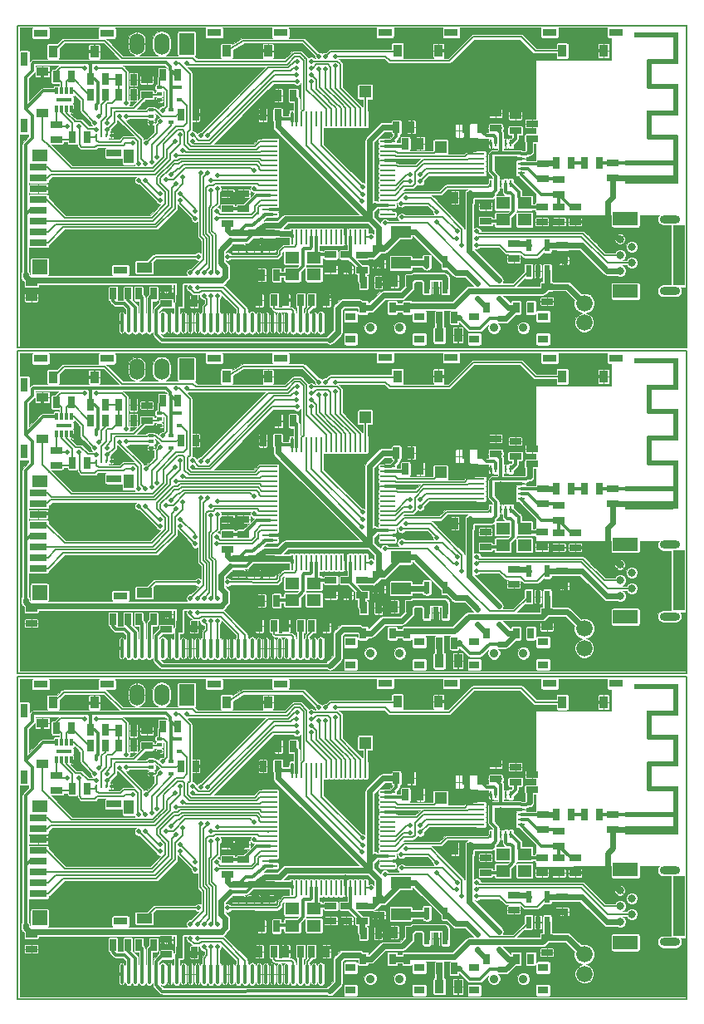
<source format=gbr>
G04 #@! TF.FileFunction,Copper,L1,Top,Signal*
%FSLAX46Y46*%
G04 Gerber Fmt 4.6, Leading zero omitted, Abs format (unit mm)*
G04 Created by KiCad (PCBNEW 4.0.2+dfsg1-stable) date Wed 16 Mar 2016 07:28:31 PM CET*
%MOMM*%
G01*
G04 APERTURE LIST*
%ADD10C,0.150000*%
%ADD11R,0.700000X1.100000*%
%ADD12R,1.000000X0.800000*%
%ADD13C,0.900000*%
%ADD14C,0.508000*%
%ADD15R,0.762000X0.254000*%
%ADD16R,0.254000X0.762000*%
%ADD17C,4.000000*%
%ADD18R,4.439920X0.495300*%
%ADD19R,3.149600X0.500380*%
%ADD20R,0.500380X2.999740*%
%ADD21R,4.899660X0.899160*%
%ADD22R,4.399280X0.500380*%
%ADD23R,0.520700X5.001260*%
%ADD24R,0.551180X0.500380*%
%ADD25R,3.139440X0.500380*%
%ADD26R,0.500380X3.200400*%
%ADD27R,3.149600X0.495300*%
%ADD28R,0.300000X0.750000*%
%ADD29R,1.600000X0.450000*%
%ADD30R,1.750000X0.700000*%
%ADD31R,1.500000X1.500000*%
%ADD32R,1.500000X1.300000*%
%ADD33R,1.400000X0.800000*%
%ADD34R,1.550000X1.000000*%
%ADD35R,1.000000X1.450000*%
%ADD36R,1.500000X0.800000*%
%ADD37C,0.800000*%
%ADD38R,2.500000X1.400000*%
%ADD39O,2.050000X0.850000*%
%ADD40R,1.200000X6.200000*%
%ADD41R,0.899160X1.399540*%
%ADD42R,0.889000X1.399540*%
%ADD43R,1.998980X1.198880*%
%ADD44C,1.676400*%
%ADD45R,0.635000X1.143000*%
%ADD46R,1.143000X0.635000*%
%ADD47R,0.269240X1.501140*%
%ADD48R,1.501140X0.248920*%
%ADD49R,1.524000X2.199640*%
%ADD50O,1.524000X2.199640*%
%ADD51R,1.200000X1.200000*%
%ADD52R,0.900000X1.270000*%
%ADD53R,1.450000X0.800000*%
%ADD54R,0.548640X1.198880*%
%ADD55O,0.400000X2.000000*%
%ADD56R,1.399540X1.198880*%
%ADD57R,1.270000X0.900000*%
%ADD58R,0.800000X1.450000*%
%ADD59R,0.508000X0.304800*%
%ADD60R,0.200000X0.400000*%
%ADD61C,0.152400*%
%ADD62C,0.609600*%
%ADD63C,0.304800*%
%ADD64C,0.090000*%
G04 APERTURE END LIST*
D10*
X166650000Y-162055000D02*
X166650000Y-162155000D01*
X234910000Y-162055000D02*
X166650000Y-162055000D01*
X166650000Y-194880000D02*
X166650000Y-194855000D01*
X234910000Y-194880000D02*
X166650000Y-194880000D01*
X234905000Y-162030000D02*
X234905000Y-194880000D01*
X166650000Y-162080000D02*
X166650000Y-194880000D01*
X166650000Y-128910000D02*
X166650000Y-161710000D01*
X234905000Y-128860000D02*
X234905000Y-161710000D01*
X234910000Y-161710000D02*
X166650000Y-161710000D01*
X166650000Y-161710000D02*
X166650000Y-161685000D01*
X234910000Y-128885000D02*
X166650000Y-128885000D01*
X166650000Y-128885000D02*
X166650000Y-128985000D01*
X166650000Y-95725000D02*
X166650000Y-95825000D01*
X234910000Y-95725000D02*
X166650000Y-95725000D01*
X166650000Y-128550000D02*
X166650000Y-128525000D01*
X234910000Y-128550000D02*
X166650000Y-128550000D01*
X234905000Y-95700000D02*
X234905000Y-128550000D01*
X166650000Y-95750000D02*
X166650000Y-128550000D01*
D11*
X201879920Y-190792920D03*
X204879920Y-190792920D03*
X206379920Y-190792920D03*
D12*
X200629920Y-191692920D03*
X200629920Y-193992920D03*
X207629920Y-191692920D03*
X207629920Y-193992920D03*
D13*
X202629920Y-192842920D03*
X205629920Y-192842920D03*
D11*
X214490080Y-190792920D03*
X217490080Y-190792920D03*
X218990080Y-190792920D03*
D12*
X213240080Y-191692920D03*
X213240080Y-193992920D03*
X220240080Y-191692920D03*
X220240080Y-193992920D03*
D13*
X215240080Y-192842920D03*
X218240080Y-192842920D03*
D14*
X215820000Y-176480000D03*
X216820000Y-176930000D03*
D15*
X213895220Y-175109240D03*
D16*
X214944240Y-178159780D03*
D15*
X217994780Y-177110760D03*
D16*
X216945760Y-174060220D03*
D15*
X213895220Y-175609620D03*
D16*
X215444620Y-178159780D03*
D15*
X217994780Y-176610380D03*
D16*
X216445380Y-174060220D03*
D15*
X213895220Y-176110000D03*
D16*
X215945000Y-178159780D03*
D15*
X217994780Y-176110000D03*
D16*
X215945000Y-174060220D03*
D15*
X213895220Y-176610380D03*
D16*
X216445380Y-178159780D03*
D15*
X217994780Y-175609620D03*
D16*
X215444620Y-174060220D03*
D15*
X213895220Y-177110760D03*
D16*
X216945760Y-178159780D03*
D15*
X217994780Y-175109240D03*
D16*
X214944240Y-174060220D03*
D17*
X215860000Y-166320000D03*
X172330000Y-191330000D03*
D14*
X168680000Y-164540000D03*
X172980000Y-175580000D03*
D17*
X231392800Y-191976780D03*
D18*
X231789860Y-163026520D03*
D19*
X232435020Y-165731620D03*
D20*
X231109140Y-166981300D03*
D21*
X231050720Y-177738200D03*
D22*
X231299640Y-176087200D03*
D23*
X233740580Y-175688420D03*
D24*
X228873940Y-176087200D03*
D25*
X232429940Y-173437980D03*
D20*
X231109140Y-172188300D03*
D26*
X233760900Y-169587340D03*
X233760900Y-164380340D03*
D19*
X232435020Y-170938620D03*
D27*
X232435020Y-168233520D03*
D28*
X170625000Y-170530000D03*
X171125000Y-170530000D03*
X171625000Y-170530000D03*
X172125000Y-170530000D03*
X172125000Y-168730000D03*
X171625000Y-168730000D03*
X171125000Y-168730000D03*
X170625000Y-168730000D03*
D29*
X171375000Y-169630000D03*
D30*
X168775000Y-176480000D03*
X168775000Y-177580000D03*
X168775000Y-178680000D03*
X168775000Y-179780000D03*
X168775000Y-180880000D03*
X168775000Y-181980000D03*
X168775000Y-183080000D03*
X168775000Y-184180000D03*
D31*
X168900000Y-186630000D03*
D32*
X168900000Y-175280000D03*
D33*
X177150000Y-186980000D03*
D34*
X179575000Y-186680000D03*
D35*
X178000000Y-175355000D03*
D36*
X176500000Y-175030000D03*
D37*
X228100000Y-187030000D03*
X229300000Y-186230000D03*
X228100000Y-185430000D03*
X228100000Y-183830000D03*
D38*
X228650000Y-189130000D03*
D39*
X233150000Y-181780000D03*
D40*
X234100000Y-185430000D03*
D39*
X233150000Y-189080000D03*
D38*
X228650000Y-181730000D03*
D37*
X229300000Y-184630000D03*
D41*
X209660040Y-193610000D03*
D42*
X211559960Y-193610000D03*
D43*
X205740280Y-186236380D03*
X205740280Y-183041060D03*
D44*
X224440000Y-190341780D03*
X224440000Y-192338220D03*
D45*
X191548000Y-187480000D03*
X193072000Y-187480000D03*
D46*
X198597800Y-186927260D03*
X198597800Y-185403260D03*
X189692560Y-180706800D03*
X189692560Y-179182800D03*
X168050000Y-188258000D03*
X168050000Y-189782000D03*
X220640000Y-188628000D03*
X220640000Y-190152000D03*
D45*
X206616580Y-188098200D03*
X205092580Y-188098200D03*
X206218000Y-174080000D03*
X207742000Y-174080000D03*
X194787000Y-169180000D03*
X193263000Y-169180000D03*
D46*
X192306220Y-184730160D03*
X192306220Y-183206160D03*
D45*
X206812000Y-172410000D03*
X205288000Y-172410000D03*
X191668680Y-171181800D03*
X193192680Y-171181800D03*
D46*
X203500000Y-184806360D03*
X203500000Y-186330360D03*
X190751740Y-184730160D03*
X190751740Y-183206160D03*
X200190380Y-185403260D03*
X200190380Y-186927260D03*
D45*
X201930280Y-188209960D03*
X203454280Y-188209960D03*
D46*
X215410000Y-172502000D03*
X215410000Y-170978000D03*
X219100000Y-173562000D03*
X219100000Y-172038000D03*
X222200000Y-184468000D03*
X222200000Y-185992000D03*
D45*
X212388000Y-172440000D03*
X213912000Y-172440000D03*
D46*
X227380000Y-177612000D03*
X227380000Y-176088000D03*
D45*
X225992000Y-176090000D03*
X224468000Y-176090000D03*
D46*
X223525080Y-182067640D03*
X223525080Y-180543640D03*
X214373380Y-182006300D03*
X214373380Y-180482300D03*
X220120000Y-180523000D03*
X220120000Y-182047000D03*
X221869000Y-182054940D03*
X221869000Y-180530940D03*
X181825000Y-190367000D03*
X181825000Y-188843000D03*
D45*
X184662000Y-190130000D03*
X183138000Y-190130000D03*
X176388000Y-189355000D03*
X177912000Y-189355000D03*
X178988000Y-189380000D03*
X180512000Y-189380000D03*
X194005480Y-190059080D03*
X195529480Y-190059080D03*
X198145680Y-190059080D03*
X196621680Y-190059080D03*
D46*
X189194720Y-184720000D03*
X189194720Y-183196000D03*
D47*
X198126080Y-183579480D03*
X197625700Y-183579480D03*
X197125320Y-183579480D03*
X196624940Y-183579480D03*
X196124560Y-183579480D03*
X195624180Y-183579480D03*
X195123800Y-183579480D03*
X194625960Y-183579480D03*
X202124040Y-183579480D03*
X202124040Y-171580520D03*
X194625960Y-171580520D03*
X198623920Y-183579480D03*
X199124300Y-183579480D03*
X199624680Y-183579480D03*
X200125060Y-183579480D03*
X200625440Y-183579480D03*
X201125820Y-183579480D03*
X201626200Y-183579480D03*
X201626200Y-171580520D03*
X201125820Y-171580520D03*
X200625440Y-171580520D03*
X200125060Y-171580520D03*
X199624680Y-171580520D03*
X199124300Y-171580520D03*
X198623920Y-171580520D03*
X198126080Y-171580520D03*
X197625700Y-171580520D03*
X197125320Y-171580520D03*
X196624940Y-171580520D03*
X196124560Y-171580520D03*
X195624180Y-171580520D03*
X195123800Y-171580520D03*
D48*
X192375520Y-181329040D03*
X192375520Y-180831200D03*
X192375520Y-180330820D03*
X192375520Y-179830440D03*
X192375520Y-179330060D03*
X192375520Y-178829680D03*
X192375520Y-177331080D03*
X192375520Y-176330320D03*
X192375520Y-175829940D03*
X192375520Y-178329300D03*
X192375520Y-177828920D03*
X192375520Y-176830700D03*
X192375520Y-175329560D03*
X192375520Y-174829180D03*
X192375520Y-174328800D03*
X192375520Y-173830960D03*
X204374480Y-181329040D03*
X204374480Y-180831200D03*
X204374480Y-180330820D03*
X204374480Y-179830440D03*
X204374480Y-179330060D03*
X204374480Y-178829680D03*
X204374480Y-178329300D03*
X204374480Y-177828920D03*
X204374480Y-177331080D03*
X204374480Y-176830700D03*
X204374480Y-176330320D03*
X204374480Y-175829940D03*
X204374480Y-175329560D03*
X204374480Y-174829180D03*
X204374480Y-174328800D03*
X204374480Y-173830960D03*
D46*
X188100000Y-180705000D03*
X188100000Y-179181000D03*
X188100000Y-182229000D03*
D49*
X183890000Y-163905000D03*
D50*
X181350000Y-163905000D03*
X178810000Y-163905000D03*
D46*
X201808360Y-186934880D03*
X201808360Y-185410880D03*
D45*
X223142000Y-176090000D03*
X221618000Y-176090000D03*
D46*
X220230000Y-177622000D03*
X220230000Y-176098000D03*
X221870000Y-177788000D03*
X221870000Y-179312000D03*
D51*
X209780000Y-174430000D03*
X202100000Y-168790000D03*
D45*
X211192000Y-191790000D03*
X209668000Y-191790000D03*
D46*
X217250000Y-184298000D03*
X217250000Y-185822000D03*
X217410000Y-171248000D03*
X217410000Y-172772000D03*
D45*
X191302920Y-190059080D03*
X192826920Y-190059080D03*
D52*
X170275000Y-164715000D03*
X174475000Y-164715000D03*
D53*
X169000000Y-162830000D03*
X175751000Y-162830000D03*
D52*
X187980000Y-164665000D03*
X192180000Y-164665000D03*
D53*
X186705000Y-162780000D03*
X193456000Y-162780000D03*
D52*
X205400000Y-164615000D03*
X209600000Y-164615000D03*
D53*
X204125000Y-162730000D03*
X210876000Y-162730000D03*
D52*
X222200000Y-164645000D03*
X226400000Y-164645000D03*
D53*
X220925000Y-162760000D03*
X227676000Y-162760000D03*
D54*
X208386680Y-188735140D03*
X209336640Y-188735140D03*
X210286600Y-188735140D03*
X210286600Y-186139260D03*
X208386680Y-186139260D03*
X218760040Y-187067940D03*
X219710000Y-187067940D03*
X220659960Y-187067940D03*
X220659960Y-184472060D03*
X218760040Y-184472060D03*
D55*
X177275000Y-192330000D03*
X177975000Y-192330000D03*
X178675000Y-192330000D03*
X179375000Y-192330000D03*
X180075000Y-192330000D03*
X180775000Y-192330000D03*
X181475000Y-192330000D03*
X182175000Y-192330000D03*
X182875000Y-192330000D03*
X183575000Y-192330000D03*
X184275000Y-192330000D03*
X184975000Y-192330000D03*
X185675000Y-192330000D03*
X186375000Y-192330000D03*
X187075000Y-192330000D03*
X187775000Y-192330000D03*
X188475000Y-192330000D03*
X189175000Y-192330000D03*
X189875000Y-192330000D03*
X190575000Y-192330000D03*
X191275000Y-192330000D03*
X191975000Y-192330000D03*
X192675000Y-192330000D03*
X193375000Y-192330000D03*
X194075000Y-192330000D03*
X194775000Y-192330000D03*
X195475000Y-192330000D03*
X196175000Y-192330000D03*
X196875000Y-192330000D03*
X197575000Y-192330000D03*
D56*
X196875680Y-187407320D03*
X194676040Y-187407320D03*
X196875680Y-185705520D03*
X194676040Y-185705520D03*
X218344820Y-181835900D03*
X216145180Y-181835900D03*
X218344820Y-180134100D03*
X216145180Y-180134100D03*
D57*
X169185000Y-170980000D03*
X169185000Y-166780000D03*
D58*
X167300000Y-172255000D03*
X167300000Y-165504000D03*
D45*
X176938000Y-167555000D03*
X178462000Y-167555000D03*
X183288000Y-171155000D03*
X184812000Y-171155000D03*
D46*
X179825000Y-169117000D03*
X179825000Y-167593000D03*
D45*
X175612000Y-167505000D03*
X174088000Y-167505000D03*
X176938000Y-169105000D03*
X178462000Y-169105000D03*
X172238000Y-173455000D03*
X173762000Y-173455000D03*
D46*
X170610000Y-172148000D03*
X170610000Y-173672000D03*
D45*
X170588000Y-167280000D03*
X172112000Y-167280000D03*
X174088000Y-169105000D03*
X175612000Y-169105000D03*
X182962000Y-167105000D03*
X181438000Y-167105000D03*
D59*
X180284000Y-170645000D03*
X180284000Y-171915000D03*
X182316000Y-170645000D03*
X180284000Y-171280000D03*
X182316000Y-171915000D03*
D60*
X174725000Y-173255000D03*
X175225000Y-173255000D03*
X175725000Y-173255000D03*
X176225000Y-173255000D03*
X174725000Y-170555000D03*
X175225000Y-170555000D03*
X175725000Y-170555000D03*
X176225000Y-170555000D03*
D59*
X181109000Y-168370000D03*
X181109000Y-169640000D03*
X183141000Y-168370000D03*
X181109000Y-169005000D03*
X183141000Y-169640000D03*
D45*
X212788500Y-179601300D03*
X211264500Y-179601300D03*
D14*
X215750000Y-185830000D03*
X212000000Y-188330000D03*
X207250000Y-189580000D03*
X186000000Y-167330000D03*
X189000000Y-167330000D03*
X196000000Y-179330000D03*
X200000000Y-174330000D03*
X173000000Y-179330000D03*
X173000000Y-185330000D03*
X178000000Y-179330000D03*
X183000000Y-184330000D03*
X178000000Y-185330000D03*
X190000000Y-188330000D03*
X190000000Y-155160000D03*
X178000000Y-152160000D03*
X183000000Y-151160000D03*
X178000000Y-146160000D03*
X173000000Y-152160000D03*
X173000000Y-146160000D03*
X200000000Y-141160000D03*
X196000000Y-146160000D03*
X189000000Y-134160000D03*
X186000000Y-134160000D03*
X207250000Y-156410000D03*
X212000000Y-155160000D03*
X215750000Y-152660000D03*
D45*
X212788500Y-146431300D03*
X211264500Y-146431300D03*
D59*
X181109000Y-135200000D03*
X181109000Y-136470000D03*
X183141000Y-135200000D03*
X181109000Y-135835000D03*
X183141000Y-136470000D03*
D60*
X174725000Y-140085000D03*
X175225000Y-140085000D03*
X175725000Y-140085000D03*
X176225000Y-140085000D03*
X174725000Y-137385000D03*
X175225000Y-137385000D03*
X175725000Y-137385000D03*
X176225000Y-137385000D03*
D59*
X180284000Y-137475000D03*
X180284000Y-138745000D03*
X182316000Y-137475000D03*
X180284000Y-138110000D03*
X182316000Y-138745000D03*
D45*
X182962000Y-133935000D03*
X181438000Y-133935000D03*
X174088000Y-135935000D03*
X175612000Y-135935000D03*
X170588000Y-134110000D03*
X172112000Y-134110000D03*
D46*
X170610000Y-138978000D03*
X170610000Y-140502000D03*
D45*
X172238000Y-140285000D03*
X173762000Y-140285000D03*
X176938000Y-135935000D03*
X178462000Y-135935000D03*
X175612000Y-134335000D03*
X174088000Y-134335000D03*
D46*
X179825000Y-135947000D03*
X179825000Y-134423000D03*
D45*
X183288000Y-137985000D03*
X184812000Y-137985000D03*
X176938000Y-134385000D03*
X178462000Y-134385000D03*
D57*
X169185000Y-137810000D03*
X169185000Y-133610000D03*
D58*
X167300000Y-139085000D03*
X167300000Y-132334000D03*
D56*
X218344820Y-148665900D03*
X216145180Y-148665900D03*
X218344820Y-146964100D03*
X216145180Y-146964100D03*
X196875680Y-154237320D03*
X194676040Y-154237320D03*
X196875680Y-152535520D03*
X194676040Y-152535520D03*
D55*
X177275000Y-159160000D03*
X177975000Y-159160000D03*
X178675000Y-159160000D03*
X179375000Y-159160000D03*
X180075000Y-159160000D03*
X180775000Y-159160000D03*
X181475000Y-159160000D03*
X182175000Y-159160000D03*
X182875000Y-159160000D03*
X183575000Y-159160000D03*
X184275000Y-159160000D03*
X184975000Y-159160000D03*
X185675000Y-159160000D03*
X186375000Y-159160000D03*
X187075000Y-159160000D03*
X187775000Y-159160000D03*
X188475000Y-159160000D03*
X189175000Y-159160000D03*
X189875000Y-159160000D03*
X190575000Y-159160000D03*
X191275000Y-159160000D03*
X191975000Y-159160000D03*
X192675000Y-159160000D03*
X193375000Y-159160000D03*
X194075000Y-159160000D03*
X194775000Y-159160000D03*
X195475000Y-159160000D03*
X196175000Y-159160000D03*
X196875000Y-159160000D03*
X197575000Y-159160000D03*
D54*
X218760040Y-153897940D03*
X219710000Y-153897940D03*
X220659960Y-153897940D03*
X220659960Y-151302060D03*
X218760040Y-151302060D03*
X208386680Y-155565140D03*
X209336640Y-155565140D03*
X210286600Y-155565140D03*
X210286600Y-152969260D03*
X208386680Y-152969260D03*
D52*
X222200000Y-131475000D03*
X226400000Y-131475000D03*
D53*
X220925000Y-129590000D03*
X227676000Y-129590000D03*
D52*
X205400000Y-131445000D03*
X209600000Y-131445000D03*
D53*
X204125000Y-129560000D03*
X210876000Y-129560000D03*
D52*
X187980000Y-131495000D03*
X192180000Y-131495000D03*
D53*
X186705000Y-129610000D03*
X193456000Y-129610000D03*
D52*
X170275000Y-131545000D03*
X174475000Y-131545000D03*
D53*
X169000000Y-129660000D03*
X175751000Y-129660000D03*
D45*
X191302920Y-156889080D03*
X192826920Y-156889080D03*
D46*
X217410000Y-138078000D03*
X217410000Y-139602000D03*
X217250000Y-151128000D03*
X217250000Y-152652000D03*
D45*
X211192000Y-158620000D03*
X209668000Y-158620000D03*
D51*
X202100000Y-135620000D03*
X209780000Y-141260000D03*
D46*
X221870000Y-144618000D03*
X221870000Y-146142000D03*
X220230000Y-144452000D03*
X220230000Y-142928000D03*
D45*
X223142000Y-142920000D03*
X221618000Y-142920000D03*
D46*
X201808360Y-153764880D03*
X201808360Y-152240880D03*
D49*
X183890000Y-130735000D03*
D50*
X181350000Y-130735000D03*
X178810000Y-130735000D03*
D46*
X188100000Y-147535000D03*
X188100000Y-146011000D03*
X188100000Y-149059000D03*
D47*
X198126080Y-150409480D03*
X197625700Y-150409480D03*
X197125320Y-150409480D03*
X196624940Y-150409480D03*
X196124560Y-150409480D03*
X195624180Y-150409480D03*
X195123800Y-150409480D03*
X194625960Y-150409480D03*
X202124040Y-150409480D03*
X202124040Y-138410520D03*
X194625960Y-138410520D03*
X198623920Y-150409480D03*
X199124300Y-150409480D03*
X199624680Y-150409480D03*
X200125060Y-150409480D03*
X200625440Y-150409480D03*
X201125820Y-150409480D03*
X201626200Y-150409480D03*
X201626200Y-138410520D03*
X201125820Y-138410520D03*
X200625440Y-138410520D03*
X200125060Y-138410520D03*
X199624680Y-138410520D03*
X199124300Y-138410520D03*
X198623920Y-138410520D03*
X198126080Y-138410520D03*
X197625700Y-138410520D03*
X197125320Y-138410520D03*
X196624940Y-138410520D03*
X196124560Y-138410520D03*
X195624180Y-138410520D03*
X195123800Y-138410520D03*
D48*
X192375520Y-148159040D03*
X192375520Y-147661200D03*
X192375520Y-147160820D03*
X192375520Y-146660440D03*
X192375520Y-146160060D03*
X192375520Y-145659680D03*
X192375520Y-144161080D03*
X192375520Y-143160320D03*
X192375520Y-142659940D03*
X192375520Y-145159300D03*
X192375520Y-144658920D03*
X192375520Y-143660700D03*
X192375520Y-142159560D03*
X192375520Y-141659180D03*
X192375520Y-141158800D03*
X192375520Y-140660960D03*
X204374480Y-148159040D03*
X204374480Y-147661200D03*
X204374480Y-147160820D03*
X204374480Y-146660440D03*
X204374480Y-146160060D03*
X204374480Y-145659680D03*
X204374480Y-145159300D03*
X204374480Y-144658920D03*
X204374480Y-144161080D03*
X204374480Y-143660700D03*
X204374480Y-143160320D03*
X204374480Y-142659940D03*
X204374480Y-142159560D03*
X204374480Y-141659180D03*
X204374480Y-141158800D03*
X204374480Y-140660960D03*
D46*
X189194720Y-151550000D03*
X189194720Y-150026000D03*
D45*
X198145680Y-156889080D03*
X196621680Y-156889080D03*
X194005480Y-156889080D03*
X195529480Y-156889080D03*
X178988000Y-156210000D03*
X180512000Y-156210000D03*
X176388000Y-156185000D03*
X177912000Y-156185000D03*
X184662000Y-156960000D03*
X183138000Y-156960000D03*
D46*
X181825000Y-157197000D03*
X181825000Y-155673000D03*
X221869000Y-148884940D03*
X221869000Y-147360940D03*
X220120000Y-147353000D03*
X220120000Y-148877000D03*
X214373380Y-148836300D03*
X214373380Y-147312300D03*
X223525080Y-148897640D03*
X223525080Y-147373640D03*
D45*
X225992000Y-142920000D03*
X224468000Y-142920000D03*
D46*
X227380000Y-144442000D03*
X227380000Y-142918000D03*
D45*
X212388000Y-139270000D03*
X213912000Y-139270000D03*
D46*
X222200000Y-151298000D03*
X222200000Y-152822000D03*
X219100000Y-140392000D03*
X219100000Y-138868000D03*
X215410000Y-139332000D03*
X215410000Y-137808000D03*
D45*
X201930280Y-155039960D03*
X203454280Y-155039960D03*
D46*
X200190380Y-152233260D03*
X200190380Y-153757260D03*
X190751740Y-151560160D03*
X190751740Y-150036160D03*
X203500000Y-151636360D03*
X203500000Y-153160360D03*
D45*
X191668680Y-138011800D03*
X193192680Y-138011800D03*
X206812000Y-139240000D03*
X205288000Y-139240000D03*
D46*
X192306220Y-151560160D03*
X192306220Y-150036160D03*
D45*
X194787000Y-136010000D03*
X193263000Y-136010000D03*
X206218000Y-140910000D03*
X207742000Y-140910000D03*
X206616580Y-154928200D03*
X205092580Y-154928200D03*
D46*
X220640000Y-155458000D03*
X220640000Y-156982000D03*
X168050000Y-155088000D03*
X168050000Y-156612000D03*
X189692560Y-147536800D03*
X189692560Y-146012800D03*
X198597800Y-153757260D03*
X198597800Y-152233260D03*
D45*
X191548000Y-154310000D03*
X193072000Y-154310000D03*
D44*
X224440000Y-157171780D03*
X224440000Y-159168220D03*
D43*
X205740280Y-153066380D03*
X205740280Y-149871060D03*
D41*
X209660040Y-160440000D03*
D42*
X211559960Y-160440000D03*
D37*
X228100000Y-153860000D03*
X229300000Y-153060000D03*
X228100000Y-152260000D03*
X228100000Y-150660000D03*
D38*
X228650000Y-155960000D03*
D39*
X233150000Y-148610000D03*
D40*
X234100000Y-152260000D03*
D39*
X233150000Y-155910000D03*
D38*
X228650000Y-148560000D03*
D37*
X229300000Y-151460000D03*
D30*
X168775000Y-143310000D03*
X168775000Y-144410000D03*
X168775000Y-145510000D03*
X168775000Y-146610000D03*
X168775000Y-147710000D03*
X168775000Y-148810000D03*
X168775000Y-149910000D03*
X168775000Y-151010000D03*
D31*
X168900000Y-153460000D03*
D32*
X168900000Y-142110000D03*
D33*
X177150000Y-153810000D03*
D34*
X179575000Y-153510000D03*
D35*
X178000000Y-142185000D03*
D36*
X176500000Y-141860000D03*
D28*
X170625000Y-137360000D03*
X171125000Y-137360000D03*
X171625000Y-137360000D03*
X172125000Y-137360000D03*
X172125000Y-135560000D03*
X171625000Y-135560000D03*
X171125000Y-135560000D03*
X170625000Y-135560000D03*
D29*
X171375000Y-136460000D03*
D18*
X231789860Y-129856520D03*
D19*
X232435020Y-132561620D03*
D20*
X231109140Y-133811300D03*
D21*
X231050720Y-144568200D03*
D22*
X231299640Y-142917200D03*
D23*
X233740580Y-142518420D03*
D24*
X228873940Y-142917200D03*
D25*
X232429940Y-140267980D03*
D20*
X231109140Y-139018300D03*
D26*
X233760900Y-136417340D03*
X233760900Y-131210340D03*
D19*
X232435020Y-137768620D03*
D27*
X232435020Y-135063520D03*
D17*
X231392800Y-158806780D03*
D14*
X172980000Y-142410000D03*
X168680000Y-131370000D03*
D17*
X172330000Y-158160000D03*
X215860000Y-133150000D03*
D15*
X213895220Y-141939240D03*
D16*
X214944240Y-144989780D03*
D15*
X217994780Y-143940760D03*
D16*
X216945760Y-140890220D03*
D15*
X213895220Y-142439620D03*
D16*
X215444620Y-144989780D03*
D15*
X217994780Y-143440380D03*
D16*
X216445380Y-140890220D03*
D15*
X213895220Y-142940000D03*
D16*
X215945000Y-144989780D03*
D15*
X217994780Y-142940000D03*
D16*
X215945000Y-140890220D03*
D15*
X213895220Y-143440380D03*
D16*
X216445380Y-144989780D03*
D15*
X217994780Y-142439620D03*
D16*
X215444620Y-140890220D03*
D15*
X213895220Y-143940760D03*
D16*
X216945760Y-144989780D03*
D15*
X217994780Y-141939240D03*
D16*
X214944240Y-140890220D03*
D14*
X216820000Y-143760000D03*
X215820000Y-143310000D03*
D11*
X214490080Y-157622920D03*
X217490080Y-157622920D03*
X218990080Y-157622920D03*
D12*
X213240080Y-158522920D03*
X213240080Y-160822920D03*
X220240080Y-158522920D03*
X220240080Y-160822920D03*
D13*
X215240080Y-159672920D03*
X218240080Y-159672920D03*
D11*
X201879920Y-157622920D03*
X204879920Y-157622920D03*
X206379920Y-157622920D03*
D12*
X200629920Y-158522920D03*
X200629920Y-160822920D03*
X207629920Y-158522920D03*
X207629920Y-160822920D03*
D13*
X202629920Y-159672920D03*
X205629920Y-159672920D03*
D11*
X201879920Y-124462920D03*
X204879920Y-124462920D03*
X206379920Y-124462920D03*
D12*
X200629920Y-125362920D03*
X200629920Y-127662920D03*
X207629920Y-125362920D03*
X207629920Y-127662920D03*
D13*
X202629920Y-126512920D03*
X205629920Y-126512920D03*
D11*
X214490080Y-124462920D03*
X217490080Y-124462920D03*
X218990080Y-124462920D03*
D12*
X213240080Y-125362920D03*
X213240080Y-127662920D03*
X220240080Y-125362920D03*
X220240080Y-127662920D03*
D13*
X215240080Y-126512920D03*
X218240080Y-126512920D03*
D14*
X215820000Y-110150000D03*
X216820000Y-110600000D03*
D15*
X213895220Y-108779240D03*
D16*
X214944240Y-111829780D03*
D15*
X217994780Y-110780760D03*
D16*
X216945760Y-107730220D03*
D15*
X213895220Y-109279620D03*
D16*
X215444620Y-111829780D03*
D15*
X217994780Y-110280380D03*
D16*
X216445380Y-107730220D03*
D15*
X213895220Y-109780000D03*
D16*
X215945000Y-111829780D03*
D15*
X217994780Y-109780000D03*
D16*
X215945000Y-107730220D03*
D15*
X213895220Y-110280380D03*
D16*
X216445380Y-111829780D03*
D15*
X217994780Y-109279620D03*
D16*
X215444620Y-107730220D03*
D15*
X213895220Y-110780760D03*
D16*
X216945760Y-111829780D03*
D15*
X217994780Y-108779240D03*
D16*
X214944240Y-107730220D03*
D17*
X215860000Y-99990000D03*
X172330000Y-125000000D03*
D14*
X168680000Y-98210000D03*
X172980000Y-109250000D03*
D17*
X231392800Y-125646780D03*
D18*
X231789860Y-96696520D03*
D19*
X232435020Y-99401620D03*
D20*
X231109140Y-100651300D03*
D21*
X231050720Y-111408200D03*
D22*
X231299640Y-109757200D03*
D23*
X233740580Y-109358420D03*
D24*
X228873940Y-109757200D03*
D25*
X232429940Y-107107980D03*
D20*
X231109140Y-105858300D03*
D26*
X233760900Y-103257340D03*
X233760900Y-98050340D03*
D19*
X232435020Y-104608620D03*
D27*
X232435020Y-101903520D03*
D28*
X170625000Y-104200000D03*
X171125000Y-104200000D03*
X171625000Y-104200000D03*
X172125000Y-104200000D03*
X172125000Y-102400000D03*
X171625000Y-102400000D03*
X171125000Y-102400000D03*
X170625000Y-102400000D03*
D29*
X171375000Y-103300000D03*
D30*
X168775000Y-110150000D03*
X168775000Y-111250000D03*
X168775000Y-112350000D03*
X168775000Y-113450000D03*
X168775000Y-114550000D03*
X168775000Y-115650000D03*
X168775000Y-116750000D03*
X168775000Y-117850000D03*
D31*
X168900000Y-120300000D03*
D32*
X168900000Y-108950000D03*
D33*
X177150000Y-120650000D03*
D34*
X179575000Y-120350000D03*
D35*
X178000000Y-109025000D03*
D36*
X176500000Y-108700000D03*
D37*
X228100000Y-120700000D03*
X229300000Y-119900000D03*
X228100000Y-119100000D03*
X228100000Y-117500000D03*
D38*
X228650000Y-122800000D03*
D39*
X233150000Y-115450000D03*
D40*
X234100000Y-119100000D03*
D39*
X233150000Y-122750000D03*
D38*
X228650000Y-115400000D03*
D37*
X229300000Y-118300000D03*
D41*
X209660040Y-127280000D03*
D42*
X211559960Y-127280000D03*
D43*
X205740280Y-119906380D03*
X205740280Y-116711060D03*
D44*
X224440000Y-124011780D03*
X224440000Y-126008220D03*
D45*
X191548000Y-121150000D03*
X193072000Y-121150000D03*
D46*
X198597800Y-120597260D03*
X198597800Y-119073260D03*
X189692560Y-114376800D03*
X189692560Y-112852800D03*
X168050000Y-121928000D03*
X168050000Y-123452000D03*
X220640000Y-122298000D03*
X220640000Y-123822000D03*
D45*
X206616580Y-121768200D03*
X205092580Y-121768200D03*
X206218000Y-107750000D03*
X207742000Y-107750000D03*
X194787000Y-102850000D03*
X193263000Y-102850000D03*
D46*
X192306220Y-118400160D03*
X192306220Y-116876160D03*
D45*
X206812000Y-106080000D03*
X205288000Y-106080000D03*
X191668680Y-104851800D03*
X193192680Y-104851800D03*
D46*
X203500000Y-118476360D03*
X203500000Y-120000360D03*
X190751740Y-118400160D03*
X190751740Y-116876160D03*
X200190380Y-119073260D03*
X200190380Y-120597260D03*
D45*
X201930280Y-121879960D03*
X203454280Y-121879960D03*
D46*
X215410000Y-106172000D03*
X215410000Y-104648000D03*
X219100000Y-107232000D03*
X219100000Y-105708000D03*
X222200000Y-118138000D03*
X222200000Y-119662000D03*
D45*
X212388000Y-106110000D03*
X213912000Y-106110000D03*
D46*
X227380000Y-111282000D03*
X227380000Y-109758000D03*
D45*
X225992000Y-109760000D03*
X224468000Y-109760000D03*
D46*
X223525080Y-115737640D03*
X223525080Y-114213640D03*
X214373380Y-115676300D03*
X214373380Y-114152300D03*
X220120000Y-114193000D03*
X220120000Y-115717000D03*
X221869000Y-115724940D03*
X221869000Y-114200940D03*
X181825000Y-124037000D03*
X181825000Y-122513000D03*
D45*
X184662000Y-123800000D03*
X183138000Y-123800000D03*
X176388000Y-123025000D03*
X177912000Y-123025000D03*
X178988000Y-123050000D03*
X180512000Y-123050000D03*
X194005480Y-123729080D03*
X195529480Y-123729080D03*
X198145680Y-123729080D03*
X196621680Y-123729080D03*
D46*
X189194720Y-118390000D03*
X189194720Y-116866000D03*
D47*
X198126080Y-117249480D03*
X197625700Y-117249480D03*
X197125320Y-117249480D03*
X196624940Y-117249480D03*
X196124560Y-117249480D03*
X195624180Y-117249480D03*
X195123800Y-117249480D03*
X194625960Y-117249480D03*
X202124040Y-117249480D03*
X202124040Y-105250520D03*
X194625960Y-105250520D03*
X198623920Y-117249480D03*
X199124300Y-117249480D03*
X199624680Y-117249480D03*
X200125060Y-117249480D03*
X200625440Y-117249480D03*
X201125820Y-117249480D03*
X201626200Y-117249480D03*
X201626200Y-105250520D03*
X201125820Y-105250520D03*
X200625440Y-105250520D03*
X200125060Y-105250520D03*
X199624680Y-105250520D03*
X199124300Y-105250520D03*
X198623920Y-105250520D03*
X198126080Y-105250520D03*
X197625700Y-105250520D03*
X197125320Y-105250520D03*
X196624940Y-105250520D03*
X196124560Y-105250520D03*
X195624180Y-105250520D03*
X195123800Y-105250520D03*
D48*
X192375520Y-114999040D03*
X192375520Y-114501200D03*
X192375520Y-114000820D03*
X192375520Y-113500440D03*
X192375520Y-113000060D03*
X192375520Y-112499680D03*
X192375520Y-111001080D03*
X192375520Y-110000320D03*
X192375520Y-109499940D03*
X192375520Y-111999300D03*
X192375520Y-111498920D03*
X192375520Y-110500700D03*
X192375520Y-108999560D03*
X192375520Y-108499180D03*
X192375520Y-107998800D03*
X192375520Y-107500960D03*
X204374480Y-114999040D03*
X204374480Y-114501200D03*
X204374480Y-114000820D03*
X204374480Y-113500440D03*
X204374480Y-113000060D03*
X204374480Y-112499680D03*
X204374480Y-111999300D03*
X204374480Y-111498920D03*
X204374480Y-111001080D03*
X204374480Y-110500700D03*
X204374480Y-110000320D03*
X204374480Y-109499940D03*
X204374480Y-108999560D03*
X204374480Y-108499180D03*
X204374480Y-107998800D03*
X204374480Y-107500960D03*
D46*
X188100000Y-114375000D03*
X188100000Y-112851000D03*
X188100000Y-115899000D03*
D49*
X183890000Y-97575000D03*
D50*
X181350000Y-97575000D03*
X178810000Y-97575000D03*
D46*
X201808360Y-120604880D03*
X201808360Y-119080880D03*
D45*
X223142000Y-109760000D03*
X221618000Y-109760000D03*
D46*
X220230000Y-111292000D03*
X220230000Y-109768000D03*
X221870000Y-111458000D03*
X221870000Y-112982000D03*
D51*
X209780000Y-108100000D03*
X202100000Y-102460000D03*
D45*
X211192000Y-125460000D03*
X209668000Y-125460000D03*
D46*
X217250000Y-117968000D03*
X217250000Y-119492000D03*
X217410000Y-104918000D03*
X217410000Y-106442000D03*
D45*
X191302920Y-123729080D03*
X192826920Y-123729080D03*
D52*
X170275000Y-98385000D03*
X174475000Y-98385000D03*
D53*
X169000000Y-96500000D03*
X175751000Y-96500000D03*
D52*
X187980000Y-98335000D03*
X192180000Y-98335000D03*
D53*
X186705000Y-96450000D03*
X193456000Y-96450000D03*
D52*
X205400000Y-98285000D03*
X209600000Y-98285000D03*
D53*
X204125000Y-96400000D03*
X210876000Y-96400000D03*
D52*
X222200000Y-98315000D03*
X226400000Y-98315000D03*
D53*
X220925000Y-96430000D03*
X227676000Y-96430000D03*
D54*
X208386680Y-122405140D03*
X209336640Y-122405140D03*
X210286600Y-122405140D03*
X210286600Y-119809260D03*
X208386680Y-119809260D03*
X218760040Y-120737940D03*
X219710000Y-120737940D03*
X220659960Y-120737940D03*
X220659960Y-118142060D03*
X218760040Y-118142060D03*
D55*
X177275000Y-126000000D03*
X177975000Y-126000000D03*
X178675000Y-126000000D03*
X179375000Y-126000000D03*
X180075000Y-126000000D03*
X180775000Y-126000000D03*
X181475000Y-126000000D03*
X182175000Y-126000000D03*
X182875000Y-126000000D03*
X183575000Y-126000000D03*
X184275000Y-126000000D03*
X184975000Y-126000000D03*
X185675000Y-126000000D03*
X186375000Y-126000000D03*
X187075000Y-126000000D03*
X187775000Y-126000000D03*
X188475000Y-126000000D03*
X189175000Y-126000000D03*
X189875000Y-126000000D03*
X190575000Y-126000000D03*
X191275000Y-126000000D03*
X191975000Y-126000000D03*
X192675000Y-126000000D03*
X193375000Y-126000000D03*
X194075000Y-126000000D03*
X194775000Y-126000000D03*
X195475000Y-126000000D03*
X196175000Y-126000000D03*
X196875000Y-126000000D03*
X197575000Y-126000000D03*
D56*
X196875680Y-121077320D03*
X194676040Y-121077320D03*
X196875680Y-119375520D03*
X194676040Y-119375520D03*
X218344820Y-115505900D03*
X216145180Y-115505900D03*
X218344820Y-113804100D03*
X216145180Y-113804100D03*
D57*
X169185000Y-104650000D03*
X169185000Y-100450000D03*
D58*
X167300000Y-105925000D03*
X167300000Y-99174000D03*
D45*
X176938000Y-101225000D03*
X178462000Y-101225000D03*
X183288000Y-104825000D03*
X184812000Y-104825000D03*
D46*
X179825000Y-102787000D03*
X179825000Y-101263000D03*
D45*
X175612000Y-101175000D03*
X174088000Y-101175000D03*
X176938000Y-102775000D03*
X178462000Y-102775000D03*
X172238000Y-107125000D03*
X173762000Y-107125000D03*
D46*
X170610000Y-105818000D03*
X170610000Y-107342000D03*
D45*
X170588000Y-100950000D03*
X172112000Y-100950000D03*
X174088000Y-102775000D03*
X175612000Y-102775000D03*
X182962000Y-100775000D03*
X181438000Y-100775000D03*
D59*
X180284000Y-104315000D03*
X180284000Y-105585000D03*
X182316000Y-104315000D03*
X180284000Y-104950000D03*
X182316000Y-105585000D03*
D60*
X174725000Y-106925000D03*
X175225000Y-106925000D03*
X175725000Y-106925000D03*
X176225000Y-106925000D03*
X174725000Y-104225000D03*
X175225000Y-104225000D03*
X175725000Y-104225000D03*
X176225000Y-104225000D03*
D59*
X181109000Y-102040000D03*
X181109000Y-103310000D03*
X183141000Y-102040000D03*
X181109000Y-102675000D03*
X183141000Y-103310000D03*
D45*
X212788500Y-113271300D03*
X211264500Y-113271300D03*
D14*
X215750000Y-119500000D03*
X212000000Y-122000000D03*
X207250000Y-123250000D03*
X186000000Y-101000000D03*
X189000000Y-101000000D03*
X196000000Y-113000000D03*
X200000000Y-108000000D03*
X173000000Y-113000000D03*
X173000000Y-119000000D03*
X178000000Y-113000000D03*
X183000000Y-118000000D03*
X178000000Y-119000000D03*
X190000000Y-122000000D03*
X202677040Y-183594780D03*
X204110000Y-182180000D03*
X204110000Y-149010000D03*
X202677040Y-150424780D03*
X202677040Y-117264780D03*
X204110000Y-115850000D03*
X185679360Y-187265080D03*
X185675000Y-189580000D03*
X185675000Y-156410000D03*
X185679360Y-154095080D03*
X185679360Y-120935080D03*
X185675000Y-123250000D03*
X187020000Y-177350000D03*
X187020000Y-178670000D03*
X187040000Y-187270000D03*
X187040000Y-189580000D03*
X187040000Y-156410000D03*
X187040000Y-154100000D03*
X187020000Y-145500000D03*
X187020000Y-144180000D03*
X187020000Y-111020000D03*
X187020000Y-112340000D03*
X187040000Y-120940000D03*
X187040000Y-123250000D03*
X186375000Y-189580000D03*
X186365160Y-187249840D03*
X186370000Y-177830000D03*
X186370000Y-178830000D03*
X186370000Y-145660000D03*
X186370000Y-144660000D03*
X186365160Y-154079840D03*
X186375000Y-156410000D03*
X186375000Y-123250000D03*
X186365160Y-120919840D03*
X186370000Y-111500000D03*
X186370000Y-112500000D03*
X185320000Y-177030000D03*
X185320000Y-173270000D03*
X196610000Y-165700000D03*
X195170000Y-165700000D03*
X184277280Y-187239680D03*
X184275000Y-188730000D03*
X184275000Y-155560000D03*
X184277280Y-154069680D03*
X195170000Y-132530000D03*
X196610000Y-132530000D03*
X185320000Y-140100000D03*
X185320000Y-143860000D03*
X185320000Y-110700000D03*
X185320000Y-106940000D03*
X196610000Y-99370000D03*
X195170000Y-99370000D03*
X184277280Y-120909680D03*
X184275000Y-122400000D03*
X184975000Y-188730000D03*
X184983400Y-187239680D03*
X195130000Y-166380000D03*
X196610000Y-166380000D03*
X185990000Y-177030000D03*
X185990000Y-173270000D03*
X185990000Y-140100000D03*
X185990000Y-143860000D03*
X196610000Y-133210000D03*
X195130000Y-133210000D03*
X184983400Y-154069680D03*
X184975000Y-155560000D03*
X184975000Y-122400000D03*
X184983400Y-120909680D03*
X195130000Y-100050000D03*
X196610000Y-100050000D03*
X185990000Y-110700000D03*
X185990000Y-106940000D03*
X199050000Y-165210000D03*
X199050000Y-166190000D03*
X199050000Y-133020000D03*
X199050000Y-132040000D03*
X199050000Y-98880000D03*
X199050000Y-99860000D03*
X198070000Y-166510000D03*
X198070000Y-165210000D03*
X198070000Y-132040000D03*
X198070000Y-133340000D03*
X198070000Y-100180000D03*
X198070000Y-98880000D03*
X197400000Y-166510000D03*
X197400000Y-165210000D03*
X197400000Y-132040000D03*
X197400000Y-133340000D03*
X197400000Y-100180000D03*
X197400000Y-98880000D03*
X206690000Y-177930000D03*
X207710000Y-177920000D03*
X207710000Y-144750000D03*
X206690000Y-144760000D03*
X206690000Y-111600000D03*
X207710000Y-111590000D03*
X207720000Y-177200000D03*
X206700000Y-177200000D03*
X206700000Y-144030000D03*
X207720000Y-144030000D03*
X207720000Y-110870000D03*
X206700000Y-110870000D03*
X188090000Y-185600000D03*
X185130000Y-185590000D03*
X185130000Y-152420000D03*
X188090000Y-152430000D03*
X188090000Y-119270000D03*
X185130000Y-119260000D03*
X195130000Y-167060000D03*
X196610000Y-167050000D03*
X183200000Y-173205000D03*
X184500000Y-173205000D03*
X184500000Y-140035000D03*
X183200000Y-140035000D03*
X196610000Y-133880000D03*
X195130000Y-133890000D03*
X195130000Y-100730000D03*
X196610000Y-100720000D03*
X183200000Y-106875000D03*
X184500000Y-106875000D03*
X182700000Y-173880000D03*
X184525000Y-173880000D03*
X195150000Y-167730000D03*
X196610000Y-167730000D03*
X196610000Y-134560000D03*
X195150000Y-134560000D03*
X184525000Y-140710000D03*
X182700000Y-140710000D03*
X182700000Y-107550000D03*
X184525000Y-107550000D03*
X195150000Y-101400000D03*
X196610000Y-101400000D03*
X183500000Y-174805000D03*
X183500000Y-177480000D03*
X183500000Y-144310000D03*
X183500000Y-141635000D03*
X183500000Y-108475000D03*
X183500000Y-111150000D03*
X182825000Y-175305000D03*
X182850000Y-178130000D03*
X182850000Y-144960000D03*
X182825000Y-142135000D03*
X182825000Y-108975000D03*
X182850000Y-111800000D03*
X182775000Y-165880000D03*
X182775000Y-132710000D03*
X182775000Y-99550000D03*
X183925000Y-165880000D03*
X183925000Y-132710000D03*
X183925000Y-99550000D03*
X201830000Y-178490000D03*
X206230000Y-179610000D03*
X211980000Y-184430000D03*
X213470000Y-184430000D03*
X213470000Y-151260000D03*
X211980000Y-151260000D03*
X206230000Y-146440000D03*
X201830000Y-145320000D03*
X201830000Y-112160000D03*
X206230000Y-113280000D03*
X211980000Y-118100000D03*
X213470000Y-118100000D03*
X201830000Y-179230000D03*
X205790000Y-180170000D03*
X213470000Y-183720000D03*
X211440000Y-183720000D03*
X209440000Y-181050000D03*
X209440000Y-182060000D03*
X209440000Y-148890000D03*
X209440000Y-147880000D03*
X211440000Y-150550000D03*
X213470000Y-150550000D03*
X205790000Y-147000000D03*
X201830000Y-146060000D03*
X201830000Y-112900000D03*
X205790000Y-113840000D03*
X213470000Y-117390000D03*
X211440000Y-117390000D03*
X209440000Y-114720000D03*
X209440000Y-115730000D03*
X201820000Y-179940000D03*
X205810000Y-181560000D03*
X211480000Y-183020000D03*
X213480000Y-183020000D03*
X213480000Y-149850000D03*
X211480000Y-149850000D03*
X205810000Y-148390000D03*
X201820000Y-146770000D03*
X201820000Y-113610000D03*
X205810000Y-115230000D03*
X211480000Y-116690000D03*
X213480000Y-116690000D03*
X213580000Y-188320000D03*
X213580000Y-189850000D03*
X213580000Y-156680000D03*
X213580000Y-155150000D03*
X213580000Y-121990000D03*
X213580000Y-123520000D03*
X215940000Y-175600000D03*
X192120000Y-184070000D03*
X191080000Y-184040000D03*
X193400000Y-184070000D03*
X210532980Y-179959440D03*
X210525360Y-179258400D03*
X208676240Y-189825398D03*
X209986880Y-189825398D03*
X209336640Y-189825398D03*
X225267520Y-164597520D03*
X184104280Y-190871280D03*
X188410000Y-190890000D03*
X194000000Y-189090000D03*
X194740000Y-190040000D03*
X197400000Y-189650000D03*
X198870000Y-189640000D03*
X219970000Y-186020000D03*
X170108880Y-178679280D03*
X170665140Y-178686900D03*
X182245000Y-189347280D03*
X181422040Y-189316800D03*
X183930000Y-190130000D03*
X185350000Y-190260000D03*
X200630000Y-187690000D03*
X199750680Y-187693740D03*
X203860000Y-187090000D03*
X203140000Y-187090000D03*
X204299820Y-187777560D03*
X204292200Y-188430340D03*
X219430000Y-188110000D03*
X222630000Y-186760000D03*
X221800000Y-186760000D03*
X224550000Y-182040000D03*
X192516760Y-169514960D03*
X192516760Y-168869800D03*
X190896240Y-170845920D03*
X190919100Y-171508860D03*
X205549780Y-175898580D03*
X206090520Y-175897980D03*
X205792580Y-180831720D03*
X206316580Y-180840820D03*
X193654680Y-180833200D03*
X194218560Y-180833200D03*
X188996320Y-179837520D03*
X176980000Y-172970000D03*
X173325000Y-164730000D03*
X179500000Y-170155000D03*
X186000000Y-170330000D03*
X180275000Y-172755000D03*
X172850000Y-171280000D03*
X180200000Y-166655000D03*
X169050000Y-167980000D03*
X190925000Y-164655000D03*
X187790000Y-190880000D03*
X213770000Y-174010000D03*
X200116720Y-182492420D03*
X210680000Y-164080000D03*
X210680000Y-130910000D03*
X200116720Y-149322420D03*
X213770000Y-140840000D03*
X187790000Y-157710000D03*
X190925000Y-131485000D03*
X169050000Y-134810000D03*
X180200000Y-133485000D03*
X172850000Y-138110000D03*
X180275000Y-139585000D03*
X186000000Y-137160000D03*
X179500000Y-136985000D03*
X173325000Y-131560000D03*
X176980000Y-139800000D03*
X188996320Y-146667520D03*
X194218560Y-147663200D03*
X193654680Y-147663200D03*
X206316580Y-147670820D03*
X205792580Y-147661720D03*
X206090520Y-142727980D03*
X205549780Y-142728580D03*
X190919100Y-138338860D03*
X190896240Y-137675920D03*
X192516760Y-135699800D03*
X192516760Y-136344960D03*
X224550000Y-148870000D03*
X221800000Y-153590000D03*
X222630000Y-153590000D03*
X219430000Y-154940000D03*
X204292200Y-155260340D03*
X204299820Y-154607560D03*
X203140000Y-153920000D03*
X203860000Y-153920000D03*
X199750680Y-154523740D03*
X200630000Y-154520000D03*
X185350000Y-157090000D03*
X183930000Y-156960000D03*
X181422040Y-156146800D03*
X182245000Y-156177280D03*
X170665140Y-145516900D03*
X170108880Y-145509280D03*
X219970000Y-152850000D03*
X198870000Y-156470000D03*
X197400000Y-156480000D03*
X194740000Y-156870000D03*
X194000000Y-155920000D03*
X188410000Y-157720000D03*
X184104280Y-157701280D03*
X225267520Y-131427520D03*
X209336640Y-156655398D03*
X209986880Y-156655398D03*
X208676240Y-156655398D03*
X210525360Y-146088400D03*
X210532980Y-146789440D03*
X193400000Y-150900000D03*
X191080000Y-150870000D03*
X192120000Y-150900000D03*
X215940000Y-142430000D03*
X215940000Y-109270000D03*
X192120000Y-117740000D03*
X191080000Y-117710000D03*
X193400000Y-117740000D03*
X210532980Y-113629440D03*
X210525360Y-112928400D03*
X208676240Y-123495398D03*
X209986880Y-123495398D03*
X209336640Y-123495398D03*
X225267520Y-98267520D03*
X184104280Y-124541280D03*
X188410000Y-124560000D03*
X194000000Y-122760000D03*
X194740000Y-123710000D03*
X197400000Y-123320000D03*
X198870000Y-123310000D03*
X219970000Y-119690000D03*
X170108880Y-112349280D03*
X170665140Y-112356900D03*
X182245000Y-123017280D03*
X181422040Y-122986800D03*
X183930000Y-123800000D03*
X185350000Y-123930000D03*
X200630000Y-121360000D03*
X199750680Y-121363740D03*
X203860000Y-120760000D03*
X203140000Y-120760000D03*
X204299820Y-121447560D03*
X204292200Y-122100340D03*
X219430000Y-121780000D03*
X222630000Y-120430000D03*
X221800000Y-120430000D03*
X224550000Y-115710000D03*
X192516760Y-103184960D03*
X192516760Y-102539800D03*
X190896240Y-104515920D03*
X190919100Y-105178860D03*
X205549780Y-109568580D03*
X206090520Y-109567980D03*
X205792580Y-114501720D03*
X206316580Y-114510820D03*
X193654680Y-114503200D03*
X194218560Y-114503200D03*
X188996320Y-113507520D03*
X176980000Y-106640000D03*
X173325000Y-98400000D03*
X179500000Y-103825000D03*
X186000000Y-104000000D03*
X180275000Y-106425000D03*
X172850000Y-104950000D03*
X180200000Y-100325000D03*
X169050000Y-101650000D03*
X190925000Y-98325000D03*
X187790000Y-124550000D03*
X213770000Y-107680000D03*
X200116720Y-116162420D03*
X210680000Y-97750000D03*
X215750000Y-188010000D03*
X215750000Y-189850000D03*
X215750000Y-156680000D03*
X215750000Y-154840000D03*
X215750000Y-121680000D03*
X215750000Y-123520000D03*
X186970000Y-180960000D03*
X184770000Y-180960000D03*
X183200000Y-179180000D03*
X181200000Y-179180000D03*
X179675000Y-176105000D03*
X179680000Y-177820000D03*
X177050000Y-171330000D03*
X174975000Y-171330000D03*
X174975000Y-138160000D03*
X177050000Y-138160000D03*
X179680000Y-144650000D03*
X179675000Y-142935000D03*
X181200000Y-146010000D03*
X183200000Y-146010000D03*
X184770000Y-147790000D03*
X186970000Y-147790000D03*
X186970000Y-114630000D03*
X184770000Y-114630000D03*
X183200000Y-112850000D03*
X181200000Y-112850000D03*
X179675000Y-109775000D03*
X179680000Y-111490000D03*
X177050000Y-105000000D03*
X174975000Y-105000000D03*
X183225000Y-179855000D03*
X181200000Y-179855000D03*
X186980000Y-181700000D03*
X184770000Y-181700000D03*
X179000000Y-176105000D03*
X179000000Y-177830000D03*
X179000000Y-144660000D03*
X179000000Y-142935000D03*
X184770000Y-148530000D03*
X186980000Y-148530000D03*
X181200000Y-146685000D03*
X183225000Y-146685000D03*
X183225000Y-113525000D03*
X181200000Y-113525000D03*
X186980000Y-115370000D03*
X184770000Y-115370000D03*
X179000000Y-109775000D03*
X179000000Y-111500000D03*
X182325000Y-177255000D03*
X180850000Y-175480000D03*
X180850000Y-142310000D03*
X182325000Y-144085000D03*
X182325000Y-110925000D03*
X180850000Y-109150000D03*
X190800000Y-178655000D03*
X190805080Y-176835840D03*
X181800000Y-177755000D03*
X180325000Y-175930000D03*
X180325000Y-142760000D03*
X181800000Y-144585000D03*
X190805080Y-143665840D03*
X190800000Y-145485000D03*
X190800000Y-112325000D03*
X190805080Y-110505840D03*
X181800000Y-111425000D03*
X180325000Y-109600000D03*
X175775000Y-172630000D03*
X174725000Y-172630000D03*
X174725000Y-139460000D03*
X175775000Y-139460000D03*
X175775000Y-106300000D03*
X174725000Y-106300000D03*
X175750000Y-171955000D03*
X174550000Y-171955000D03*
X174550000Y-138785000D03*
X175750000Y-138785000D03*
X175750000Y-105625000D03*
X174550000Y-105625000D03*
X172875000Y-172355000D03*
X171750000Y-172350000D03*
X179725000Y-174055000D03*
X178400000Y-174055000D03*
X181225000Y-171830000D03*
X181450000Y-170680000D03*
X181450000Y-137510000D03*
X181225000Y-138660000D03*
X178400000Y-140885000D03*
X179725000Y-140885000D03*
X171750000Y-139180000D03*
X172875000Y-139185000D03*
X172875000Y-106025000D03*
X171750000Y-106020000D03*
X179725000Y-107725000D03*
X178400000Y-107725000D03*
X181225000Y-105500000D03*
X181450000Y-104350000D03*
X177710000Y-169980000D03*
X173475000Y-166380000D03*
X174700000Y-166380000D03*
X177710000Y-171290000D03*
X177710000Y-138120000D03*
X174700000Y-133210000D03*
X173475000Y-133210000D03*
X177710000Y-136810000D03*
X177710000Y-103650000D03*
X173475000Y-100050000D03*
X174700000Y-100050000D03*
X177710000Y-104960000D03*
D61*
X202124040Y-183579480D02*
X202661740Y-183579480D01*
X202661740Y-183579480D02*
X202677040Y-183594780D01*
X214576640Y-188316640D02*
X212980000Y-186720000D01*
X217277662Y-188550318D02*
X214810318Y-188550318D01*
X214810318Y-188550318D02*
X214576640Y-188316640D01*
X218760040Y-187067940D02*
X217277662Y-188550318D01*
X208440000Y-182180000D02*
X204110000Y-182180000D01*
X212980000Y-186720000D02*
X208440000Y-182180000D01*
X212980000Y-153550000D02*
X208440000Y-149010000D01*
X208440000Y-149010000D02*
X204110000Y-149010000D01*
X218760040Y-153897940D02*
X217277662Y-155380318D01*
X214810318Y-155380318D02*
X214576640Y-155146640D01*
X217277662Y-155380318D02*
X214810318Y-155380318D01*
X214576640Y-155146640D02*
X212980000Y-153550000D01*
X202661740Y-150409480D02*
X202677040Y-150424780D01*
X202124040Y-150409480D02*
X202661740Y-150409480D01*
X202124040Y-117249480D02*
X202661740Y-117249480D01*
X202661740Y-117249480D02*
X202677040Y-117264780D01*
X214576640Y-121986640D02*
X212980000Y-120390000D01*
X217277662Y-122220318D02*
X214810318Y-122220318D01*
X214810318Y-122220318D02*
X214576640Y-121986640D01*
X218760040Y-120737940D02*
X217277662Y-122220318D01*
X208440000Y-115850000D02*
X204110000Y-115850000D01*
X212980000Y-120390000D02*
X208440000Y-115850000D01*
X185679360Y-187265080D02*
X185679360Y-187240640D01*
X186230000Y-186690000D02*
X186230000Y-186450000D01*
X185679360Y-187240640D02*
X186230000Y-186690000D01*
X185870396Y-179270000D02*
X185870396Y-178559604D01*
X186230000Y-186450000D02*
X186230000Y-183607888D01*
X186230000Y-183607888D02*
X185870396Y-183248284D01*
X185870396Y-183248284D02*
X185870396Y-182501452D01*
X186650700Y-178329300D02*
X186100700Y-178329300D01*
X186825000Y-178155000D02*
X186650700Y-178329300D01*
X186825000Y-178155000D02*
X191125120Y-178154100D01*
X185870396Y-182501452D02*
X185870396Y-180560000D01*
X185870396Y-180560000D02*
X185870396Y-179270000D01*
X185870396Y-178559604D02*
X186100700Y-178329300D01*
X185679360Y-187265080D02*
X185679360Y-187210640D01*
X185679360Y-187265080D02*
X185679360Y-187210640D01*
X185928324Y-189890575D02*
X185928324Y-189879738D01*
X185928324Y-189879738D02*
X185880372Y-189831786D01*
X185675000Y-189580000D02*
X185880372Y-189831786D01*
X185928324Y-189890575D02*
X185930090Y-189892740D01*
X185930090Y-189892740D02*
X185928000Y-190444560D01*
X185928000Y-190444560D02*
X185691289Y-190726217D01*
X185691289Y-190726217D02*
X185675000Y-192330000D01*
X191125120Y-178154100D02*
X191125120Y-178154100D01*
X191295578Y-178329300D02*
X191121278Y-178155000D01*
X192375520Y-178329300D02*
X191295578Y-178329300D01*
X191121278Y-178155000D02*
X191125120Y-178154100D01*
X191125120Y-178154100D02*
X191125120Y-178146480D01*
X191125120Y-178146480D02*
X191125120Y-178154100D01*
X191125120Y-144976480D02*
X191125120Y-144984100D01*
X191125120Y-144984100D02*
X191125120Y-144976480D01*
X191121278Y-144985000D02*
X191125120Y-144984100D01*
X192375520Y-145159300D02*
X191295578Y-145159300D01*
X191295578Y-145159300D02*
X191121278Y-144985000D01*
X191125120Y-144984100D02*
X191125120Y-144984100D01*
X185691289Y-157556217D02*
X185675000Y-159160000D01*
X185928000Y-157274560D02*
X185691289Y-157556217D01*
X185930090Y-156722740D02*
X185928000Y-157274560D01*
X185928324Y-156720575D02*
X185930090Y-156722740D01*
X185675000Y-156410000D02*
X185880372Y-156661786D01*
X185928324Y-156709738D02*
X185880372Y-156661786D01*
X185928324Y-156720575D02*
X185928324Y-156709738D01*
X185679360Y-154095080D02*
X185679360Y-154040640D01*
X185679360Y-154095080D02*
X185679360Y-154040640D01*
X185870396Y-145389604D02*
X186100700Y-145159300D01*
X185870396Y-147390000D02*
X185870396Y-146100000D01*
X185870396Y-149331452D02*
X185870396Y-147390000D01*
X186825000Y-144985000D02*
X191125120Y-144984100D01*
X186825000Y-144985000D02*
X186650700Y-145159300D01*
X186650700Y-145159300D02*
X186100700Y-145159300D01*
X185870396Y-150078284D02*
X185870396Y-149331452D01*
X186230000Y-150437888D02*
X185870396Y-150078284D01*
X186230000Y-153280000D02*
X186230000Y-150437888D01*
X185870396Y-146100000D02*
X185870396Y-145389604D01*
X185679360Y-154070640D02*
X186230000Y-153520000D01*
X186230000Y-153520000D02*
X186230000Y-153280000D01*
X185679360Y-154095080D02*
X185679360Y-154070640D01*
X185679360Y-120935080D02*
X185679360Y-120910640D01*
X186230000Y-120360000D02*
X186230000Y-120120000D01*
X185679360Y-120910640D02*
X186230000Y-120360000D01*
X185870396Y-112940000D02*
X185870396Y-112229604D01*
X186230000Y-120120000D02*
X186230000Y-117277888D01*
X186230000Y-117277888D02*
X185870396Y-116918284D01*
X185870396Y-116918284D02*
X185870396Y-116171452D01*
X186650700Y-111999300D02*
X186100700Y-111999300D01*
X186825000Y-111825000D02*
X186650700Y-111999300D01*
X186825000Y-111825000D02*
X191125120Y-111824100D01*
X185870396Y-116171452D02*
X185870396Y-114230000D01*
X185870396Y-114230000D02*
X185870396Y-112940000D01*
X185870396Y-112229604D02*
X186100700Y-111999300D01*
X185679360Y-120935080D02*
X185679360Y-120880640D01*
X185679360Y-120935080D02*
X185679360Y-120880640D01*
X185928324Y-123560575D02*
X185928324Y-123549738D01*
X185928324Y-123549738D02*
X185880372Y-123501786D01*
X185675000Y-123250000D02*
X185880372Y-123501786D01*
X185928324Y-123560575D02*
X185930090Y-123562740D01*
X185930090Y-123562740D02*
X185928000Y-124114560D01*
X185928000Y-124114560D02*
X185691289Y-124396217D01*
X185691289Y-124396217D02*
X185675000Y-126000000D01*
X191125120Y-111824100D02*
X191125120Y-111824100D01*
X191295578Y-111999300D02*
X191121278Y-111825000D01*
X192375520Y-111999300D02*
X191295578Y-111999300D01*
X191121278Y-111825000D02*
X191125120Y-111824100D01*
X191125120Y-111824100D02*
X191125120Y-111816480D01*
X191125120Y-111816480D02*
X191125120Y-111824100D01*
X187040000Y-187270000D02*
X186839604Y-187069604D01*
X186839604Y-187069604D02*
X186839604Y-186490000D01*
X187020000Y-178670000D02*
X187020000Y-180190000D01*
X186839604Y-186490000D02*
X186839604Y-183355380D01*
X186839604Y-183355380D02*
X186480000Y-182995776D01*
X186480000Y-182995776D02*
X186480000Y-182160000D01*
X186480000Y-182160000D02*
X186480000Y-180730000D01*
X187020000Y-180190000D02*
X186480000Y-180730000D01*
X187040000Y-187270000D02*
X187040000Y-187183000D01*
X187040000Y-189580000D02*
X187040000Y-192295000D01*
X187040000Y-192295000D02*
X187075000Y-192330000D01*
X187040000Y-189580000D02*
X187015000Y-189605000D01*
X187020000Y-177350000D02*
X192356600Y-177350000D01*
X192356600Y-177350000D02*
X192375520Y-177331080D01*
X187022700Y-177351140D02*
X187022700Y-177351140D01*
X187022700Y-177351140D02*
X187020000Y-177350000D01*
X187021080Y-177351080D02*
X187020000Y-177350000D01*
X187021080Y-177351080D02*
X187020000Y-177350000D01*
X187021080Y-144181080D02*
X187020000Y-144180000D01*
X187021080Y-144181080D02*
X187020000Y-144180000D01*
X187022700Y-144181140D02*
X187020000Y-144180000D01*
X187022700Y-144181140D02*
X187022700Y-144181140D01*
X192356600Y-144180000D02*
X192375520Y-144161080D01*
X187020000Y-144180000D02*
X192356600Y-144180000D01*
X187040000Y-156410000D02*
X187015000Y-156435000D01*
X187040000Y-159125000D02*
X187075000Y-159160000D01*
X187040000Y-156410000D02*
X187040000Y-159125000D01*
X187040000Y-154100000D02*
X187040000Y-154013000D01*
X187020000Y-147020000D02*
X186480000Y-147560000D01*
X186480000Y-148990000D02*
X186480000Y-147560000D01*
X186480000Y-149825776D02*
X186480000Y-148990000D01*
X186839604Y-150185380D02*
X186480000Y-149825776D01*
X186839604Y-153320000D02*
X186839604Y-150185380D01*
X187020000Y-145500000D02*
X187020000Y-147020000D01*
X186839604Y-153899604D02*
X186839604Y-153320000D01*
X187040000Y-154100000D02*
X186839604Y-153899604D01*
X187040000Y-120940000D02*
X186839604Y-120739604D01*
X186839604Y-120739604D02*
X186839604Y-120160000D01*
X187020000Y-112340000D02*
X187020000Y-113860000D01*
X186839604Y-120160000D02*
X186839604Y-117025380D01*
X186839604Y-117025380D02*
X186480000Y-116665776D01*
X186480000Y-116665776D02*
X186480000Y-115830000D01*
X186480000Y-115830000D02*
X186480000Y-114400000D01*
X187020000Y-113860000D02*
X186480000Y-114400000D01*
X187040000Y-120940000D02*
X187040000Y-120853000D01*
X187040000Y-123250000D02*
X187040000Y-125965000D01*
X187040000Y-125965000D02*
X187075000Y-126000000D01*
X187040000Y-123250000D02*
X187015000Y-123275000D01*
X187020000Y-111020000D02*
X192356600Y-111020000D01*
X192356600Y-111020000D02*
X192375520Y-111001080D01*
X187022700Y-111021140D02*
X187022700Y-111021140D01*
X187022700Y-111021140D02*
X187020000Y-111020000D01*
X187021080Y-111021080D02*
X187020000Y-111020000D01*
X187021080Y-111021080D02*
X187020000Y-111020000D01*
X186365160Y-187249840D02*
X186534802Y-187080198D01*
X186534802Y-187080198D02*
X186534802Y-183481634D01*
X186175198Y-182374936D02*
X186175198Y-180584802D01*
X186534802Y-183481634D02*
X186175198Y-183122030D01*
X186175198Y-183122030D02*
X186175198Y-182374936D01*
X186350000Y-180410000D02*
X186370000Y-178830000D01*
X186350000Y-180410000D02*
X186175198Y-180584802D01*
X186365160Y-187249840D02*
X186440160Y-187249840D01*
X186375000Y-192330000D02*
X186375000Y-189580000D01*
X192268120Y-177834060D02*
X192214780Y-177841680D01*
X192260500Y-177826440D02*
X192268120Y-177834060D01*
X186516440Y-177835140D02*
X192237640Y-177834060D01*
X192260500Y-177826440D02*
X192624440Y-177828920D01*
X192237640Y-177834060D02*
X192214780Y-177841680D01*
X186371080Y-177828920D02*
X186518920Y-177828920D01*
X186370000Y-177830000D02*
X186371080Y-177828920D01*
X186445000Y-178905000D02*
X186370000Y-178830000D01*
X186518920Y-177828920D02*
X186520000Y-177830000D01*
X186516440Y-177835140D02*
X186516440Y-177834060D01*
X186520000Y-177830000D02*
X186516440Y-177835140D01*
X186518920Y-177828920D02*
X186516440Y-177834060D01*
X186518920Y-144658920D02*
X186516440Y-144664060D01*
X186520000Y-144660000D02*
X186516440Y-144665140D01*
X186516440Y-144665140D02*
X186516440Y-144664060D01*
X186518920Y-144658920D02*
X186520000Y-144660000D01*
X186445000Y-145735000D02*
X186370000Y-145660000D01*
X186370000Y-144660000D02*
X186371080Y-144658920D01*
X186371080Y-144658920D02*
X186518920Y-144658920D01*
X192237640Y-144664060D02*
X192214780Y-144671680D01*
X192260500Y-144656440D02*
X192624440Y-144658920D01*
X186516440Y-144665140D02*
X192237640Y-144664060D01*
X192260500Y-144656440D02*
X192268120Y-144664060D01*
X192268120Y-144664060D02*
X192214780Y-144671680D01*
X186375000Y-159160000D02*
X186375000Y-156410000D01*
X186365160Y-154079840D02*
X186440160Y-154079840D01*
X186350000Y-147240000D02*
X186175198Y-147414802D01*
X186350000Y-147240000D02*
X186370000Y-145660000D01*
X186175198Y-149952030D02*
X186175198Y-149204936D01*
X186534802Y-150311634D02*
X186175198Y-149952030D01*
X186175198Y-149204936D02*
X186175198Y-147414802D01*
X186534802Y-153910198D02*
X186534802Y-150311634D01*
X186365160Y-154079840D02*
X186534802Y-153910198D01*
X186365160Y-120919840D02*
X186534802Y-120750198D01*
X186534802Y-120750198D02*
X186534802Y-117151634D01*
X186175198Y-116044936D02*
X186175198Y-114254802D01*
X186534802Y-117151634D02*
X186175198Y-116792030D01*
X186175198Y-116792030D02*
X186175198Y-116044936D01*
X186350000Y-114080000D02*
X186370000Y-112500000D01*
X186350000Y-114080000D02*
X186175198Y-114254802D01*
X186365160Y-120919840D02*
X186440160Y-120919840D01*
X186375000Y-126000000D02*
X186375000Y-123250000D01*
X192268120Y-111504060D02*
X192214780Y-111511680D01*
X192260500Y-111496440D02*
X192268120Y-111504060D01*
X186516440Y-111505140D02*
X192237640Y-111504060D01*
X192260500Y-111496440D02*
X192624440Y-111498920D01*
X192237640Y-111504060D02*
X192214780Y-111511680D01*
X186371080Y-111498920D02*
X186518920Y-111498920D01*
X186370000Y-111500000D02*
X186371080Y-111498920D01*
X186445000Y-112575000D02*
X186370000Y-112500000D01*
X186518920Y-111498920D02*
X186520000Y-111500000D01*
X186516440Y-111505140D02*
X186516440Y-111504060D01*
X186520000Y-111500000D02*
X186516440Y-111505140D01*
X186518920Y-111498920D02*
X186516440Y-111504060D01*
X185620000Y-184680000D02*
X185620000Y-183860000D01*
X185260792Y-183500792D02*
X185260792Y-182820792D01*
X185620000Y-183860000D02*
X185260792Y-183500792D01*
X184277280Y-187239680D02*
X185620000Y-185896960D01*
X192215198Y-166334802D02*
X194256254Y-166334802D01*
X185320000Y-173230000D02*
X192215198Y-166334802D01*
X201626200Y-170481200D02*
X200950000Y-169805000D01*
X201626200Y-170481200D02*
X201626200Y-171829440D01*
X196610000Y-165700000D02*
X198780000Y-165700000D01*
X199270000Y-165700000D02*
X199570000Y-166000000D01*
X199570000Y-166000000D02*
X199570000Y-168425000D01*
X199570000Y-168425000D02*
X200950000Y-169805000D01*
X198780000Y-165700000D02*
X199270000Y-165700000D01*
X194891056Y-165700000D02*
X194256254Y-166334802D01*
X195170000Y-165700000D02*
X194891056Y-165700000D01*
X185320000Y-173270000D02*
X185320000Y-173230000D01*
X185260792Y-182820792D02*
X185260792Y-180206040D01*
X185260792Y-180206040D02*
X185260792Y-179620000D01*
X185260792Y-177089208D02*
X185320000Y-177030000D01*
X185260792Y-179620000D02*
X185260792Y-177089208D01*
X185620000Y-185896960D02*
X185620000Y-184680000D01*
X184277280Y-187239680D02*
X184277280Y-187212720D01*
X184275000Y-188730000D02*
X184275000Y-188880000D01*
X184275000Y-188880000D02*
X184650000Y-189255000D01*
X184650000Y-189255000D02*
X185225000Y-189255000D01*
X185225000Y-189255000D02*
X185400000Y-189080000D01*
X185400000Y-189080000D02*
X187390000Y-189080000D01*
X189175000Y-190865000D02*
X187390000Y-189080000D01*
X189175000Y-191080000D02*
X189175000Y-190865000D01*
X189175000Y-191080000D02*
X189175000Y-192330000D01*
X189175000Y-157910000D02*
X189175000Y-159160000D01*
X189175000Y-157910000D02*
X189175000Y-157695000D01*
X189175000Y-157695000D02*
X187390000Y-155910000D01*
X185400000Y-155910000D02*
X187390000Y-155910000D01*
X185225000Y-156085000D02*
X185400000Y-155910000D01*
X184650000Y-156085000D02*
X185225000Y-156085000D01*
X184275000Y-155710000D02*
X184650000Y-156085000D01*
X184275000Y-155560000D02*
X184275000Y-155710000D01*
X184277280Y-154069680D02*
X184277280Y-154042720D01*
X185620000Y-152726960D02*
X185620000Y-151510000D01*
X185260792Y-146450000D02*
X185260792Y-143919208D01*
X185260792Y-143919208D02*
X185320000Y-143860000D01*
X185260792Y-147036040D02*
X185260792Y-146450000D01*
X185260792Y-149650792D02*
X185260792Y-147036040D01*
X185320000Y-140100000D02*
X185320000Y-140060000D01*
X195170000Y-132530000D02*
X194891056Y-132530000D01*
X194891056Y-132530000D02*
X194256254Y-133164802D01*
X198780000Y-132530000D02*
X199270000Y-132530000D01*
X199570000Y-135255000D02*
X200950000Y-136635000D01*
X199570000Y-132830000D02*
X199570000Y-135255000D01*
X199270000Y-132530000D02*
X199570000Y-132830000D01*
X196610000Y-132530000D02*
X198780000Y-132530000D01*
X201626200Y-137311200D02*
X201626200Y-138659440D01*
X201626200Y-137311200D02*
X200950000Y-136635000D01*
X185320000Y-140060000D02*
X192215198Y-133164802D01*
X192215198Y-133164802D02*
X194256254Y-133164802D01*
X184277280Y-154069680D02*
X185620000Y-152726960D01*
X185620000Y-150690000D02*
X185260792Y-150330792D01*
X185260792Y-150330792D02*
X185260792Y-149650792D01*
X185620000Y-151510000D02*
X185620000Y-150690000D01*
X185620000Y-118350000D02*
X185620000Y-117530000D01*
X185260792Y-117170792D02*
X185260792Y-116490792D01*
X185620000Y-117530000D02*
X185260792Y-117170792D01*
X184277280Y-120909680D02*
X185620000Y-119566960D01*
X192215198Y-100004802D02*
X194256254Y-100004802D01*
X185320000Y-106900000D02*
X192215198Y-100004802D01*
X201626200Y-104151200D02*
X200950000Y-103475000D01*
X201626200Y-104151200D02*
X201626200Y-105499440D01*
X196610000Y-99370000D02*
X198780000Y-99370000D01*
X199270000Y-99370000D02*
X199570000Y-99670000D01*
X199570000Y-99670000D02*
X199570000Y-102095000D01*
X199570000Y-102095000D02*
X200950000Y-103475000D01*
X198780000Y-99370000D02*
X199270000Y-99370000D01*
X194891056Y-99370000D02*
X194256254Y-100004802D01*
X195170000Y-99370000D02*
X194891056Y-99370000D01*
X185320000Y-106940000D02*
X185320000Y-106900000D01*
X185260792Y-116490792D02*
X185260792Y-113876040D01*
X185260792Y-113876040D02*
X185260792Y-113290000D01*
X185260792Y-110759208D02*
X185320000Y-110700000D01*
X185260792Y-113290000D02*
X185260792Y-110759208D01*
X185620000Y-119566960D02*
X185620000Y-118350000D01*
X184277280Y-120909680D02*
X184277280Y-120882720D01*
X184275000Y-122400000D02*
X184275000Y-122550000D01*
X184275000Y-122550000D02*
X184650000Y-122925000D01*
X184650000Y-122925000D02*
X185225000Y-122925000D01*
X185225000Y-122925000D02*
X185400000Y-122750000D01*
X185400000Y-122750000D02*
X187390000Y-122750000D01*
X189175000Y-124535000D02*
X187390000Y-122750000D01*
X189175000Y-124750000D02*
X189175000Y-124535000D01*
X189175000Y-124750000D02*
X189175000Y-126000000D01*
X184983400Y-187239680D02*
X185924802Y-186298278D01*
X185565594Y-183080000D02*
X185565594Y-182680992D01*
X185565594Y-182680992D02*
X185565594Y-180510000D01*
X185565594Y-180510000D02*
X185565594Y-179670000D01*
X185565594Y-177504406D02*
X185990000Y-177080000D01*
X185990000Y-177080000D02*
X185990000Y-177030000D01*
X185565594Y-179670000D02*
X185565594Y-177504406D01*
X185565594Y-183374538D02*
X185565594Y-183080000D01*
X185924802Y-183733746D02*
X185565594Y-183374538D01*
X185924802Y-186298278D02*
X185924802Y-183733746D01*
X184983400Y-187239680D02*
X184990320Y-187239680D01*
X184983400Y-187239680D02*
X184988480Y-187239680D01*
X184983400Y-187239680D02*
X185000320Y-187239680D01*
X189875000Y-190985000D02*
X187620000Y-188730000D01*
X189875000Y-191330000D02*
X189875000Y-190985000D01*
X189875000Y-192330000D02*
X189875000Y-191330000D01*
X184975000Y-188730000D02*
X187620000Y-188730000D01*
X195130000Y-166380000D02*
X195030000Y-166380000D01*
X185940000Y-177080000D02*
X185990000Y-177030000D01*
X200625440Y-171829440D02*
X200625000Y-171829000D01*
X200625000Y-170505000D02*
X200625000Y-171829000D01*
X200225000Y-170105000D02*
X200625000Y-170505000D01*
X199690000Y-169570000D02*
X200225000Y-170105000D01*
X196784802Y-166380000D02*
X197144802Y-166020000D01*
X197144802Y-166020000D02*
X198050000Y-166020000D01*
X196610000Y-166380000D02*
X196784802Y-166380000D01*
X198300000Y-166020000D02*
X198580000Y-166300000D01*
X198580000Y-166300000D02*
X198580000Y-166500000D01*
X198050000Y-166020000D02*
X198300000Y-166020000D01*
X198580000Y-168460000D02*
X199690000Y-169570000D01*
X198580000Y-166500000D02*
X198580000Y-168460000D01*
X194770000Y-166380000D02*
X194510396Y-166639604D01*
X195130000Y-166380000D02*
X194770000Y-166380000D01*
X192800396Y-166639604D02*
X194510396Y-166639604D01*
X185990000Y-173270000D02*
X192800396Y-166639604D01*
X185990000Y-177030000D02*
X185990000Y-177030000D01*
X185990000Y-143860000D02*
X185990000Y-143860000D01*
X185990000Y-140100000D02*
X192800396Y-133469604D01*
X192800396Y-133469604D02*
X194510396Y-133469604D01*
X195130000Y-133210000D02*
X194770000Y-133210000D01*
X194770000Y-133210000D02*
X194510396Y-133469604D01*
X198580000Y-133330000D02*
X198580000Y-135290000D01*
X198580000Y-135290000D02*
X199690000Y-136400000D01*
X198050000Y-132850000D02*
X198300000Y-132850000D01*
X198580000Y-133130000D02*
X198580000Y-133330000D01*
X198300000Y-132850000D02*
X198580000Y-133130000D01*
X196610000Y-133210000D02*
X196784802Y-133210000D01*
X197144802Y-132850000D02*
X198050000Y-132850000D01*
X196784802Y-133210000D02*
X197144802Y-132850000D01*
X199690000Y-136400000D02*
X200225000Y-136935000D01*
X200225000Y-136935000D02*
X200625000Y-137335000D01*
X200625000Y-137335000D02*
X200625000Y-138659000D01*
X200625440Y-138659440D02*
X200625000Y-138659000D01*
X185940000Y-143910000D02*
X185990000Y-143860000D01*
X195130000Y-133210000D02*
X195030000Y-133210000D01*
X184975000Y-155560000D02*
X187620000Y-155560000D01*
X189875000Y-159160000D02*
X189875000Y-158160000D01*
X189875000Y-158160000D02*
X189875000Y-157815000D01*
X189875000Y-157815000D02*
X187620000Y-155560000D01*
X184983400Y-154069680D02*
X185000320Y-154069680D01*
X184983400Y-154069680D02*
X184988480Y-154069680D01*
X184983400Y-154069680D02*
X184990320Y-154069680D01*
X185924802Y-153128278D02*
X185924802Y-150563746D01*
X185924802Y-150563746D02*
X185565594Y-150204538D01*
X185565594Y-150204538D02*
X185565594Y-149910000D01*
X185565594Y-146500000D02*
X185565594Y-144334406D01*
X185990000Y-143910000D02*
X185990000Y-143860000D01*
X185565594Y-144334406D02*
X185990000Y-143910000D01*
X185565594Y-147340000D02*
X185565594Y-146500000D01*
X185565594Y-149510992D02*
X185565594Y-147340000D01*
X185565594Y-149910000D02*
X185565594Y-149510992D01*
X184983400Y-154069680D02*
X185924802Y-153128278D01*
X184983400Y-120909680D02*
X185924802Y-119968278D01*
X185565594Y-116750000D02*
X185565594Y-116350992D01*
X185565594Y-116350992D02*
X185565594Y-114180000D01*
X185565594Y-114180000D02*
X185565594Y-113340000D01*
X185565594Y-111174406D02*
X185990000Y-110750000D01*
X185990000Y-110750000D02*
X185990000Y-110700000D01*
X185565594Y-113340000D02*
X185565594Y-111174406D01*
X185565594Y-117044538D02*
X185565594Y-116750000D01*
X185924802Y-117403746D02*
X185565594Y-117044538D01*
X185924802Y-119968278D02*
X185924802Y-117403746D01*
X184983400Y-120909680D02*
X184990320Y-120909680D01*
X184983400Y-120909680D02*
X184988480Y-120909680D01*
X184983400Y-120909680D02*
X185000320Y-120909680D01*
X189875000Y-124655000D02*
X187620000Y-122400000D01*
X189875000Y-125000000D02*
X189875000Y-124655000D01*
X189875000Y-126000000D02*
X189875000Y-125000000D01*
X184975000Y-122400000D02*
X187620000Y-122400000D01*
X195130000Y-100050000D02*
X195030000Y-100050000D01*
X185940000Y-110750000D02*
X185990000Y-110700000D01*
X200625440Y-105499440D02*
X200625000Y-105499000D01*
X200625000Y-104175000D02*
X200625000Y-105499000D01*
X200225000Y-103775000D02*
X200625000Y-104175000D01*
X199690000Y-103240000D02*
X200225000Y-103775000D01*
X196784802Y-100050000D02*
X197144802Y-99690000D01*
X197144802Y-99690000D02*
X198050000Y-99690000D01*
X196610000Y-100050000D02*
X196784802Y-100050000D01*
X198300000Y-99690000D02*
X198580000Y-99970000D01*
X198580000Y-99970000D02*
X198580000Y-100170000D01*
X198050000Y-99690000D02*
X198300000Y-99690000D01*
X198580000Y-102130000D02*
X199690000Y-103240000D01*
X198580000Y-100170000D02*
X198580000Y-102130000D01*
X194770000Y-100050000D02*
X194510396Y-100309604D01*
X195130000Y-100050000D02*
X194770000Y-100050000D01*
X192800396Y-100309604D02*
X194510396Y-100309604D01*
X185990000Y-106940000D02*
X192800396Y-100309604D01*
X185990000Y-110700000D02*
X185990000Y-110700000D01*
D62*
X201879920Y-190792920D02*
X201879920Y-190779920D01*
X201879920Y-190779920D02*
X201490000Y-190390000D01*
X199290000Y-193314040D02*
X198516520Y-194087520D01*
X199290000Y-190906120D02*
X199290000Y-193314040D01*
X199806120Y-190390000D02*
X199290000Y-190906120D01*
X201490000Y-190390000D02*
X199806120Y-190390000D01*
D63*
X180775000Y-192330000D02*
X180775000Y-193491000D01*
X180775000Y-193491000D02*
X181404540Y-194095140D01*
X181404540Y-194095140D02*
X198516520Y-194087520D01*
D62*
X208386680Y-188735140D02*
X208386680Y-188077280D01*
X208386680Y-188077280D02*
X207965040Y-187655640D01*
X210286600Y-188735140D02*
X210286600Y-187813120D01*
X207059140Y-187655640D02*
X206616580Y-188098200D01*
X210129120Y-187655640D02*
X207965040Y-187655640D01*
X207965040Y-187655640D02*
X207059140Y-187655640D01*
X210286600Y-187813120D02*
X210129120Y-187655640D01*
X201879920Y-190792920D02*
X202687420Y-190792920D01*
D63*
X206616580Y-188763680D02*
X206616580Y-188098200D01*
D62*
X205862200Y-189518060D02*
X206616580Y-188763680D01*
X203962280Y-189518060D02*
X205862200Y-189518060D01*
X202687420Y-190792920D02*
X203962280Y-189518060D01*
D63*
X206616580Y-188098200D02*
X206649600Y-188065180D01*
X180775000Y-191055000D02*
X181463000Y-190367000D01*
X181463000Y-190367000D02*
X181825000Y-190367000D01*
X180775000Y-192330000D02*
X180775000Y-191055000D01*
X180775000Y-159160000D02*
X180775000Y-157885000D01*
X181463000Y-157197000D02*
X181825000Y-157197000D01*
X180775000Y-157885000D02*
X181463000Y-157197000D01*
X206616580Y-154928200D02*
X206649600Y-154895180D01*
D62*
X202687420Y-157622920D02*
X203962280Y-156348060D01*
X203962280Y-156348060D02*
X205862200Y-156348060D01*
X205862200Y-156348060D02*
X206616580Y-155593680D01*
D63*
X206616580Y-155593680D02*
X206616580Y-154928200D01*
D62*
X201879920Y-157622920D02*
X202687420Y-157622920D01*
X210286600Y-154643120D02*
X210129120Y-154485640D01*
X207965040Y-154485640D02*
X207059140Y-154485640D01*
X210129120Y-154485640D02*
X207965040Y-154485640D01*
X207059140Y-154485640D02*
X206616580Y-154928200D01*
X210286600Y-155565140D02*
X210286600Y-154643120D01*
X208386680Y-154907280D02*
X207965040Y-154485640D01*
X208386680Y-155565140D02*
X208386680Y-154907280D01*
D63*
X181404540Y-160925140D02*
X198516520Y-160917520D01*
X180775000Y-160321000D02*
X181404540Y-160925140D01*
X180775000Y-159160000D02*
X180775000Y-160321000D01*
D62*
X201490000Y-157220000D02*
X199806120Y-157220000D01*
X199806120Y-157220000D02*
X199290000Y-157736120D01*
X199290000Y-157736120D02*
X199290000Y-160144040D01*
X199290000Y-160144040D02*
X198516520Y-160917520D01*
X201879920Y-157609920D02*
X201490000Y-157220000D01*
X201879920Y-157622920D02*
X201879920Y-157609920D01*
X201879920Y-124462920D02*
X201879920Y-124449920D01*
X201879920Y-124449920D02*
X201490000Y-124060000D01*
X199290000Y-126984040D02*
X198516520Y-127757520D01*
X199290000Y-124576120D02*
X199290000Y-126984040D01*
X199806120Y-124060000D02*
X199290000Y-124576120D01*
X201490000Y-124060000D02*
X199806120Y-124060000D01*
D63*
X180775000Y-126000000D02*
X180775000Y-127161000D01*
X180775000Y-127161000D02*
X181404540Y-127765140D01*
X181404540Y-127765140D02*
X198516520Y-127757520D01*
D62*
X208386680Y-122405140D02*
X208386680Y-121747280D01*
X208386680Y-121747280D02*
X207965040Y-121325640D01*
X210286600Y-122405140D02*
X210286600Y-121483120D01*
X207059140Y-121325640D02*
X206616580Y-121768200D01*
X210129120Y-121325640D02*
X207965040Y-121325640D01*
X207965040Y-121325640D02*
X207059140Y-121325640D01*
X210286600Y-121483120D02*
X210129120Y-121325640D01*
X201879920Y-124462920D02*
X202687420Y-124462920D01*
D63*
X206616580Y-122433680D02*
X206616580Y-121768200D01*
D62*
X205862200Y-123188060D02*
X206616580Y-122433680D01*
X203962280Y-123188060D02*
X205862200Y-123188060D01*
X202687420Y-124462920D02*
X203962280Y-123188060D01*
D63*
X206616580Y-121768200D02*
X206649600Y-121735180D01*
X180775000Y-124725000D02*
X181463000Y-124037000D01*
X181463000Y-124037000D02*
X181825000Y-124037000D01*
X180775000Y-126000000D02*
X180775000Y-124725000D01*
D61*
X218000000Y-163210000D02*
X219435000Y-164645000D01*
X219435000Y-164645000D02*
X222200000Y-164645000D01*
X210690000Y-165650000D02*
X213130000Y-163210000D01*
X213130000Y-163210000D02*
X218000000Y-163210000D01*
X200240000Y-165210000D02*
X204180000Y-165210000D01*
X204180000Y-165210000D02*
X204620000Y-165650000D01*
X210690000Y-165650000D02*
X204620000Y-165650000D01*
X199050000Y-165210000D02*
X200240000Y-165210000D01*
X200240000Y-165210000D02*
X200820000Y-165210000D01*
X200820000Y-165210000D02*
X200820000Y-165220000D01*
X199050000Y-166190000D02*
X199050000Y-168430000D01*
X199050000Y-168430000D02*
X200575000Y-169955000D01*
X201125820Y-171829440D02*
X201125820Y-170505820D01*
X200575000Y-169955000D02*
X201125820Y-170505820D01*
X200575000Y-136785000D02*
X201125820Y-137335820D01*
X201125820Y-138659440D02*
X201125820Y-137335820D01*
X199050000Y-135260000D02*
X200575000Y-136785000D01*
X199050000Y-133020000D02*
X199050000Y-135260000D01*
X200820000Y-132040000D02*
X200820000Y-132050000D01*
X200240000Y-132040000D02*
X200820000Y-132040000D01*
X199050000Y-132040000D02*
X200240000Y-132040000D01*
X210690000Y-132480000D02*
X204620000Y-132480000D01*
X204180000Y-132040000D02*
X204620000Y-132480000D01*
X200240000Y-132040000D02*
X204180000Y-132040000D01*
X213130000Y-130040000D02*
X218000000Y-130040000D01*
X210690000Y-132480000D02*
X213130000Y-130040000D01*
X219435000Y-131475000D02*
X222200000Y-131475000D01*
X218000000Y-130040000D02*
X219435000Y-131475000D01*
X218000000Y-96880000D02*
X219435000Y-98315000D01*
X219435000Y-98315000D02*
X222200000Y-98315000D01*
X210690000Y-99320000D02*
X213130000Y-96880000D01*
X213130000Y-96880000D02*
X218000000Y-96880000D01*
X200240000Y-98880000D02*
X204180000Y-98880000D01*
X204180000Y-98880000D02*
X204620000Y-99320000D01*
X210690000Y-99320000D02*
X204620000Y-99320000D01*
X199050000Y-98880000D02*
X200240000Y-98880000D01*
X200240000Y-98880000D02*
X200820000Y-98880000D01*
X200820000Y-98880000D02*
X200820000Y-98890000D01*
X199050000Y-99860000D02*
X199050000Y-102100000D01*
X199050000Y-102100000D02*
X200575000Y-103625000D01*
X201125820Y-105499440D02*
X201125820Y-104175820D01*
X200575000Y-103625000D02*
X201125820Y-104175820D01*
X200125060Y-170480060D02*
X200125060Y-171829440D01*
X199625000Y-169980000D02*
X200125060Y-170480060D01*
X199380000Y-169735000D02*
X199625000Y-169980000D01*
X198070000Y-168425000D02*
X199380000Y-169735000D01*
X198070000Y-166510000D02*
X198070000Y-168425000D01*
X205315000Y-164700000D02*
X205400000Y-164615000D01*
X198580000Y-164700000D02*
X205315000Y-164700000D01*
X198070000Y-165210000D02*
X198580000Y-164700000D01*
X198070000Y-132040000D02*
X198580000Y-131530000D01*
X198580000Y-131530000D02*
X205315000Y-131530000D01*
X205315000Y-131530000D02*
X205400000Y-131445000D01*
X198070000Y-133340000D02*
X198070000Y-135255000D01*
X198070000Y-135255000D02*
X199380000Y-136565000D01*
X199380000Y-136565000D02*
X199625000Y-136810000D01*
X199625000Y-136810000D02*
X200125060Y-137310060D01*
X200125060Y-137310060D02*
X200125060Y-138659440D01*
X200125060Y-104150060D02*
X200125060Y-105499440D01*
X199625000Y-103650000D02*
X200125060Y-104150060D01*
X199380000Y-103405000D02*
X199625000Y-103650000D01*
X198070000Y-102095000D02*
X199380000Y-103405000D01*
X198070000Y-100180000D02*
X198070000Y-102095000D01*
X205315000Y-98370000D02*
X205400000Y-98285000D01*
X198580000Y-98370000D02*
X205315000Y-98370000D01*
X198070000Y-98880000D02*
X198580000Y-98370000D01*
X194875000Y-163605000D02*
X189660000Y-163605000D01*
X189660000Y-163605000D02*
X187980000Y-164665000D01*
X195080000Y-163605000D02*
X194875000Y-163605000D01*
X195220000Y-163605000D02*
X195080000Y-163605000D01*
X199624680Y-170479680D02*
X199624680Y-171829440D01*
X199000000Y-169855000D02*
X199624680Y-170479680D01*
X198770000Y-169625000D02*
X199000000Y-169855000D01*
X197460000Y-166570000D02*
X197460000Y-168315000D01*
X197460000Y-168315000D02*
X198770000Y-169625000D01*
X197400000Y-166510000D02*
X197460000Y-166570000D01*
X197400000Y-165210000D02*
X196040000Y-163850000D01*
X195795000Y-163605000D02*
X196040000Y-163850000D01*
X195080000Y-163605000D02*
X195795000Y-163605000D01*
X195080000Y-130435000D02*
X195795000Y-130435000D01*
X195795000Y-130435000D02*
X196040000Y-130680000D01*
X197400000Y-132040000D02*
X196040000Y-130680000D01*
X197400000Y-133340000D02*
X197460000Y-133400000D01*
X197460000Y-135145000D02*
X198770000Y-136455000D01*
X197460000Y-133400000D02*
X197460000Y-135145000D01*
X198770000Y-136455000D02*
X199000000Y-136685000D01*
X199000000Y-136685000D02*
X199624680Y-137309680D01*
X199624680Y-137309680D02*
X199624680Y-138659440D01*
X195220000Y-130435000D02*
X195080000Y-130435000D01*
X195080000Y-130435000D02*
X194875000Y-130435000D01*
X189660000Y-130435000D02*
X187980000Y-131495000D01*
X194875000Y-130435000D02*
X189660000Y-130435000D01*
X194875000Y-97275000D02*
X189660000Y-97275000D01*
X189660000Y-97275000D02*
X187980000Y-98335000D01*
X195080000Y-97275000D02*
X194875000Y-97275000D01*
X195220000Y-97275000D02*
X195080000Y-97275000D01*
X199624680Y-104149680D02*
X199624680Y-105499440D01*
X199000000Y-103525000D02*
X199624680Y-104149680D01*
X198770000Y-103295000D02*
X199000000Y-103525000D01*
X197460000Y-100240000D02*
X197460000Y-101985000D01*
X197460000Y-101985000D02*
X198770000Y-103295000D01*
X197400000Y-100180000D02*
X197460000Y-100240000D01*
X197400000Y-98880000D02*
X196040000Y-97520000D01*
X195795000Y-97275000D02*
X196040000Y-97520000D01*
X195080000Y-97275000D02*
X195795000Y-97275000D01*
X187350000Y-165700000D02*
X184860000Y-165700000D01*
X184860000Y-165700000D02*
X184540000Y-165380000D01*
X196120000Y-168575000D02*
X197110000Y-169565000D01*
X196120000Y-165500000D02*
X196120000Y-168575000D01*
X195970000Y-165350000D02*
X196120000Y-165500000D01*
X197110000Y-169565000D02*
X198126080Y-170581080D01*
X198126080Y-170581080D02*
X198126080Y-171829440D01*
X194000000Y-165700000D02*
X194830000Y-164870000D01*
X194830000Y-164870000D02*
X195490000Y-164870000D01*
X195490000Y-164870000D02*
X196120000Y-165500000D01*
X184540000Y-165380000D02*
X177275000Y-165380000D01*
X175525000Y-163630000D02*
X171360000Y-163630000D01*
X170275000Y-164715000D02*
X171360000Y-163630000D01*
X177275000Y-165380000D02*
X175525000Y-163630000D01*
X187350000Y-165700000D02*
X194000000Y-165700000D01*
X187350000Y-132530000D02*
X194000000Y-132530000D01*
X177275000Y-132210000D02*
X175525000Y-130460000D01*
X170275000Y-131545000D02*
X171360000Y-130460000D01*
X175525000Y-130460000D02*
X171360000Y-130460000D01*
X184540000Y-132210000D02*
X177275000Y-132210000D01*
X195490000Y-131700000D02*
X196120000Y-132330000D01*
X194830000Y-131700000D02*
X195490000Y-131700000D01*
X194000000Y-132530000D02*
X194830000Y-131700000D01*
X198126080Y-137411080D02*
X198126080Y-138659440D01*
X197110000Y-136395000D02*
X198126080Y-137411080D01*
X195970000Y-132180000D02*
X196120000Y-132330000D01*
X196120000Y-132330000D02*
X196120000Y-135405000D01*
X196120000Y-135405000D02*
X197110000Y-136395000D01*
X184860000Y-132530000D02*
X184540000Y-132210000D01*
X187350000Y-132530000D02*
X184860000Y-132530000D01*
X187350000Y-99370000D02*
X184860000Y-99370000D01*
X184860000Y-99370000D02*
X184540000Y-99050000D01*
X196120000Y-102245000D02*
X197110000Y-103235000D01*
X196120000Y-99170000D02*
X196120000Y-102245000D01*
X195970000Y-99020000D02*
X196120000Y-99170000D01*
X197110000Y-103235000D02*
X198126080Y-104251080D01*
X198126080Y-104251080D02*
X198126080Y-105499440D01*
X194000000Y-99370000D02*
X194830000Y-98540000D01*
X194830000Y-98540000D02*
X195490000Y-98540000D01*
X195490000Y-98540000D02*
X196120000Y-99170000D01*
X184540000Y-99050000D02*
X177275000Y-99050000D01*
X175525000Y-97300000D02*
X171360000Y-97300000D01*
X170275000Y-98385000D02*
X171360000Y-97300000D01*
X177275000Y-99050000D02*
X175525000Y-97300000D01*
X187350000Y-99370000D02*
X194000000Y-99370000D01*
X213895220Y-175109240D02*
X212551156Y-175109240D01*
X212275198Y-175385198D02*
X212275198Y-175384802D01*
X212551156Y-175109240D02*
X212275198Y-175385198D01*
X205049560Y-175329560D02*
X204125560Y-175329560D01*
X212275198Y-175384802D02*
X212275198Y-175384802D01*
X205224560Y-175329560D02*
X205279802Y-175384802D01*
X205279802Y-175384802D02*
X207230000Y-175384802D01*
X204374480Y-175329560D02*
X205224560Y-175329560D01*
X207230000Y-175384802D02*
X207329802Y-175384802D01*
X212275198Y-175384802D02*
X207329802Y-175384802D01*
X212275198Y-142214802D02*
X207329802Y-142214802D01*
X207230000Y-142214802D02*
X207329802Y-142214802D01*
X204374480Y-142159560D02*
X205224560Y-142159560D01*
X205279802Y-142214802D02*
X207230000Y-142214802D01*
X205224560Y-142159560D02*
X205279802Y-142214802D01*
X212275198Y-142214802D02*
X212275198Y-142214802D01*
X205049560Y-142159560D02*
X204125560Y-142159560D01*
X212551156Y-141939240D02*
X212275198Y-142215198D01*
X212275198Y-142215198D02*
X212275198Y-142214802D01*
X213895220Y-141939240D02*
X212551156Y-141939240D01*
X213895220Y-108779240D02*
X212551156Y-108779240D01*
X212275198Y-109055198D02*
X212275198Y-109054802D01*
X212551156Y-108779240D02*
X212275198Y-109055198D01*
X205049560Y-108999560D02*
X204125560Y-108999560D01*
X212275198Y-109054802D02*
X212275198Y-109054802D01*
X205224560Y-108999560D02*
X205279802Y-109054802D01*
X205279802Y-109054802D02*
X207230000Y-109054802D01*
X204374480Y-108999560D02*
X205224560Y-108999560D01*
X207230000Y-109054802D02*
X207329802Y-109054802D01*
X212275198Y-109054802D02*
X207329802Y-109054802D01*
X208749986Y-175690947D02*
X208029053Y-175690947D01*
X207330000Y-176390000D02*
X206150000Y-176390000D01*
X208029053Y-175690947D02*
X207330000Y-176390000D01*
X204374480Y-176330320D02*
X205320320Y-176330320D01*
X205320320Y-176330320D02*
X205380000Y-176390000D01*
X212565000Y-175690000D02*
X212645380Y-175609620D01*
X212645380Y-175609620D02*
X213895220Y-175609620D01*
X209730000Y-175690000D02*
X212565000Y-175690000D01*
X206150000Y-176390000D02*
X205380000Y-176390000D01*
X209732880Y-175692240D02*
X208749986Y-175690947D01*
X209732880Y-142522240D02*
X208749986Y-142520947D01*
X206150000Y-143220000D02*
X205380000Y-143220000D01*
X209730000Y-142520000D02*
X212565000Y-142520000D01*
X212645380Y-142439620D02*
X213895220Y-142439620D01*
X212565000Y-142520000D02*
X212645380Y-142439620D01*
X205320320Y-143160320D02*
X205380000Y-143220000D01*
X204374480Y-143160320D02*
X205320320Y-143160320D01*
X208029053Y-142520947D02*
X207330000Y-143220000D01*
X207330000Y-143220000D02*
X206150000Y-143220000D01*
X208749986Y-142520947D02*
X208029053Y-142520947D01*
X208749986Y-109360947D02*
X208029053Y-109360947D01*
X207330000Y-110060000D02*
X206150000Y-110060000D01*
X208029053Y-109360947D02*
X207330000Y-110060000D01*
X204374480Y-110000320D02*
X205320320Y-110000320D01*
X205320320Y-110000320D02*
X205380000Y-110060000D01*
X212565000Y-109360000D02*
X212645380Y-109279620D01*
X212645380Y-109279620D02*
X213895220Y-109279620D01*
X209730000Y-109360000D02*
X212565000Y-109360000D01*
X206150000Y-110060000D02*
X205380000Y-110060000D01*
X209732880Y-109362240D02*
X208749986Y-109360947D01*
X214944240Y-178159780D02*
X214634020Y-178470000D01*
X209790000Y-179080000D02*
X206070000Y-179080000D01*
X210400000Y-178470000D02*
X209790000Y-179080000D01*
X214634020Y-178470000D02*
X210400000Y-178470000D01*
X205319560Y-179830440D02*
X206070000Y-179080000D01*
X204374480Y-179830440D02*
X205319560Y-179830440D01*
X204374480Y-146660440D02*
X205319560Y-146660440D01*
X205319560Y-146660440D02*
X206070000Y-145910000D01*
X214634020Y-145300000D02*
X210400000Y-145300000D01*
X210400000Y-145300000D02*
X209790000Y-145910000D01*
X209790000Y-145910000D02*
X206070000Y-145910000D01*
X214944240Y-144989780D02*
X214634020Y-145300000D01*
X214944240Y-111829780D02*
X214634020Y-112140000D01*
X209790000Y-112750000D02*
X206070000Y-112750000D01*
X210400000Y-112140000D02*
X209790000Y-112750000D01*
X214634020Y-112140000D02*
X210400000Y-112140000D01*
X205319560Y-113500440D02*
X206070000Y-112750000D01*
X204374480Y-113500440D02*
X205319560Y-113500440D01*
X213280000Y-177110760D02*
X208519240Y-177110760D01*
X208519240Y-177110760D02*
X207710000Y-177920000D01*
X213895220Y-177110760D02*
X213280000Y-177110760D01*
X213280000Y-177110760D02*
X212770760Y-177110760D01*
X206690000Y-177930000D02*
X206050000Y-177930000D01*
X206050000Y-177930000D02*
X205150320Y-178829680D01*
X205150320Y-178829680D02*
X204125560Y-178829680D01*
X205150320Y-145659680D02*
X204125560Y-145659680D01*
X206050000Y-144760000D02*
X205150320Y-145659680D01*
X206690000Y-144760000D02*
X206050000Y-144760000D01*
X213280000Y-143940760D02*
X212770760Y-143940760D01*
X213895220Y-143940760D02*
X213280000Y-143940760D01*
X208519240Y-143940760D02*
X207710000Y-144750000D01*
X213280000Y-143940760D02*
X208519240Y-143940760D01*
X213280000Y-110780760D02*
X208519240Y-110780760D01*
X208519240Y-110780760D02*
X207710000Y-111590000D01*
X213895220Y-110780760D02*
X213280000Y-110780760D01*
X213280000Y-110780760D02*
X212770760Y-110780760D01*
X206690000Y-111600000D02*
X206050000Y-111600000D01*
X206050000Y-111600000D02*
X205150320Y-112499680D01*
X205150320Y-112499680D02*
X204125560Y-112499680D01*
X213895220Y-176610380D02*
X208309620Y-176610380D01*
X208309620Y-176610380D02*
X207720000Y-177200000D01*
X205219644Y-178329300D02*
X206348944Y-177200000D01*
X206348944Y-177200000D02*
X206700000Y-177200000D01*
X204374480Y-178329300D02*
X205219644Y-178329300D01*
X213895220Y-176610380D02*
X212770380Y-176610380D01*
X205025700Y-178329300D02*
X204125560Y-178329300D01*
X205025700Y-145159300D02*
X204125560Y-145159300D01*
X213895220Y-143440380D02*
X212770380Y-143440380D01*
X204374480Y-145159300D02*
X205219644Y-145159300D01*
X206348944Y-144030000D02*
X206700000Y-144030000D01*
X205219644Y-145159300D02*
X206348944Y-144030000D01*
X208309620Y-143440380D02*
X207720000Y-144030000D01*
X213895220Y-143440380D02*
X208309620Y-143440380D01*
X213895220Y-110280380D02*
X208309620Y-110280380D01*
X208309620Y-110280380D02*
X207720000Y-110870000D01*
X205219644Y-111999300D02*
X206348944Y-110870000D01*
X206348944Y-110870000D02*
X206700000Y-110870000D01*
X204374480Y-111999300D02*
X205219644Y-111999300D01*
X213895220Y-110280380D02*
X212770380Y-110280380D01*
X205025700Y-111999300D02*
X204125560Y-111999300D01*
X213895220Y-176110000D02*
X208080000Y-176110000D01*
X208080000Y-176110000D02*
X207210000Y-176980000D01*
X206040000Y-178430000D02*
X206960000Y-178430000D01*
X207210000Y-176980000D02*
X207210000Y-178180000D01*
X205139940Y-179330060D02*
X204374480Y-179330060D01*
X205139940Y-179330060D02*
X206040000Y-178430000D01*
X207210000Y-178180000D02*
X206960000Y-178430000D01*
X207210000Y-145010000D02*
X206960000Y-145260000D01*
X205139940Y-146160060D02*
X206040000Y-145260000D01*
X205139940Y-146160060D02*
X204374480Y-146160060D01*
X207210000Y-143810000D02*
X207210000Y-145010000D01*
X206040000Y-145260000D02*
X206960000Y-145260000D01*
X208080000Y-142940000D02*
X207210000Y-143810000D01*
X213895220Y-142940000D02*
X208080000Y-142940000D01*
X213895220Y-109780000D02*
X208080000Y-109780000D01*
X208080000Y-109780000D02*
X207210000Y-110650000D01*
X206040000Y-112100000D02*
X206960000Y-112100000D01*
X207210000Y-110650000D02*
X207210000Y-111850000D01*
X205139940Y-113000060D02*
X204374480Y-113000060D01*
X205139940Y-113000060D02*
X206040000Y-112100000D01*
X207210000Y-111850000D02*
X206960000Y-112100000D01*
X185130000Y-185590000D02*
X180665000Y-185590000D01*
X180665000Y-185590000D02*
X179575000Y-186680000D01*
X188090000Y-185600000D02*
X193140000Y-185610000D01*
X193140000Y-185610000D02*
X193390000Y-185360000D01*
X194888800Y-184607960D02*
X195123800Y-184372960D01*
X193390000Y-185360000D02*
X193390000Y-185060000D01*
X193390000Y-185060000D02*
X193842040Y-184607960D01*
X193842040Y-184607960D02*
X194888800Y-184607960D01*
X195123800Y-183579480D02*
X195123800Y-184372960D01*
X195123800Y-150409480D02*
X195123800Y-151202960D01*
X193842040Y-151437960D02*
X194888800Y-151437960D01*
X193390000Y-151890000D02*
X193842040Y-151437960D01*
X193390000Y-152190000D02*
X193390000Y-151890000D01*
X194888800Y-151437960D02*
X195123800Y-151202960D01*
X193140000Y-152440000D02*
X193390000Y-152190000D01*
X188090000Y-152430000D02*
X193140000Y-152440000D01*
X180665000Y-152420000D02*
X179575000Y-153510000D01*
X185130000Y-152420000D02*
X180665000Y-152420000D01*
X185130000Y-119260000D02*
X180665000Y-119260000D01*
X180665000Y-119260000D02*
X179575000Y-120350000D01*
X188090000Y-119270000D02*
X193140000Y-119280000D01*
X193140000Y-119280000D02*
X193390000Y-119030000D01*
X194888800Y-118277960D02*
X195123800Y-118042960D01*
X193390000Y-119030000D02*
X193390000Y-118730000D01*
X193390000Y-118730000D02*
X193842040Y-118277960D01*
X193842040Y-118277960D02*
X194888800Y-118277960D01*
X195123800Y-117249480D02*
X195123800Y-118042960D01*
X180320000Y-181620000D02*
X171480000Y-181620000D01*
X171480000Y-181620000D02*
X169640000Y-179780000D01*
X169640000Y-179780000D02*
X168775000Y-179780000D01*
X191329802Y-175609802D02*
X183220198Y-175609802D01*
X183220198Y-175609802D02*
X183000000Y-175830000D01*
X180875000Y-177505000D02*
X182525000Y-175855000D01*
X180875000Y-178155000D02*
X180875000Y-177505000D01*
X181750000Y-179030000D02*
X180875000Y-178155000D01*
X191329802Y-175609802D02*
X191549940Y-175829940D01*
X191549940Y-175829940D02*
X192375520Y-175829940D01*
X183000000Y-175830000D02*
X182525000Y-175830000D01*
X182525000Y-175830000D02*
X182525000Y-175855000D01*
X181750000Y-179030000D02*
X181750000Y-179880000D01*
X191774940Y-175829940D02*
X192624440Y-175829940D01*
X181750000Y-180190000D02*
X180320000Y-181620000D01*
X181750000Y-179880000D02*
X181750000Y-180190000D01*
X181750000Y-146710000D02*
X181750000Y-147020000D01*
X181750000Y-147020000D02*
X180320000Y-148450000D01*
X191774940Y-142659940D02*
X192624440Y-142659940D01*
X181750000Y-145860000D02*
X181750000Y-146710000D01*
X182525000Y-142660000D02*
X182525000Y-142685000D01*
X183000000Y-142660000D02*
X182525000Y-142660000D01*
X191549940Y-142659940D02*
X192375520Y-142659940D01*
X191329802Y-142439802D02*
X191549940Y-142659940D01*
X181750000Y-145860000D02*
X180875000Y-144985000D01*
X180875000Y-144985000D02*
X180875000Y-144335000D01*
X180875000Y-144335000D02*
X182525000Y-142685000D01*
X183220198Y-142439802D02*
X183000000Y-142660000D01*
X191329802Y-142439802D02*
X183220198Y-142439802D01*
X169640000Y-146610000D02*
X168775000Y-146610000D01*
X171480000Y-148450000D02*
X169640000Y-146610000D01*
X180320000Y-148450000D02*
X171480000Y-148450000D01*
X180320000Y-115290000D02*
X171480000Y-115290000D01*
X171480000Y-115290000D02*
X169640000Y-113450000D01*
X169640000Y-113450000D02*
X168775000Y-113450000D01*
X191329802Y-109279802D02*
X183220198Y-109279802D01*
X183220198Y-109279802D02*
X183000000Y-109500000D01*
X180875000Y-111175000D02*
X182525000Y-109525000D01*
X180875000Y-111825000D02*
X180875000Y-111175000D01*
X181750000Y-112700000D02*
X180875000Y-111825000D01*
X191329802Y-109279802D02*
X191549940Y-109499940D01*
X191549940Y-109499940D02*
X192375520Y-109499940D01*
X183000000Y-109500000D02*
X182525000Y-109500000D01*
X182525000Y-109500000D02*
X182525000Y-109525000D01*
X181750000Y-112700000D02*
X181750000Y-113550000D01*
X191774940Y-109499940D02*
X192624440Y-109499940D01*
X181750000Y-113860000D02*
X180320000Y-115290000D01*
X181750000Y-113550000D02*
X181750000Y-113860000D01*
X183365396Y-175914604D02*
X183100000Y-176180000D01*
X191159604Y-175914604D02*
X183365396Y-175914604D01*
X181225000Y-177780000D02*
X181228028Y-177780000D01*
X181228028Y-177776972D02*
X181225000Y-177780000D01*
X181228028Y-177601972D02*
X181228028Y-177776972D01*
X180450000Y-181980000D02*
X168775000Y-181980000D01*
X182084472Y-178933416D02*
X182084472Y-179910000D01*
X182084472Y-178933416D02*
X181228028Y-178076972D01*
X181228028Y-178076972D02*
X181228028Y-177780000D01*
X181228028Y-177601972D02*
X182100000Y-176730000D01*
X183100000Y-176180000D02*
X182650000Y-176180000D01*
X182100000Y-176730000D02*
X182650000Y-176180000D01*
X182084472Y-176745528D02*
X182100000Y-176730000D01*
X191575320Y-176330320D02*
X191159604Y-175914604D01*
X192624440Y-176330320D02*
X191575320Y-176330320D01*
X182084472Y-180345528D02*
X180450000Y-181980000D01*
X182084472Y-179910000D02*
X182084472Y-180345528D01*
X182084472Y-146740000D02*
X182084472Y-147175528D01*
X182084472Y-147175528D02*
X180450000Y-148810000D01*
X192624440Y-143160320D02*
X191575320Y-143160320D01*
X191575320Y-143160320D02*
X191159604Y-142744604D01*
X182084472Y-143575528D02*
X182100000Y-143560000D01*
X182100000Y-143560000D02*
X182650000Y-143010000D01*
X183100000Y-143010000D02*
X182650000Y-143010000D01*
X181228028Y-144431972D02*
X182100000Y-143560000D01*
X181228028Y-144906972D02*
X181228028Y-144610000D01*
X182084472Y-145763416D02*
X181228028Y-144906972D01*
X182084472Y-145763416D02*
X182084472Y-146740000D01*
X180450000Y-148810000D02*
X168775000Y-148810000D01*
X181228028Y-144431972D02*
X181228028Y-144606972D01*
X181228028Y-144606972D02*
X181225000Y-144610000D01*
X181225000Y-144610000D02*
X181228028Y-144610000D01*
X191159604Y-142744604D02*
X183365396Y-142744604D01*
X183365396Y-142744604D02*
X183100000Y-143010000D01*
X183365396Y-109584604D02*
X183100000Y-109850000D01*
X191159604Y-109584604D02*
X183365396Y-109584604D01*
X181225000Y-111450000D02*
X181228028Y-111450000D01*
X181228028Y-111446972D02*
X181225000Y-111450000D01*
X181228028Y-111271972D02*
X181228028Y-111446972D01*
X180450000Y-115650000D02*
X168775000Y-115650000D01*
X182084472Y-112603416D02*
X182084472Y-113580000D01*
X182084472Y-112603416D02*
X181228028Y-111746972D01*
X181228028Y-111746972D02*
X181228028Y-111450000D01*
X181228028Y-111271972D02*
X182100000Y-110400000D01*
X183100000Y-109850000D02*
X182650000Y-109850000D01*
X182100000Y-110400000D02*
X182650000Y-109850000D01*
X182084472Y-110415528D02*
X182100000Y-110400000D01*
X191575320Y-110000320D02*
X191159604Y-109584604D01*
X192624440Y-110000320D02*
X191575320Y-110000320D01*
X182084472Y-114015528D02*
X180450000Y-115650000D01*
X182084472Y-113580000D02*
X182084472Y-114015528D01*
X181340000Y-176540000D02*
X180670396Y-177209604D01*
X170070396Y-177209604D02*
X169725000Y-177555000D01*
X180670396Y-177209604D02*
X170070396Y-177209604D01*
X168800000Y-177555000D02*
X168775000Y-177580000D01*
X196610000Y-167050000D02*
X196630000Y-167050000D01*
X197150000Y-168500000D02*
X198300000Y-169650000D01*
X197150000Y-167570000D02*
X197150000Y-168500000D01*
X196630000Y-167050000D02*
X197150000Y-167570000D01*
X198300000Y-169650000D02*
X198300000Y-169655000D01*
X198300000Y-169655000D02*
X198500000Y-169855000D01*
X199124300Y-170479300D02*
X198500000Y-169855000D01*
X199124300Y-170479300D02*
X199124300Y-171829440D01*
X181340000Y-176540000D02*
X182187500Y-175692500D01*
X168800000Y-177555000D02*
X169725000Y-177555000D01*
X183200000Y-174105000D02*
X182187500Y-175117500D01*
X183200000Y-173205000D02*
X183200000Y-174105000D01*
X182187500Y-175692500D02*
X182187500Y-175117500D01*
X184565000Y-173205000D02*
X185120792Y-173760792D01*
X185120792Y-173760792D02*
X185650000Y-173760792D01*
X184500000Y-173205000D02*
X184565000Y-173205000D01*
X185650000Y-173760792D02*
X185750000Y-173760792D01*
X186199208Y-173760792D02*
X192900000Y-167060000D01*
X192900000Y-167060000D02*
X195130000Y-167060000D01*
X185750000Y-173760792D02*
X186199208Y-173760792D01*
X185750000Y-140590792D02*
X186199208Y-140590792D01*
X192900000Y-133890000D02*
X195130000Y-133890000D01*
X186199208Y-140590792D02*
X192900000Y-133890000D01*
X185650000Y-140590792D02*
X185750000Y-140590792D01*
X184500000Y-140035000D02*
X184565000Y-140035000D01*
X185120792Y-140590792D02*
X185650000Y-140590792D01*
X184565000Y-140035000D02*
X185120792Y-140590792D01*
X182187500Y-142522500D02*
X182187500Y-141947500D01*
X183200000Y-140035000D02*
X183200000Y-140935000D01*
X183200000Y-140935000D02*
X182187500Y-141947500D01*
X168800000Y-144385000D02*
X169725000Y-144385000D01*
X181340000Y-143370000D02*
X182187500Y-142522500D01*
X199124300Y-137309300D02*
X199124300Y-138659440D01*
X199124300Y-137309300D02*
X198500000Y-136685000D01*
X198300000Y-136485000D02*
X198500000Y-136685000D01*
X198300000Y-136480000D02*
X198300000Y-136485000D01*
X196630000Y-133880000D02*
X197150000Y-134400000D01*
X197150000Y-134400000D02*
X197150000Y-135330000D01*
X197150000Y-135330000D02*
X198300000Y-136480000D01*
X196610000Y-133880000D02*
X196630000Y-133880000D01*
X168800000Y-144385000D02*
X168775000Y-144410000D01*
X180670396Y-144039604D02*
X170070396Y-144039604D01*
X170070396Y-144039604D02*
X169725000Y-144385000D01*
X181340000Y-143370000D02*
X180670396Y-144039604D01*
X181340000Y-110210000D02*
X180670396Y-110879604D01*
X170070396Y-110879604D02*
X169725000Y-111225000D01*
X180670396Y-110879604D02*
X170070396Y-110879604D01*
X168800000Y-111225000D02*
X168775000Y-111250000D01*
X196610000Y-100720000D02*
X196630000Y-100720000D01*
X197150000Y-102170000D02*
X198300000Y-103320000D01*
X197150000Y-101240000D02*
X197150000Y-102170000D01*
X196630000Y-100720000D02*
X197150000Y-101240000D01*
X198300000Y-103320000D02*
X198300000Y-103325000D01*
X198300000Y-103325000D02*
X198500000Y-103525000D01*
X199124300Y-104149300D02*
X198500000Y-103525000D01*
X199124300Y-104149300D02*
X199124300Y-105499440D01*
X181340000Y-110210000D02*
X182187500Y-109362500D01*
X168800000Y-111225000D02*
X169725000Y-111225000D01*
X183200000Y-107775000D02*
X182187500Y-108787500D01*
X183200000Y-106875000D02*
X183200000Y-107775000D01*
X182187500Y-109362500D02*
X182187500Y-108787500D01*
X184565000Y-106875000D02*
X185120792Y-107430792D01*
X185120792Y-107430792D02*
X185650000Y-107430792D01*
X184500000Y-106875000D02*
X184565000Y-106875000D01*
X185650000Y-107430792D02*
X185750000Y-107430792D01*
X186199208Y-107430792D02*
X192900000Y-100730000D01*
X192900000Y-100730000D02*
X195130000Y-100730000D01*
X185750000Y-107430792D02*
X186199208Y-107430792D01*
X180979472Y-176469472D02*
X180544142Y-176904802D01*
X170124802Y-176904802D02*
X169700000Y-176480000D01*
X180544142Y-176904802D02*
X170124802Y-176904802D01*
X181875000Y-175573944D02*
X181875000Y-174705000D01*
X180979472Y-176469472D02*
X181875000Y-175573944D01*
X169700000Y-176480000D02*
X168775000Y-176480000D01*
X182700000Y-173880000D02*
X181875000Y-174705000D01*
X198650000Y-171803360D02*
X198623920Y-171829440D01*
X198650000Y-171803360D02*
X198650000Y-170530000D01*
X196610000Y-168490000D02*
X198650000Y-170530000D01*
X196610000Y-167730000D02*
X196610000Y-168490000D01*
X184710594Y-174065594D02*
X185640000Y-174065594D01*
X184525000Y-173880000D02*
X184710594Y-174065594D01*
X185640000Y-174065594D02*
X185670000Y-174065594D01*
X186325462Y-174065594D02*
X192661056Y-167730000D01*
X192661056Y-167730000D02*
X195150000Y-167730000D01*
X185670000Y-174065594D02*
X186325462Y-174065594D01*
X185670000Y-140895594D02*
X186325462Y-140895594D01*
X192661056Y-134560000D02*
X195150000Y-134560000D01*
X186325462Y-140895594D02*
X192661056Y-134560000D01*
X185640000Y-140895594D02*
X185670000Y-140895594D01*
X184525000Y-140710000D02*
X184710594Y-140895594D01*
X184710594Y-140895594D02*
X185640000Y-140895594D01*
X196610000Y-134560000D02*
X196610000Y-135320000D01*
X196610000Y-135320000D02*
X198650000Y-137360000D01*
X198650000Y-138633360D02*
X198650000Y-137360000D01*
X198650000Y-138633360D02*
X198623920Y-138659440D01*
X182700000Y-140710000D02*
X181875000Y-141535000D01*
X169700000Y-143310000D02*
X168775000Y-143310000D01*
X180979472Y-143299472D02*
X181875000Y-142403944D01*
X181875000Y-142403944D02*
X181875000Y-141535000D01*
X180544142Y-143734802D02*
X170124802Y-143734802D01*
X170124802Y-143734802D02*
X169700000Y-143310000D01*
X180979472Y-143299472D02*
X180544142Y-143734802D01*
X180979472Y-110139472D02*
X180544142Y-110574802D01*
X170124802Y-110574802D02*
X169700000Y-110150000D01*
X180544142Y-110574802D02*
X170124802Y-110574802D01*
X181875000Y-109243944D02*
X181875000Y-108375000D01*
X180979472Y-110139472D02*
X181875000Y-109243944D01*
X169700000Y-110150000D02*
X168775000Y-110150000D01*
X182700000Y-107550000D02*
X181875000Y-108375000D01*
X198650000Y-105473360D02*
X198623920Y-105499440D01*
X198650000Y-105473360D02*
X198650000Y-104200000D01*
X196610000Y-102160000D02*
X198650000Y-104200000D01*
X196610000Y-101400000D02*
X196610000Y-102160000D01*
X184710594Y-107735594D02*
X185640000Y-107735594D01*
X184525000Y-107550000D02*
X184710594Y-107735594D01*
X185640000Y-107735594D02*
X185670000Y-107735594D01*
X186325462Y-107735594D02*
X192661056Y-101400000D01*
X192661056Y-101400000D02*
X195150000Y-101400000D01*
X185670000Y-107735594D02*
X186325462Y-107735594D01*
X188270000Y-174980000D02*
X191400000Y-174980000D01*
X191400000Y-174980000D02*
X191550820Y-174829180D01*
X182700000Y-178980000D02*
X182700000Y-180130000D01*
X171330396Y-182589604D02*
X169740000Y-184180000D01*
X180820396Y-182589604D02*
X171330396Y-182589604D01*
X182700000Y-178980000D02*
X183500000Y-178180000D01*
X183500000Y-178180000D02*
X183500000Y-177480000D01*
X169740000Y-184180000D02*
X168775000Y-184180000D01*
X183500000Y-174805000D02*
X183650000Y-174805000D01*
X183650000Y-174805000D02*
X183825000Y-174980000D01*
X192375520Y-174829180D02*
X191550820Y-174829180D01*
X188270000Y-174980000D02*
X183825000Y-174980000D01*
X191775820Y-174829180D02*
X192624440Y-174829180D01*
X182700000Y-180710000D02*
X180820396Y-182589604D01*
X182700000Y-180130000D02*
X182700000Y-180710000D01*
X182700000Y-146960000D02*
X182700000Y-147540000D01*
X182700000Y-147540000D02*
X180820396Y-149419604D01*
X191775820Y-141659180D02*
X192624440Y-141659180D01*
X188270000Y-141810000D02*
X183825000Y-141810000D01*
X192375520Y-141659180D02*
X191550820Y-141659180D01*
X183650000Y-141635000D02*
X183825000Y-141810000D01*
X183500000Y-141635000D02*
X183650000Y-141635000D01*
X169740000Y-151010000D02*
X168775000Y-151010000D01*
X183500000Y-145010000D02*
X183500000Y-144310000D01*
X182700000Y-145810000D02*
X183500000Y-145010000D01*
X180820396Y-149419604D02*
X171330396Y-149419604D01*
X171330396Y-149419604D02*
X169740000Y-151010000D01*
X182700000Y-145810000D02*
X182700000Y-146960000D01*
X191400000Y-141810000D02*
X191550820Y-141659180D01*
X188270000Y-141810000D02*
X191400000Y-141810000D01*
X188270000Y-108650000D02*
X191400000Y-108650000D01*
X191400000Y-108650000D02*
X191550820Y-108499180D01*
X182700000Y-112650000D02*
X182700000Y-113800000D01*
X171330396Y-116259604D02*
X169740000Y-117850000D01*
X180820396Y-116259604D02*
X171330396Y-116259604D01*
X182700000Y-112650000D02*
X183500000Y-111850000D01*
X183500000Y-111850000D02*
X183500000Y-111150000D01*
X169740000Y-117850000D02*
X168775000Y-117850000D01*
X183500000Y-108475000D02*
X183650000Y-108475000D01*
X183650000Y-108475000D02*
X183825000Y-108650000D01*
X192375520Y-108499180D02*
X191550820Y-108499180D01*
X188270000Y-108650000D02*
X183825000Y-108650000D01*
X191775820Y-108499180D02*
X192624440Y-108499180D01*
X182700000Y-114380000D02*
X180820396Y-116259604D01*
X182700000Y-113800000D02*
X182700000Y-114380000D01*
X170555198Y-182284802D02*
X169760000Y-183080000D01*
X180655198Y-182284802D02*
X170555198Y-182284802D01*
X182825000Y-175305000D02*
X192350960Y-175305000D01*
X192350960Y-175305000D02*
X192375520Y-175329560D01*
X182850000Y-178130000D02*
X182389274Y-178590726D01*
X182389274Y-178590726D02*
X182389274Y-179730000D01*
X169760000Y-183080000D02*
X168775000Y-183080000D01*
X182650000Y-175305000D02*
X182825000Y-175305000D01*
X182850000Y-178130000D02*
X182825000Y-178155000D01*
X182650440Y-175304560D02*
X182650000Y-175305000D01*
X182389274Y-180550726D02*
X180655198Y-182284802D01*
X182389274Y-179730000D02*
X182389274Y-180550726D01*
X182389274Y-146560000D02*
X182389274Y-147380726D01*
X182389274Y-147380726D02*
X180655198Y-149114802D01*
X182650440Y-142134560D02*
X182650000Y-142135000D01*
X182850000Y-144960000D02*
X182825000Y-144985000D01*
X182650000Y-142135000D02*
X182825000Y-142135000D01*
X169760000Y-149910000D02*
X168775000Y-149910000D01*
X182389274Y-145420726D02*
X182389274Y-146560000D01*
X182850000Y-144960000D02*
X182389274Y-145420726D01*
X192350960Y-142135000D02*
X192375520Y-142159560D01*
X182825000Y-142135000D02*
X192350960Y-142135000D01*
X180655198Y-149114802D02*
X170555198Y-149114802D01*
X170555198Y-149114802D02*
X169760000Y-149910000D01*
X170555198Y-115954802D02*
X169760000Y-116750000D01*
X180655198Y-115954802D02*
X170555198Y-115954802D01*
X182825000Y-108975000D02*
X192350960Y-108975000D01*
X192350960Y-108975000D02*
X192375520Y-108999560D01*
X182850000Y-111800000D02*
X182389274Y-112260726D01*
X182389274Y-112260726D02*
X182389274Y-113400000D01*
X169760000Y-116750000D02*
X168775000Y-116750000D01*
X182650000Y-108975000D02*
X182825000Y-108975000D01*
X182850000Y-111800000D02*
X182825000Y-111825000D01*
X182650440Y-108974560D02*
X182650000Y-108975000D01*
X182389274Y-114220726D02*
X180655198Y-115954802D01*
X182389274Y-113400000D02*
X182389274Y-114220726D01*
X208400000Y-175080000D02*
X209130000Y-175080000D01*
X209130000Y-175080000D02*
X209780000Y-174430000D01*
X205199180Y-174829180D02*
X205450000Y-175080000D01*
X205450000Y-175080000D02*
X208400000Y-175080000D01*
X204125560Y-174829180D02*
X205199180Y-174829180D01*
X204125560Y-141659180D02*
X205199180Y-141659180D01*
X205450000Y-141910000D02*
X208400000Y-141910000D01*
X205199180Y-141659180D02*
X205450000Y-141910000D01*
X209130000Y-141910000D02*
X209780000Y-141260000D01*
X208400000Y-141910000D02*
X209130000Y-141910000D01*
X208400000Y-108750000D02*
X209130000Y-108750000D01*
X209130000Y-108750000D02*
X209780000Y-108100000D01*
X205199180Y-108499180D02*
X205450000Y-108750000D01*
X205450000Y-108750000D02*
X208400000Y-108750000D01*
X204125560Y-108499180D02*
X205199180Y-108499180D01*
X202100000Y-168790000D02*
X202100000Y-171556480D01*
X202100000Y-171556480D02*
X202124040Y-171580520D01*
X202100000Y-171556480D02*
X202124040Y-171580520D01*
X202124040Y-168564040D02*
X202100000Y-168790000D01*
X202124040Y-135394040D02*
X202100000Y-135620000D01*
X202100000Y-138386480D02*
X202124040Y-138410520D01*
X202100000Y-138386480D02*
X202124040Y-138410520D01*
X202100000Y-135620000D02*
X202100000Y-138386480D01*
X202100000Y-102460000D02*
X202100000Y-105226480D01*
X202100000Y-105226480D02*
X202124040Y-105250520D01*
X202100000Y-105226480D02*
X202124040Y-105250520D01*
X202124040Y-102234040D02*
X202100000Y-102460000D01*
X187250000Y-174370396D02*
X190859604Y-174370396D01*
X190859604Y-174370396D02*
X191399040Y-173830960D01*
X184214802Y-172690198D02*
X184214802Y-166954802D01*
X184214802Y-166954802D02*
X183140000Y-165880000D01*
X183140000Y-165880000D02*
X182775000Y-165880000D01*
X187250000Y-174370396D02*
X184321452Y-174370396D01*
X184321452Y-174370396D02*
X184004802Y-174053746D01*
X192375520Y-173830960D02*
X191399040Y-173830960D01*
X184004802Y-172900198D02*
X184214802Y-172690198D01*
X184004802Y-174053746D02*
X184004802Y-172900198D01*
X192624440Y-173830960D02*
X191774040Y-173830960D01*
X192624440Y-140660960D02*
X191774040Y-140660960D01*
X184004802Y-140883746D02*
X184004802Y-139730198D01*
X184004802Y-139730198D02*
X184214802Y-139520198D01*
X192375520Y-140660960D02*
X191399040Y-140660960D01*
X184321452Y-141200396D02*
X184004802Y-140883746D01*
X187250000Y-141200396D02*
X184321452Y-141200396D01*
X183140000Y-132710000D02*
X182775000Y-132710000D01*
X184214802Y-133784802D02*
X183140000Y-132710000D01*
X184214802Y-139520198D02*
X184214802Y-133784802D01*
X190859604Y-141200396D02*
X191399040Y-140660960D01*
X187250000Y-141200396D02*
X190859604Y-141200396D01*
X187250000Y-108040396D02*
X190859604Y-108040396D01*
X190859604Y-108040396D02*
X191399040Y-107500960D01*
X184214802Y-106360198D02*
X184214802Y-100624802D01*
X184214802Y-100624802D02*
X183140000Y-99550000D01*
X183140000Y-99550000D02*
X182775000Y-99550000D01*
X187250000Y-108040396D02*
X184321452Y-108040396D01*
X184321452Y-108040396D02*
X184004802Y-107723746D01*
X192375520Y-107500960D02*
X191399040Y-107500960D01*
X184004802Y-106570198D02*
X184214802Y-106360198D01*
X184004802Y-107723746D02*
X184004802Y-106570198D01*
X192624440Y-107500960D02*
X191774040Y-107500960D01*
X195815198Y-168030000D02*
X195815198Y-170624802D01*
X195815198Y-170624802D02*
X195624180Y-170815820D01*
X195624180Y-171829440D02*
X195624180Y-170815820D01*
X195815198Y-168030000D02*
X195815198Y-165626254D01*
X195815198Y-165626254D02*
X195388944Y-165200000D01*
X195388944Y-165200000D02*
X194960000Y-165200000D01*
X194960000Y-165200000D02*
X194130000Y-166030000D01*
X194130000Y-166030000D02*
X187310000Y-166030000D01*
X184075000Y-166030000D02*
X183925000Y-165880000D01*
X187310000Y-166030000D02*
X184075000Y-166030000D01*
X187310000Y-132860000D02*
X184075000Y-132860000D01*
X184075000Y-132860000D02*
X183925000Y-132710000D01*
X194130000Y-132860000D02*
X187310000Y-132860000D01*
X194960000Y-132030000D02*
X194130000Y-132860000D01*
X195388944Y-132030000D02*
X194960000Y-132030000D01*
X195815198Y-132456254D02*
X195388944Y-132030000D01*
X195815198Y-134860000D02*
X195815198Y-132456254D01*
X195624180Y-138659440D02*
X195624180Y-137645820D01*
X195815198Y-137454802D02*
X195624180Y-137645820D01*
X195815198Y-134860000D02*
X195815198Y-137454802D01*
X195815198Y-101700000D02*
X195815198Y-104294802D01*
X195815198Y-104294802D02*
X195624180Y-104485820D01*
X195624180Y-105499440D02*
X195624180Y-104485820D01*
X195815198Y-101700000D02*
X195815198Y-99296254D01*
X195815198Y-99296254D02*
X195388944Y-98870000D01*
X195388944Y-98870000D02*
X194960000Y-98870000D01*
X194960000Y-98870000D02*
X194130000Y-99700000D01*
X194130000Y-99700000D02*
X187310000Y-99700000D01*
X184075000Y-99700000D02*
X183925000Y-99550000D01*
X187310000Y-99700000D02*
X184075000Y-99700000D01*
X209985000Y-180825000D02*
X208770000Y-179610000D01*
X208770000Y-179610000D02*
X206230000Y-179610000D01*
X197625700Y-171580520D02*
X197625700Y-174285700D01*
X197625700Y-174285700D02*
X201830000Y-178490000D01*
X211980000Y-182820000D02*
X209985000Y-180825000D01*
X211980000Y-183000000D02*
X211980000Y-184430000D01*
X217060000Y-185090000D02*
X217980000Y-185090000D01*
X217980000Y-185090000D02*
X218370000Y-185480000D01*
X218370000Y-185480000D02*
X219050000Y-185480000D01*
X211980000Y-183000000D02*
X211980000Y-182820000D01*
X220659960Y-184472060D02*
X219652020Y-185480000D01*
X219050000Y-185480000D02*
X219652020Y-185480000D01*
X216520000Y-185090000D02*
X215860000Y-184430000D01*
X215860000Y-184430000D02*
X213470000Y-184430000D01*
X217060000Y-185090000D02*
X216520000Y-185090000D01*
D62*
X226804160Y-187030000D02*
X226770400Y-187030000D01*
X228100000Y-187030000D02*
X226804160Y-187030000D01*
X224208400Y-184468000D02*
X222200000Y-184468000D01*
X226770400Y-187030000D02*
X224208400Y-184468000D01*
X222195940Y-184472060D02*
X220659960Y-184472060D01*
X222204540Y-184463460D02*
X222195940Y-184472060D01*
X222204540Y-151293460D02*
X222195940Y-151302060D01*
X222195940Y-151302060D02*
X220659960Y-151302060D01*
X226770400Y-153860000D02*
X224208400Y-151298000D01*
X224208400Y-151298000D02*
X222200000Y-151298000D01*
X228100000Y-153860000D02*
X226804160Y-153860000D01*
X226804160Y-153860000D02*
X226770400Y-153860000D01*
D61*
X217060000Y-151920000D02*
X216520000Y-151920000D01*
X215860000Y-151260000D02*
X213470000Y-151260000D01*
X216520000Y-151920000D02*
X215860000Y-151260000D01*
X219050000Y-152310000D02*
X219652020Y-152310000D01*
X220659960Y-151302060D02*
X219652020Y-152310000D01*
X211980000Y-149830000D02*
X211980000Y-149650000D01*
X218370000Y-152310000D02*
X219050000Y-152310000D01*
X217980000Y-151920000D02*
X218370000Y-152310000D01*
X217060000Y-151920000D02*
X217980000Y-151920000D01*
X211980000Y-149830000D02*
X211980000Y-151260000D01*
X211980000Y-149650000D02*
X209985000Y-147655000D01*
X197625700Y-141115700D02*
X201830000Y-145320000D01*
X197625700Y-138410520D02*
X197625700Y-141115700D01*
X208770000Y-146440000D02*
X206230000Y-146440000D01*
X209985000Y-147655000D02*
X208770000Y-146440000D01*
X209985000Y-114495000D02*
X208770000Y-113280000D01*
X208770000Y-113280000D02*
X206230000Y-113280000D01*
X197625700Y-105250520D02*
X197625700Y-107955700D01*
X197625700Y-107955700D02*
X201830000Y-112160000D01*
X211980000Y-116490000D02*
X209985000Y-114495000D01*
X211980000Y-116670000D02*
X211980000Y-118100000D01*
X217060000Y-118760000D02*
X217980000Y-118760000D01*
X217980000Y-118760000D02*
X218370000Y-119150000D01*
X218370000Y-119150000D02*
X219050000Y-119150000D01*
X211980000Y-116670000D02*
X211980000Y-116490000D01*
X220659960Y-118142060D02*
X219652020Y-119150000D01*
X219050000Y-119150000D02*
X219652020Y-119150000D01*
X216520000Y-118760000D02*
X215860000Y-118100000D01*
X215860000Y-118100000D02*
X213470000Y-118100000D01*
X217060000Y-118760000D02*
X216520000Y-118760000D01*
D62*
X226804160Y-120700000D02*
X226770400Y-120700000D01*
X228100000Y-120700000D02*
X226804160Y-120700000D01*
X224208400Y-118138000D02*
X222200000Y-118138000D01*
X226770400Y-120700000D02*
X224208400Y-118138000D01*
X222195940Y-118142060D02*
X220659960Y-118142060D01*
X222204540Y-118133460D02*
X222195940Y-118142060D01*
D61*
X209220000Y-180830000D02*
X208560000Y-180170000D01*
X208560000Y-180170000D02*
X205790000Y-180170000D01*
X196624940Y-171580520D02*
X196624940Y-174024940D01*
X196624940Y-174024940D02*
X201830000Y-179230000D01*
X229300000Y-186230000D02*
X227990000Y-186230000D01*
X213630000Y-183560000D02*
X224140000Y-183560000D01*
X213470000Y-183720000D02*
X213630000Y-183560000D01*
X209220000Y-180830000D02*
X209440000Y-181050000D01*
X226810000Y-186230000D02*
X224140000Y-183560000D01*
X227990000Y-186230000D02*
X226810000Y-186230000D01*
X211100000Y-183720000D02*
X211440000Y-183720000D01*
X209440000Y-182060000D02*
X211100000Y-183720000D01*
X209440000Y-148890000D02*
X211100000Y-150550000D01*
X211100000Y-150550000D02*
X211440000Y-150550000D01*
X227990000Y-153060000D02*
X226810000Y-153060000D01*
X226810000Y-153060000D02*
X224140000Y-150390000D01*
X209220000Y-147660000D02*
X209440000Y-147880000D01*
X213470000Y-150550000D02*
X213630000Y-150390000D01*
X213630000Y-150390000D02*
X224140000Y-150390000D01*
X229300000Y-153060000D02*
X227990000Y-153060000D01*
X196624940Y-140854940D02*
X201830000Y-146060000D01*
X196624940Y-138410520D02*
X196624940Y-140854940D01*
X208560000Y-147000000D02*
X205790000Y-147000000D01*
X209220000Y-147660000D02*
X208560000Y-147000000D01*
X209220000Y-114500000D02*
X208560000Y-113840000D01*
X208560000Y-113840000D02*
X205790000Y-113840000D01*
X196624940Y-105250520D02*
X196624940Y-107694940D01*
X196624940Y-107694940D02*
X201830000Y-112900000D01*
X229300000Y-119900000D02*
X227990000Y-119900000D01*
X213630000Y-117230000D02*
X224140000Y-117230000D01*
X213470000Y-117390000D02*
X213630000Y-117230000D01*
X209220000Y-114500000D02*
X209440000Y-114720000D01*
X226810000Y-119900000D02*
X224140000Y-117230000D01*
X227990000Y-119900000D02*
X226810000Y-119900000D01*
X211100000Y-117390000D02*
X211440000Y-117390000D01*
X209440000Y-115730000D02*
X211100000Y-117390000D01*
X196124560Y-171580520D02*
X196124560Y-174220000D01*
X205810000Y-181560000D02*
X209350000Y-181560000D01*
X209370000Y-181560000D02*
X209380000Y-181560000D01*
X209350000Y-181560000D02*
X209370000Y-181560000D01*
X196124560Y-174244560D02*
X196124560Y-174234560D01*
X196124560Y-174234560D02*
X196110000Y-174220000D01*
X196110000Y-174220000D02*
X196124560Y-174220000D01*
X201820000Y-179940000D02*
X196124560Y-174244560D01*
X210020000Y-181560000D02*
X211480000Y-183020000D01*
X209370000Y-181560000D02*
X210020000Y-181560000D01*
X224285198Y-183255198D02*
X213715198Y-183255198D01*
X213715198Y-183255198D02*
X213480000Y-183020000D01*
X226460000Y-185430000D02*
X224285198Y-183255198D01*
X228100000Y-185430000D02*
X226460000Y-185430000D01*
X228100000Y-152260000D02*
X226460000Y-152260000D01*
X226460000Y-152260000D02*
X224285198Y-150085198D01*
X213715198Y-150085198D02*
X213480000Y-149850000D01*
X224285198Y-150085198D02*
X213715198Y-150085198D01*
X209370000Y-148390000D02*
X210020000Y-148390000D01*
X210020000Y-148390000D02*
X211480000Y-149850000D01*
X201820000Y-146770000D02*
X196124560Y-141074560D01*
X196110000Y-141050000D02*
X196124560Y-141050000D01*
X196124560Y-141064560D02*
X196110000Y-141050000D01*
X196124560Y-141074560D02*
X196124560Y-141064560D01*
X209350000Y-148390000D02*
X209370000Y-148390000D01*
X209370000Y-148390000D02*
X209380000Y-148390000D01*
X205810000Y-148390000D02*
X209350000Y-148390000D01*
X196124560Y-138410520D02*
X196124560Y-141050000D01*
X196124560Y-105250520D02*
X196124560Y-107890000D01*
X205810000Y-115230000D02*
X209350000Y-115230000D01*
X209370000Y-115230000D02*
X209380000Y-115230000D01*
X209350000Y-115230000D02*
X209370000Y-115230000D01*
X196124560Y-107914560D02*
X196124560Y-107904560D01*
X196124560Y-107904560D02*
X196110000Y-107890000D01*
X196110000Y-107890000D02*
X196124560Y-107890000D01*
X201820000Y-113610000D02*
X196124560Y-107914560D01*
X210020000Y-115230000D02*
X211480000Y-116690000D01*
X209370000Y-115230000D02*
X210020000Y-115230000D01*
X224285198Y-116925198D02*
X213715198Y-116925198D01*
X213715198Y-116925198D02*
X213480000Y-116690000D01*
X226460000Y-119100000D02*
X224285198Y-116925198D01*
X228100000Y-119100000D02*
X226460000Y-119100000D01*
D62*
X175350000Y-188014380D02*
X167854380Y-188014380D01*
D63*
X167450000Y-187405000D02*
X167450000Y-181530000D01*
D62*
X167450000Y-187610000D02*
X167450000Y-187405000D01*
X167854380Y-188014380D02*
X167450000Y-187610000D01*
X187820000Y-187620000D02*
X187820000Y-186680000D01*
X187373006Y-184927934D02*
X188353159Y-183947781D01*
X187373006Y-186233006D02*
X187373006Y-184927934D01*
X187820000Y-186680000D02*
X187373006Y-186233006D01*
D63*
X190010119Y-183947781D02*
X188353159Y-183947781D01*
X190751740Y-183206160D02*
X190010119Y-183947781D01*
D62*
X187820000Y-187620000D02*
X187425620Y-188014380D01*
D63*
X188353159Y-183947781D02*
X188356564Y-183944376D01*
D62*
X183138000Y-188467000D02*
X183138000Y-188352000D01*
X183138000Y-190130000D02*
X183138000Y-188467000D01*
X183138000Y-188352000D02*
X183475620Y-188014380D01*
X187498000Y-188014380D02*
X187425620Y-188014380D01*
X187425620Y-188014380D02*
X183475620Y-188014380D01*
X183475620Y-188014380D02*
X175350000Y-188014380D01*
X175350000Y-188014380D02*
X173915620Y-188014380D01*
X212468530Y-187208530D02*
X211355870Y-187208530D01*
X211355870Y-187208530D02*
X210286600Y-186139260D01*
X205740280Y-183041060D02*
X207188400Y-183041060D01*
X207188400Y-183041060D02*
X210286600Y-186139260D01*
D63*
X202565280Y-181768520D02*
X202565280Y-180849040D01*
D62*
X188100000Y-182229000D02*
X188100000Y-182946780D01*
X188349220Y-183196000D02*
X189194720Y-183196000D01*
X188100000Y-182946780D02*
X188349220Y-183196000D01*
D63*
X190606680Y-182443560D02*
X189954480Y-182436240D01*
X189954480Y-182436240D02*
X189194720Y-183196000D01*
X194625960Y-183579480D02*
X194625960Y-183381820D01*
X194625960Y-183381820D02*
X194454780Y-183210640D01*
X193591400Y-171580520D02*
X193192680Y-171181800D01*
X194625960Y-171580520D02*
X193591400Y-171580520D01*
D62*
X193192680Y-171181800D02*
X193192680Y-172350200D01*
X193192680Y-172350200D02*
X202565280Y-181722800D01*
D63*
X214274620Y-190577460D02*
X214490080Y-190792920D01*
X205740280Y-183041060D02*
X206659760Y-183041060D01*
X203500000Y-184806360D02*
X203974980Y-184806360D01*
D62*
X203974980Y-184806360D02*
X205740280Y-183041060D01*
D63*
X205740280Y-183041060D02*
X205740280Y-183335700D01*
D62*
X201930280Y-185385480D02*
X202920880Y-185385480D01*
X202920880Y-185385480D02*
X203500000Y-184806360D01*
D63*
X170625000Y-168730000D02*
X169300000Y-168730000D01*
X169300000Y-168730000D02*
X167450000Y-170580000D01*
X182225000Y-166225000D02*
X181805000Y-165805000D01*
X191875960Y-181329040D02*
X192375520Y-181329040D01*
X174088000Y-167505000D02*
X174088000Y-166043000D01*
X174088000Y-166043000D02*
X173850000Y-165805000D01*
X174088000Y-167505000D02*
X174525000Y-167505000D01*
X174850000Y-167830000D02*
X174850000Y-169155000D01*
X174525000Y-167505000D02*
X174850000Y-167830000D01*
X174850000Y-169155000D02*
X174850000Y-169980000D01*
X174850000Y-169980000D02*
X174725000Y-170105000D01*
X174725000Y-170105000D02*
X174725000Y-170555000D01*
X174850000Y-169205000D02*
X174850000Y-169155000D01*
X174275000Y-167505000D02*
X174088000Y-167505000D01*
X174088000Y-167505000D02*
X174088000Y-167068000D01*
X182300000Y-170629000D02*
X182300000Y-167730000D01*
X182300000Y-170629000D02*
X182316000Y-170645000D01*
X180525000Y-165805000D02*
X181805000Y-165805000D01*
X182225000Y-166225000D02*
X182225000Y-166555000D01*
X182225000Y-166555000D02*
X182300000Y-166630000D01*
X182300000Y-167730000D02*
X182300000Y-168180000D01*
X182300000Y-168180000D02*
X182490000Y-168370000D01*
X182490000Y-168370000D02*
X183141000Y-168370000D01*
X182300000Y-166630000D02*
X182775000Y-167105000D01*
X182775000Y-167105000D02*
X182962000Y-167105000D01*
X182300000Y-167730000D02*
X182300000Y-166630000D01*
X180500000Y-165805000D02*
X180525000Y-165805000D01*
X180525000Y-165805000D02*
X180075000Y-165805000D01*
X168125000Y-165955000D02*
X168275000Y-165805000D01*
X168125000Y-166630000D02*
X168125000Y-165955000D01*
X167450000Y-167305000D02*
X168125000Y-166630000D01*
X167450000Y-170580000D02*
X167450000Y-167305000D01*
X168275000Y-165805000D02*
X173850000Y-165805000D01*
X167450000Y-174180000D02*
X167450000Y-181530000D01*
X168125000Y-171255000D02*
X167450000Y-170580000D01*
X168125000Y-173505000D02*
X168125000Y-171255000D01*
X167450000Y-174180000D02*
X168125000Y-173505000D01*
X173850000Y-165805000D02*
X180075000Y-165805000D01*
X180075000Y-165805000D02*
X180275000Y-165805000D01*
X167450000Y-181530000D02*
X167450000Y-181305000D01*
X167875000Y-180880000D02*
X168775000Y-180880000D01*
X167450000Y-181305000D02*
X167875000Y-180880000D01*
X192375520Y-181329040D02*
X192624440Y-181329040D01*
X194625960Y-171829440D02*
X194625960Y-171055960D01*
X182875000Y-191580000D02*
X182875000Y-192330000D01*
X182875000Y-190393000D02*
X183138000Y-190130000D01*
X182875000Y-192330000D02*
X182875000Y-190393000D01*
X204125560Y-173830960D02*
X204774040Y-173830960D01*
X205288000Y-173317000D02*
X204774040Y-173830960D01*
X205288000Y-172410000D02*
X205288000Y-173317000D01*
D62*
X202565280Y-181722800D02*
X202565280Y-173764720D01*
D63*
X202565280Y-181778680D02*
X202565280Y-181722800D01*
X202565280Y-181778680D02*
X202565280Y-181768520D01*
D62*
X202565280Y-180849040D02*
X203083500Y-180330820D01*
D63*
X203083500Y-180330820D02*
X204374480Y-180330820D01*
D62*
X191899540Y-182413080D02*
X190751740Y-183206160D01*
X193365400Y-182418760D02*
X191973480Y-182418760D01*
X194015640Y-181768520D02*
X193365400Y-182418760D01*
X202550040Y-181768520D02*
X194015640Y-181768520D01*
D63*
X202565280Y-181768520D02*
X202550040Y-181768520D01*
X190603840Y-182446400D02*
X190606680Y-182443560D01*
X190606680Y-182443560D02*
X191935160Y-181329040D01*
X189242980Y-183190920D02*
X189375060Y-183190920D01*
X189258220Y-183206160D02*
X189242980Y-183190920D01*
D62*
X192306220Y-183206160D02*
X194454780Y-183210640D01*
X190751740Y-183206160D02*
X192306220Y-183206160D01*
D63*
X190736500Y-183190920D02*
X190751740Y-183206160D01*
D62*
X189242980Y-183190920D02*
X190736500Y-183190920D01*
D63*
X203500000Y-184806360D02*
X203799020Y-184507340D01*
D62*
X202580520Y-181768520D02*
X203500000Y-182688000D01*
X203500000Y-182688000D02*
X203500000Y-184806360D01*
D63*
X202550040Y-181768520D02*
X202580520Y-181768520D01*
D62*
X214274620Y-190577460D02*
X214490080Y-190792920D01*
X203920000Y-172410000D02*
X202565280Y-173764720D01*
X205288000Y-172410000D02*
X203920000Y-172410000D01*
X213580000Y-189882840D02*
X214490080Y-190792920D01*
X213580000Y-189850000D02*
X213580000Y-189882840D01*
X213580000Y-188320000D02*
X212468530Y-187208530D01*
X212468530Y-187208530D02*
X212450000Y-187190000D01*
X212468530Y-154038530D02*
X212450000Y-154020000D01*
X213580000Y-155150000D02*
X212468530Y-154038530D01*
X213580000Y-156680000D02*
X213580000Y-156712840D01*
X213580000Y-156712840D02*
X214490080Y-157622920D01*
X205288000Y-139240000D02*
X203920000Y-139240000D01*
X203920000Y-139240000D02*
X202565280Y-140594720D01*
X214274620Y-157407460D02*
X214490080Y-157622920D01*
D63*
X202550040Y-148598520D02*
X202580520Y-148598520D01*
D62*
X203500000Y-149518000D02*
X203500000Y-151636360D01*
X202580520Y-148598520D02*
X203500000Y-149518000D01*
D63*
X203500000Y-151636360D02*
X203799020Y-151337340D01*
D62*
X189242980Y-150020920D02*
X190736500Y-150020920D01*
D63*
X190736500Y-150020920D02*
X190751740Y-150036160D01*
D62*
X190751740Y-150036160D02*
X192306220Y-150036160D01*
X192306220Y-150036160D02*
X194454780Y-150040640D01*
D63*
X189258220Y-150036160D02*
X189242980Y-150020920D01*
X189242980Y-150020920D02*
X189375060Y-150020920D01*
X190606680Y-149273560D02*
X191935160Y-148159040D01*
X190603840Y-149276400D02*
X190606680Y-149273560D01*
X202565280Y-148598520D02*
X202550040Y-148598520D01*
D62*
X202550040Y-148598520D02*
X194015640Y-148598520D01*
X194015640Y-148598520D02*
X193365400Y-149248760D01*
X193365400Y-149248760D02*
X191973480Y-149248760D01*
X191899540Y-149243080D02*
X190751740Y-150036160D01*
D63*
X203083500Y-147160820D02*
X204374480Y-147160820D01*
D62*
X202565280Y-147679040D02*
X203083500Y-147160820D01*
D63*
X202565280Y-148608680D02*
X202565280Y-148598520D01*
X202565280Y-148608680D02*
X202565280Y-148552800D01*
D62*
X202565280Y-148552800D02*
X202565280Y-140594720D01*
D63*
X205288000Y-139240000D02*
X205288000Y-140147000D01*
X205288000Y-140147000D02*
X204774040Y-140660960D01*
X204125560Y-140660960D02*
X204774040Y-140660960D01*
X182875000Y-159160000D02*
X182875000Y-157223000D01*
X182875000Y-157223000D02*
X183138000Y-156960000D01*
X182875000Y-158410000D02*
X182875000Y-159160000D01*
X194625960Y-138659440D02*
X194625960Y-137885960D01*
X192375520Y-148159040D02*
X192624440Y-148159040D01*
X167450000Y-148135000D02*
X167875000Y-147710000D01*
X167875000Y-147710000D02*
X168775000Y-147710000D01*
X167450000Y-148360000D02*
X167450000Y-148135000D01*
X180075000Y-132635000D02*
X180275000Y-132635000D01*
X173850000Y-132635000D02*
X180075000Y-132635000D01*
X167450000Y-141010000D02*
X168125000Y-140335000D01*
X168125000Y-140335000D02*
X168125000Y-138085000D01*
X168125000Y-138085000D02*
X167450000Y-137410000D01*
X167450000Y-141010000D02*
X167450000Y-148360000D01*
X168275000Y-132635000D02*
X173850000Y-132635000D01*
X167450000Y-137410000D02*
X167450000Y-134135000D01*
X167450000Y-134135000D02*
X168125000Y-133460000D01*
X168125000Y-133460000D02*
X168125000Y-132785000D01*
X168125000Y-132785000D02*
X168275000Y-132635000D01*
X180525000Y-132635000D02*
X180075000Y-132635000D01*
X180500000Y-132635000D02*
X180525000Y-132635000D01*
X182300000Y-134560000D02*
X182300000Y-133460000D01*
X182775000Y-133935000D02*
X182962000Y-133935000D01*
X182300000Y-133460000D02*
X182775000Y-133935000D01*
X182490000Y-135200000D02*
X183141000Y-135200000D01*
X182300000Y-135010000D02*
X182490000Y-135200000D01*
X182300000Y-134560000D02*
X182300000Y-135010000D01*
X182225000Y-133385000D02*
X182300000Y-133460000D01*
X182225000Y-133055000D02*
X182225000Y-133385000D01*
X180525000Y-132635000D02*
X181805000Y-132635000D01*
X182300000Y-137459000D02*
X182316000Y-137475000D01*
X182300000Y-137459000D02*
X182300000Y-134560000D01*
X174088000Y-134335000D02*
X174088000Y-133898000D01*
X174275000Y-134335000D02*
X174088000Y-134335000D01*
X174850000Y-136035000D02*
X174850000Y-135985000D01*
X174725000Y-136935000D02*
X174725000Y-137385000D01*
X174850000Y-136810000D02*
X174725000Y-136935000D01*
X174850000Y-135985000D02*
X174850000Y-136810000D01*
X174525000Y-134335000D02*
X174850000Y-134660000D01*
X174850000Y-134660000D02*
X174850000Y-135985000D01*
X174088000Y-134335000D02*
X174525000Y-134335000D01*
X174088000Y-132873000D02*
X173850000Y-132635000D01*
X174088000Y-134335000D02*
X174088000Y-132873000D01*
X191875960Y-148159040D02*
X192375520Y-148159040D01*
X182225000Y-133055000D02*
X181805000Y-132635000D01*
X169300000Y-135560000D02*
X167450000Y-137410000D01*
X170625000Y-135560000D02*
X169300000Y-135560000D01*
D62*
X202920880Y-152215480D02*
X203500000Y-151636360D01*
X201930280Y-152215480D02*
X202920880Y-152215480D01*
D63*
X205740280Y-149871060D02*
X205740280Y-150165700D01*
D62*
X203974980Y-151636360D02*
X205740280Y-149871060D01*
D63*
X203500000Y-151636360D02*
X203974980Y-151636360D01*
X205740280Y-149871060D02*
X206659760Y-149871060D01*
X214274620Y-157407460D02*
X214490080Y-157622920D01*
D62*
X193192680Y-139180200D02*
X202565280Y-148552800D01*
X193192680Y-138011800D02*
X193192680Y-139180200D01*
D63*
X194625960Y-138410520D02*
X193591400Y-138410520D01*
X193591400Y-138410520D02*
X193192680Y-138011800D01*
X194625960Y-150211820D02*
X194454780Y-150040640D01*
X194625960Y-150409480D02*
X194625960Y-150211820D01*
X189954480Y-149266240D02*
X189194720Y-150026000D01*
X190606680Y-149273560D02*
X189954480Y-149266240D01*
D62*
X188100000Y-149776780D02*
X188349220Y-150026000D01*
X188349220Y-150026000D02*
X189194720Y-150026000D01*
X188100000Y-149059000D02*
X188100000Y-149776780D01*
D63*
X202565280Y-148598520D02*
X202565280Y-147679040D01*
D62*
X207188400Y-149871060D02*
X210286600Y-152969260D01*
X205740280Y-149871060D02*
X207188400Y-149871060D01*
X211355870Y-154038530D02*
X210286600Y-152969260D01*
X212468530Y-154038530D02*
X211355870Y-154038530D01*
X175350000Y-154844380D02*
X173915620Y-154844380D01*
X183475620Y-154844380D02*
X175350000Y-154844380D01*
X187425620Y-154844380D02*
X183475620Y-154844380D01*
X187498000Y-154844380D02*
X187425620Y-154844380D01*
X183138000Y-155182000D02*
X183475620Y-154844380D01*
X183138000Y-156960000D02*
X183138000Y-155297000D01*
X183138000Y-155297000D02*
X183138000Y-155182000D01*
D63*
X188353159Y-150777781D02*
X188356564Y-150774376D01*
D62*
X187820000Y-154450000D02*
X187425620Y-154844380D01*
D63*
X190751740Y-150036160D02*
X190010119Y-150777781D01*
X190010119Y-150777781D02*
X188353159Y-150777781D01*
D62*
X187820000Y-153510000D02*
X187373006Y-153063006D01*
X187373006Y-153063006D02*
X187373006Y-151757934D01*
X187373006Y-151757934D02*
X188353159Y-150777781D01*
X187820000Y-154450000D02*
X187820000Y-153510000D01*
X167854380Y-154844380D02*
X167450000Y-154440000D01*
X167450000Y-154440000D02*
X167450000Y-154235000D01*
D63*
X167450000Y-154235000D02*
X167450000Y-148360000D01*
D62*
X175350000Y-154844380D02*
X167854380Y-154844380D01*
X175350000Y-121684380D02*
X167854380Y-121684380D01*
D63*
X167450000Y-121075000D02*
X167450000Y-115200000D01*
D62*
X167450000Y-121280000D02*
X167450000Y-121075000D01*
X167854380Y-121684380D02*
X167450000Y-121280000D01*
X187820000Y-121290000D02*
X187820000Y-120350000D01*
X187373006Y-118597934D02*
X188353159Y-117617781D01*
X187373006Y-119903006D02*
X187373006Y-118597934D01*
X187820000Y-120350000D02*
X187373006Y-119903006D01*
D63*
X190010119Y-117617781D02*
X188353159Y-117617781D01*
X190751740Y-116876160D02*
X190010119Y-117617781D01*
D62*
X187820000Y-121290000D02*
X187425620Y-121684380D01*
D63*
X188353159Y-117617781D02*
X188356564Y-117614376D01*
D62*
X183138000Y-122137000D02*
X183138000Y-122022000D01*
X183138000Y-123800000D02*
X183138000Y-122137000D01*
X183138000Y-122022000D02*
X183475620Y-121684380D01*
X187498000Y-121684380D02*
X187425620Y-121684380D01*
X187425620Y-121684380D02*
X183475620Y-121684380D01*
X183475620Y-121684380D02*
X175350000Y-121684380D01*
X175350000Y-121684380D02*
X173915620Y-121684380D01*
X212468530Y-120878530D02*
X211355870Y-120878530D01*
X211355870Y-120878530D02*
X210286600Y-119809260D01*
X205740280Y-116711060D02*
X207188400Y-116711060D01*
X207188400Y-116711060D02*
X210286600Y-119809260D01*
D63*
X202565280Y-115438520D02*
X202565280Y-114519040D01*
D62*
X188100000Y-115899000D02*
X188100000Y-116616780D01*
X188349220Y-116866000D02*
X189194720Y-116866000D01*
X188100000Y-116616780D02*
X188349220Y-116866000D01*
D63*
X190606680Y-116113560D02*
X189954480Y-116106240D01*
X189954480Y-116106240D02*
X189194720Y-116866000D01*
X194625960Y-117249480D02*
X194625960Y-117051820D01*
X194625960Y-117051820D02*
X194454780Y-116880640D01*
X193591400Y-105250520D02*
X193192680Y-104851800D01*
X194625960Y-105250520D02*
X193591400Y-105250520D01*
D62*
X193192680Y-104851800D02*
X193192680Y-106020200D01*
X193192680Y-106020200D02*
X202565280Y-115392800D01*
D63*
X214274620Y-124247460D02*
X214490080Y-124462920D01*
X205740280Y-116711060D02*
X206659760Y-116711060D01*
X203500000Y-118476360D02*
X203974980Y-118476360D01*
D62*
X203974980Y-118476360D02*
X205740280Y-116711060D01*
D63*
X205740280Y-116711060D02*
X205740280Y-117005700D01*
D62*
X201930280Y-119055480D02*
X202920880Y-119055480D01*
X202920880Y-119055480D02*
X203500000Y-118476360D01*
D63*
X170625000Y-102400000D02*
X169300000Y-102400000D01*
X169300000Y-102400000D02*
X167450000Y-104250000D01*
X182225000Y-99895000D02*
X181805000Y-99475000D01*
X191875960Y-114999040D02*
X192375520Y-114999040D01*
X174088000Y-101175000D02*
X174088000Y-99713000D01*
X174088000Y-99713000D02*
X173850000Y-99475000D01*
X174088000Y-101175000D02*
X174525000Y-101175000D01*
X174850000Y-101500000D02*
X174850000Y-102825000D01*
X174525000Y-101175000D02*
X174850000Y-101500000D01*
X174850000Y-102825000D02*
X174850000Y-103650000D01*
X174850000Y-103650000D02*
X174725000Y-103775000D01*
X174725000Y-103775000D02*
X174725000Y-104225000D01*
X174850000Y-102875000D02*
X174850000Y-102825000D01*
X174275000Y-101175000D02*
X174088000Y-101175000D01*
X174088000Y-101175000D02*
X174088000Y-100738000D01*
X182300000Y-104299000D02*
X182300000Y-101400000D01*
X182300000Y-104299000D02*
X182316000Y-104315000D01*
X180525000Y-99475000D02*
X181805000Y-99475000D01*
X182225000Y-99895000D02*
X182225000Y-100225000D01*
X182225000Y-100225000D02*
X182300000Y-100300000D01*
X182300000Y-101400000D02*
X182300000Y-101850000D01*
X182300000Y-101850000D02*
X182490000Y-102040000D01*
X182490000Y-102040000D02*
X183141000Y-102040000D01*
X182300000Y-100300000D02*
X182775000Y-100775000D01*
X182775000Y-100775000D02*
X182962000Y-100775000D01*
X182300000Y-101400000D02*
X182300000Y-100300000D01*
X180500000Y-99475000D02*
X180525000Y-99475000D01*
X180525000Y-99475000D02*
X180075000Y-99475000D01*
X168125000Y-99625000D02*
X168275000Y-99475000D01*
X168125000Y-100300000D02*
X168125000Y-99625000D01*
X167450000Y-100975000D02*
X168125000Y-100300000D01*
X167450000Y-104250000D02*
X167450000Y-100975000D01*
X168275000Y-99475000D02*
X173850000Y-99475000D01*
X167450000Y-107850000D02*
X167450000Y-115200000D01*
X168125000Y-104925000D02*
X167450000Y-104250000D01*
X168125000Y-107175000D02*
X168125000Y-104925000D01*
X167450000Y-107850000D02*
X168125000Y-107175000D01*
X173850000Y-99475000D02*
X180075000Y-99475000D01*
X180075000Y-99475000D02*
X180275000Y-99475000D01*
X167450000Y-115200000D02*
X167450000Y-114975000D01*
X167875000Y-114550000D02*
X168775000Y-114550000D01*
X167450000Y-114975000D02*
X167875000Y-114550000D01*
X192375520Y-114999040D02*
X192624440Y-114999040D01*
X194625960Y-105499440D02*
X194625960Y-104725960D01*
X182875000Y-125250000D02*
X182875000Y-126000000D01*
X182875000Y-124063000D02*
X183138000Y-123800000D01*
X182875000Y-126000000D02*
X182875000Y-124063000D01*
X204125560Y-107500960D02*
X204774040Y-107500960D01*
X205288000Y-106987000D02*
X204774040Y-107500960D01*
X205288000Y-106080000D02*
X205288000Y-106987000D01*
D62*
X202565280Y-115392800D02*
X202565280Y-107434720D01*
D63*
X202565280Y-115448680D02*
X202565280Y-115392800D01*
X202565280Y-115448680D02*
X202565280Y-115438520D01*
D62*
X202565280Y-114519040D02*
X203083500Y-114000820D01*
D63*
X203083500Y-114000820D02*
X204374480Y-114000820D01*
D62*
X191899540Y-116083080D02*
X190751740Y-116876160D01*
X193365400Y-116088760D02*
X191973480Y-116088760D01*
X194015640Y-115438520D02*
X193365400Y-116088760D01*
X202550040Y-115438520D02*
X194015640Y-115438520D01*
D63*
X202565280Y-115438520D02*
X202550040Y-115438520D01*
X190603840Y-116116400D02*
X190606680Y-116113560D01*
X190606680Y-116113560D02*
X191935160Y-114999040D01*
X189242980Y-116860920D02*
X189375060Y-116860920D01*
X189258220Y-116876160D02*
X189242980Y-116860920D01*
D62*
X192306220Y-116876160D02*
X194454780Y-116880640D01*
X190751740Y-116876160D02*
X192306220Y-116876160D01*
D63*
X190736500Y-116860920D02*
X190751740Y-116876160D01*
D62*
X189242980Y-116860920D02*
X190736500Y-116860920D01*
D63*
X203500000Y-118476360D02*
X203799020Y-118177340D01*
D62*
X202580520Y-115438520D02*
X203500000Y-116358000D01*
X203500000Y-116358000D02*
X203500000Y-118476360D01*
D63*
X202550040Y-115438520D02*
X202580520Y-115438520D01*
D62*
X214274620Y-124247460D02*
X214490080Y-124462920D01*
X203920000Y-106080000D02*
X202565280Y-107434720D01*
X205288000Y-106080000D02*
X203920000Y-106080000D01*
X213580000Y-123552840D02*
X214490080Y-124462920D01*
X213580000Y-123520000D02*
X213580000Y-123552840D01*
X213580000Y-121990000D02*
X212468530Y-120878530D01*
X212468530Y-120878530D02*
X212450000Y-120860000D01*
D63*
X216920000Y-175609620D02*
X215940380Y-175609620D01*
X215940000Y-175609240D02*
X215940000Y-175600000D01*
X215940380Y-175609620D02*
X215940000Y-175609240D01*
D62*
X191520000Y-184730160D02*
X191520000Y-184670000D01*
X191520000Y-184670000D02*
X192120000Y-184070000D01*
X190751740Y-184730160D02*
X190751740Y-184368260D01*
X190751740Y-184368260D02*
X191080000Y-184040000D01*
X192306220Y-184730160D02*
X192739840Y-184730160D01*
X192739840Y-184730160D02*
X193400000Y-184070000D01*
X211264500Y-179601300D02*
X210868260Y-179601300D01*
X210868260Y-179601300D02*
X210532980Y-179936580D01*
X210532980Y-179936580D02*
X210532980Y-179959440D01*
X210868260Y-179601300D02*
X210525360Y-179258400D01*
X209336640Y-189825398D02*
X208676240Y-189825398D01*
X209336640Y-189825398D02*
X209986880Y-189825398D01*
X209336640Y-188735140D02*
X209336640Y-189825398D01*
D63*
X226400000Y-164645000D02*
X225315000Y-164645000D01*
X225315000Y-164645000D02*
X225267520Y-164597520D01*
X177275000Y-192330000D02*
X177126140Y-192330000D01*
X184104280Y-190871280D02*
X184104280Y-190687720D01*
X184275000Y-191042000D02*
X184104280Y-190871280D01*
X184275000Y-192330000D02*
X184275000Y-191042000D01*
X184104280Y-190687720D02*
X184662000Y-190130000D01*
X188475000Y-192330000D02*
X188488120Y-190968120D01*
X188488120Y-190968120D02*
X188410000Y-190890000D01*
X194005480Y-190059080D02*
X194015520Y-189105520D01*
X194015520Y-189105520D02*
X194000000Y-189090000D01*
X194005480Y-190059080D02*
X194721620Y-190058380D01*
X194721620Y-190058380D02*
X194740000Y-190040000D01*
X198145680Y-190059080D02*
X198145680Y-189974940D01*
X198145680Y-189974940D02*
X197651460Y-189650000D01*
X197651460Y-189650000D02*
X197400000Y-189650000D01*
X198145680Y-190059080D02*
X198145680Y-189976920D01*
X198145680Y-189976920D02*
X198478140Y-189644460D01*
X198478140Y-189644460D02*
X198870000Y-189640000D01*
X219710000Y-187067940D02*
X219710000Y-186314520D01*
X219710000Y-186314520D02*
X219970000Y-186020000D01*
X170108880Y-178679280D02*
X170649900Y-178671660D01*
X170083880Y-178654280D02*
X170108880Y-178679280D01*
X168775000Y-178680000D02*
X170083880Y-178654280D01*
X170649900Y-178671660D02*
X170665140Y-178686900D01*
X181825000Y-188843000D02*
X181893120Y-188843000D01*
X181893120Y-188843000D02*
X182245000Y-189194880D01*
X182245000Y-189194880D02*
X182245000Y-189347280D01*
X181825000Y-188843000D02*
X181758680Y-188843000D01*
X181758680Y-188843000D02*
X181422040Y-189179640D01*
X181422040Y-189179640D02*
X181422040Y-189316800D01*
X184662000Y-190130000D02*
X183935480Y-190135480D01*
X183935480Y-190135480D02*
X183930000Y-190130000D01*
X184662000Y-190130000D02*
X185340240Y-190250240D01*
X185340240Y-190250240D02*
X185350000Y-190260000D01*
X189194720Y-184720000D02*
X189278860Y-184720000D01*
X189194720Y-184720000D02*
X189084620Y-184720000D01*
X190751740Y-184730160D02*
X190851120Y-184730160D01*
X190751740Y-184730160D02*
X190644180Y-184730160D01*
X200190380Y-186927260D02*
X200274520Y-186927260D01*
X200274520Y-186927260D02*
X200632060Y-187284800D01*
X200632060Y-187284800D02*
X200630000Y-187690000D01*
X200190380Y-186927260D02*
X200072660Y-186927260D01*
X200072660Y-186927260D02*
X199750680Y-187249240D01*
X199750680Y-187249240D02*
X199750680Y-187693740D01*
X203500000Y-186330360D02*
X203500000Y-186398620D01*
X203500000Y-186398620D02*
X203857860Y-186756480D01*
X203857860Y-186756480D02*
X203860000Y-187090000D01*
X203500000Y-186330360D02*
X203500000Y-186375200D01*
X203500000Y-186375200D02*
X203139040Y-186736160D01*
X203139040Y-186736160D02*
X203140000Y-187090000D01*
X204299820Y-187777560D02*
X203886680Y-187777560D01*
X204779560Y-187785180D02*
X204299820Y-187777560D01*
X203886680Y-187777560D02*
X203454280Y-188209960D01*
X204292200Y-188430340D02*
X203674660Y-188430340D01*
X203674660Y-188430340D02*
X203454280Y-188209960D01*
X204292200Y-188430340D02*
X204760440Y-188430340D01*
X204760440Y-188430340D02*
X205092580Y-188098200D01*
X204779560Y-187785180D02*
X205092580Y-188098200D01*
X219710000Y-187067940D02*
X219710000Y-187752160D01*
X219710000Y-187752160D02*
X219430000Y-188110000D01*
X222200000Y-185992000D02*
X222200000Y-186013060D01*
X222200000Y-186013060D02*
X222633540Y-186446600D01*
X222633540Y-186446600D02*
X222630000Y-186760000D01*
X222200000Y-185992000D02*
X222153420Y-185992000D01*
X222153420Y-185992000D02*
X221800420Y-186345000D01*
X221800420Y-186345000D02*
X221800000Y-186760000D01*
X223525080Y-182067640D02*
X224529680Y-182060320D01*
X224529680Y-182060320D02*
X224550000Y-182040000D01*
X217359580Y-171197580D02*
X217410000Y-171248000D01*
X192516760Y-169514960D02*
X192930580Y-169512420D01*
X192930580Y-169512420D02*
X193263000Y-169180000D01*
X192962960Y-168879960D02*
X192516760Y-168869800D01*
X192516760Y-168869800D02*
X192501520Y-168869800D01*
X192962960Y-168879960D02*
X193263000Y-169180000D01*
X191668680Y-171181800D02*
X191628360Y-171181800D01*
X191628360Y-171181800D02*
X191292480Y-170845920D01*
X191292480Y-170845920D02*
X190896240Y-170845920D01*
X190919100Y-171508860D02*
X191341620Y-171508860D01*
X191341620Y-171508860D02*
X191668680Y-171181800D01*
X205549780Y-175898580D02*
X206089920Y-175898580D01*
X205474720Y-175823520D02*
X205549780Y-175898580D01*
X204374480Y-175829940D02*
X205474720Y-175823520D01*
X206089920Y-175898580D02*
X206090520Y-175897980D01*
X205792580Y-180831720D02*
X206310020Y-180834260D01*
X204954440Y-180840060D02*
X205792520Y-180831780D01*
X205792520Y-180831780D02*
X205792580Y-180831720D01*
X206310020Y-180834260D02*
X206316580Y-180840820D01*
X194218560Y-180833200D02*
X193654680Y-180833200D01*
X193652680Y-180831200D02*
X193654680Y-180833200D01*
X193652680Y-180831200D02*
X192375520Y-180831200D01*
D62*
X188996320Y-179837520D02*
X189037840Y-179837520D01*
X189037840Y-179837520D02*
X189692560Y-179182800D01*
X188100000Y-179181000D02*
X188349960Y-179181000D01*
X188349960Y-179181000D02*
X188996320Y-179837520D01*
X189194720Y-184720000D02*
X190741580Y-184720000D01*
X190741580Y-184720000D02*
X190751740Y-184730160D01*
X190751740Y-184730160D02*
X191520000Y-184730160D01*
X191520000Y-184730160D02*
X192306220Y-184730160D01*
D63*
X217379520Y-171217520D02*
X217410000Y-171248000D01*
X215418080Y-170969920D02*
X215410000Y-170978000D01*
X176225000Y-173255000D02*
X176695000Y-173255000D01*
X176695000Y-173255000D02*
X176980000Y-172970000D01*
X174475000Y-164715000D02*
X174460000Y-164730000D01*
X174460000Y-164730000D02*
X173325000Y-164730000D01*
X181109000Y-169640000D02*
X180844000Y-169905000D01*
X179750000Y-169905000D02*
X179500000Y-170155000D01*
X180844000Y-169905000D02*
X179750000Y-169905000D01*
X184812000Y-171155000D02*
X185250000Y-171155000D01*
X185250000Y-171155000D02*
X186000000Y-170330000D01*
X180284000Y-171915000D02*
X180284000Y-172746000D01*
X180284000Y-172746000D02*
X180275000Y-172755000D01*
X172125000Y-170530000D02*
X172125000Y-170555000D01*
X172125000Y-170555000D02*
X172850000Y-171280000D01*
X179825000Y-167593000D02*
X179825000Y-167030000D01*
X179825000Y-167030000D02*
X180200000Y-166655000D01*
X169185000Y-166780000D02*
X169185000Y-167845000D01*
X169185000Y-167845000D02*
X169050000Y-167980000D01*
X192180000Y-164665000D02*
X190935000Y-164665000D01*
X190935000Y-164665000D02*
X190925000Y-164655000D01*
X204125560Y-175829940D02*
X204974940Y-175829940D01*
X187775000Y-192330000D02*
X187790000Y-190880000D01*
X217994780Y-175609620D02*
X216920000Y-175609620D01*
X214944240Y-174060220D02*
X213820220Y-174060220D01*
X213820220Y-174060220D02*
X213770000Y-174010000D01*
X191863000Y-170780000D02*
X191863000Y-171342000D01*
X189690760Y-179181000D02*
X189692560Y-179182800D01*
X188100000Y-179181000D02*
X189690760Y-179181000D01*
X188100000Y-179181000D02*
X188222640Y-179181000D01*
D62*
X227384680Y-179528240D02*
X227380000Y-177612000D01*
X226866520Y-180046400D02*
X227384680Y-179528240D01*
X226866520Y-182700700D02*
X226866520Y-180046400D01*
X227995820Y-183830000D02*
X226866520Y-182700700D01*
X228100000Y-183830000D02*
X227995820Y-183830000D01*
D63*
X200125060Y-183330560D02*
X200116780Y-182492480D01*
X200116780Y-182492480D02*
X200116720Y-182492420D01*
X210145000Y-164615000D02*
X209600000Y-164615000D01*
X210680000Y-164080000D02*
X210145000Y-164615000D01*
D62*
X230924520Y-177612000D02*
X231050720Y-177738200D01*
X227380000Y-177612000D02*
X230924520Y-177612000D01*
X227380000Y-144442000D02*
X230924520Y-144442000D01*
X230924520Y-144442000D02*
X231050720Y-144568200D01*
D63*
X210680000Y-130910000D02*
X210145000Y-131445000D01*
X210145000Y-131445000D02*
X209600000Y-131445000D01*
X200116780Y-149322480D02*
X200116720Y-149322420D01*
X200125060Y-150160560D02*
X200116780Y-149322480D01*
D62*
X228100000Y-150660000D02*
X227995820Y-150660000D01*
X227995820Y-150660000D02*
X226866520Y-149530700D01*
X226866520Y-149530700D02*
X226866520Y-146876400D01*
X226866520Y-146876400D02*
X227384680Y-146358240D01*
X227384680Y-146358240D02*
X227380000Y-144442000D01*
D63*
X188100000Y-146011000D02*
X188222640Y-146011000D01*
X188100000Y-146011000D02*
X189690760Y-146011000D01*
X189690760Y-146011000D02*
X189692560Y-146012800D01*
X191863000Y-137610000D02*
X191863000Y-138172000D01*
X213820220Y-140890220D02*
X213770000Y-140840000D01*
X214944240Y-140890220D02*
X213820220Y-140890220D01*
X217994780Y-142439620D02*
X216920000Y-142439620D01*
X187775000Y-159160000D02*
X187790000Y-157710000D01*
X204125560Y-142659940D02*
X204974940Y-142659940D01*
X190935000Y-131495000D02*
X190925000Y-131485000D01*
X192180000Y-131495000D02*
X190935000Y-131495000D01*
X169185000Y-134675000D02*
X169050000Y-134810000D01*
X169185000Y-133610000D02*
X169185000Y-134675000D01*
X179825000Y-133860000D02*
X180200000Y-133485000D01*
X179825000Y-134423000D02*
X179825000Y-133860000D01*
X172125000Y-137385000D02*
X172850000Y-138110000D01*
X172125000Y-137360000D02*
X172125000Y-137385000D01*
X180284000Y-139576000D02*
X180275000Y-139585000D01*
X180284000Y-138745000D02*
X180284000Y-139576000D01*
X185250000Y-137985000D02*
X186000000Y-137160000D01*
X184812000Y-137985000D02*
X185250000Y-137985000D01*
X180844000Y-136735000D02*
X179750000Y-136735000D01*
X179750000Y-136735000D02*
X179500000Y-136985000D01*
X181109000Y-136470000D02*
X180844000Y-136735000D01*
X174460000Y-131560000D02*
X173325000Y-131560000D01*
X174475000Y-131545000D02*
X174460000Y-131560000D01*
X176695000Y-140085000D02*
X176980000Y-139800000D01*
X176225000Y-140085000D02*
X176695000Y-140085000D01*
X215418080Y-137799920D02*
X215410000Y-137808000D01*
X217379520Y-138047520D02*
X217410000Y-138078000D01*
D62*
X191520000Y-151560160D02*
X192306220Y-151560160D01*
X190751740Y-151560160D02*
X191520000Y-151560160D01*
X190741580Y-151550000D02*
X190751740Y-151560160D01*
X189194720Y-151550000D02*
X190741580Y-151550000D01*
X188349960Y-146011000D02*
X188996320Y-146667520D01*
X188100000Y-146011000D02*
X188349960Y-146011000D01*
X189037840Y-146667520D02*
X189692560Y-146012800D01*
X188996320Y-146667520D02*
X189037840Y-146667520D01*
D63*
X193652680Y-147661200D02*
X192375520Y-147661200D01*
X193652680Y-147661200D02*
X193654680Y-147663200D01*
X194218560Y-147663200D02*
X193654680Y-147663200D01*
X206310020Y-147664260D02*
X206316580Y-147670820D01*
X205792520Y-147661780D02*
X205792580Y-147661720D01*
X204954440Y-147670060D02*
X205792520Y-147661780D01*
X205792580Y-147661720D02*
X206310020Y-147664260D01*
X206089920Y-142728580D02*
X206090520Y-142727980D01*
X204374480Y-142659940D02*
X205474720Y-142653520D01*
X205474720Y-142653520D02*
X205549780Y-142728580D01*
X205549780Y-142728580D02*
X206089920Y-142728580D01*
X191341620Y-138338860D02*
X191668680Y-138011800D01*
X190919100Y-138338860D02*
X191341620Y-138338860D01*
X191292480Y-137675920D02*
X190896240Y-137675920D01*
X191628360Y-138011800D02*
X191292480Y-137675920D01*
X191668680Y-138011800D02*
X191628360Y-138011800D01*
X192962960Y-135709960D02*
X193263000Y-136010000D01*
X192516760Y-135699800D02*
X192501520Y-135699800D01*
X192962960Y-135709960D02*
X192516760Y-135699800D01*
X192930580Y-136342420D02*
X193263000Y-136010000D01*
X192516760Y-136344960D02*
X192930580Y-136342420D01*
X217359580Y-138027580D02*
X217410000Y-138078000D01*
X224529680Y-148890320D02*
X224550000Y-148870000D01*
X223525080Y-148897640D02*
X224529680Y-148890320D01*
X221800420Y-153175000D02*
X221800000Y-153590000D01*
X222153420Y-152822000D02*
X221800420Y-153175000D01*
X222200000Y-152822000D02*
X222153420Y-152822000D01*
X222633540Y-153276600D02*
X222630000Y-153590000D01*
X222200000Y-152843060D02*
X222633540Y-153276600D01*
X222200000Y-152822000D02*
X222200000Y-152843060D01*
X219710000Y-154582160D02*
X219430000Y-154940000D01*
X219710000Y-153897940D02*
X219710000Y-154582160D01*
X204779560Y-154615180D02*
X205092580Y-154928200D01*
X204760440Y-155260340D02*
X205092580Y-154928200D01*
X204292200Y-155260340D02*
X204760440Y-155260340D01*
X203674660Y-155260340D02*
X203454280Y-155039960D01*
X204292200Y-155260340D02*
X203674660Y-155260340D01*
X203886680Y-154607560D02*
X203454280Y-155039960D01*
X204779560Y-154615180D02*
X204299820Y-154607560D01*
X204299820Y-154607560D02*
X203886680Y-154607560D01*
X203139040Y-153566160D02*
X203140000Y-153920000D01*
X203500000Y-153205200D02*
X203139040Y-153566160D01*
X203500000Y-153160360D02*
X203500000Y-153205200D01*
X203857860Y-153586480D02*
X203860000Y-153920000D01*
X203500000Y-153228620D02*
X203857860Y-153586480D01*
X203500000Y-153160360D02*
X203500000Y-153228620D01*
X199750680Y-154079240D02*
X199750680Y-154523740D01*
X200072660Y-153757260D02*
X199750680Y-154079240D01*
X200190380Y-153757260D02*
X200072660Y-153757260D01*
X200632060Y-154114800D02*
X200630000Y-154520000D01*
X200274520Y-153757260D02*
X200632060Y-154114800D01*
X200190380Y-153757260D02*
X200274520Y-153757260D01*
X190751740Y-151560160D02*
X190644180Y-151560160D01*
X190751740Y-151560160D02*
X190851120Y-151560160D01*
X189194720Y-151550000D02*
X189084620Y-151550000D01*
X189194720Y-151550000D02*
X189278860Y-151550000D01*
X185340240Y-157080240D02*
X185350000Y-157090000D01*
X184662000Y-156960000D02*
X185340240Y-157080240D01*
X183935480Y-156965480D02*
X183930000Y-156960000D01*
X184662000Y-156960000D02*
X183935480Y-156965480D01*
X181422040Y-156009640D02*
X181422040Y-156146800D01*
X181758680Y-155673000D02*
X181422040Y-156009640D01*
X181825000Y-155673000D02*
X181758680Y-155673000D01*
X182245000Y-156024880D02*
X182245000Y-156177280D01*
X181893120Y-155673000D02*
X182245000Y-156024880D01*
X181825000Y-155673000D02*
X181893120Y-155673000D01*
X170649900Y-145501660D02*
X170665140Y-145516900D01*
X168775000Y-145510000D02*
X170083880Y-145484280D01*
X170083880Y-145484280D02*
X170108880Y-145509280D01*
X170108880Y-145509280D02*
X170649900Y-145501660D01*
X219710000Y-153144520D02*
X219970000Y-152850000D01*
X219710000Y-153897940D02*
X219710000Y-153144520D01*
X198478140Y-156474460D02*
X198870000Y-156470000D01*
X198145680Y-156806920D02*
X198478140Y-156474460D01*
X198145680Y-156889080D02*
X198145680Y-156806920D01*
X197651460Y-156480000D02*
X197400000Y-156480000D01*
X198145680Y-156804940D02*
X197651460Y-156480000D01*
X198145680Y-156889080D02*
X198145680Y-156804940D01*
X194721620Y-156888380D02*
X194740000Y-156870000D01*
X194005480Y-156889080D02*
X194721620Y-156888380D01*
X194015520Y-155935520D02*
X194000000Y-155920000D01*
X194005480Y-156889080D02*
X194015520Y-155935520D01*
X188488120Y-157798120D02*
X188410000Y-157720000D01*
X188475000Y-159160000D02*
X188488120Y-157798120D01*
X184104280Y-157517720D02*
X184662000Y-156960000D01*
X184275000Y-159160000D02*
X184275000Y-157872000D01*
X184275000Y-157872000D02*
X184104280Y-157701280D01*
X184104280Y-157701280D02*
X184104280Y-157517720D01*
X177275000Y-159160000D02*
X177126140Y-159160000D01*
X225315000Y-131475000D02*
X225267520Y-131427520D01*
X226400000Y-131475000D02*
X225315000Y-131475000D01*
D62*
X209336640Y-155565140D02*
X209336640Y-156655398D01*
X209336640Y-156655398D02*
X209986880Y-156655398D01*
X209336640Y-156655398D02*
X208676240Y-156655398D01*
X210868260Y-146431300D02*
X210525360Y-146088400D01*
X210532980Y-146766580D02*
X210532980Y-146789440D01*
X210868260Y-146431300D02*
X210532980Y-146766580D01*
X211264500Y-146431300D02*
X210868260Y-146431300D01*
X192739840Y-151560160D02*
X193400000Y-150900000D01*
X192306220Y-151560160D02*
X192739840Y-151560160D01*
X190751740Y-151198260D02*
X191080000Y-150870000D01*
X190751740Y-151560160D02*
X190751740Y-151198260D01*
X191520000Y-151500000D02*
X192120000Y-150900000D01*
X191520000Y-151560160D02*
X191520000Y-151500000D01*
D63*
X215940380Y-142439620D02*
X215940000Y-142439240D01*
X215940000Y-142439240D02*
X215940000Y-142430000D01*
X216920000Y-142439620D02*
X215940380Y-142439620D01*
X216920000Y-109279620D02*
X215940380Y-109279620D01*
X215940000Y-109279240D02*
X215940000Y-109270000D01*
X215940380Y-109279620D02*
X215940000Y-109279240D01*
D62*
X191520000Y-118400160D02*
X191520000Y-118340000D01*
X191520000Y-118340000D02*
X192120000Y-117740000D01*
X190751740Y-118400160D02*
X190751740Y-118038260D01*
X190751740Y-118038260D02*
X191080000Y-117710000D01*
X192306220Y-118400160D02*
X192739840Y-118400160D01*
X192739840Y-118400160D02*
X193400000Y-117740000D01*
X211264500Y-113271300D02*
X210868260Y-113271300D01*
X210868260Y-113271300D02*
X210532980Y-113606580D01*
X210532980Y-113606580D02*
X210532980Y-113629440D01*
X210868260Y-113271300D02*
X210525360Y-112928400D01*
X209336640Y-123495398D02*
X208676240Y-123495398D01*
X209336640Y-123495398D02*
X209986880Y-123495398D01*
X209336640Y-122405140D02*
X209336640Y-123495398D01*
D63*
X226400000Y-98315000D02*
X225315000Y-98315000D01*
X225315000Y-98315000D02*
X225267520Y-98267520D01*
X177275000Y-126000000D02*
X177126140Y-126000000D01*
X184104280Y-124541280D02*
X184104280Y-124357720D01*
X184275000Y-124712000D02*
X184104280Y-124541280D01*
X184275000Y-126000000D02*
X184275000Y-124712000D01*
X184104280Y-124357720D02*
X184662000Y-123800000D01*
X188475000Y-126000000D02*
X188488120Y-124638120D01*
X188488120Y-124638120D02*
X188410000Y-124560000D01*
X194005480Y-123729080D02*
X194015520Y-122775520D01*
X194015520Y-122775520D02*
X194000000Y-122760000D01*
X194005480Y-123729080D02*
X194721620Y-123728380D01*
X194721620Y-123728380D02*
X194740000Y-123710000D01*
X198145680Y-123729080D02*
X198145680Y-123644940D01*
X198145680Y-123644940D02*
X197651460Y-123320000D01*
X197651460Y-123320000D02*
X197400000Y-123320000D01*
X198145680Y-123729080D02*
X198145680Y-123646920D01*
X198145680Y-123646920D02*
X198478140Y-123314460D01*
X198478140Y-123314460D02*
X198870000Y-123310000D01*
X219710000Y-120737940D02*
X219710000Y-119984520D01*
X219710000Y-119984520D02*
X219970000Y-119690000D01*
X170108880Y-112349280D02*
X170649900Y-112341660D01*
X170083880Y-112324280D02*
X170108880Y-112349280D01*
X168775000Y-112350000D02*
X170083880Y-112324280D01*
X170649900Y-112341660D02*
X170665140Y-112356900D01*
X181825000Y-122513000D02*
X181893120Y-122513000D01*
X181893120Y-122513000D02*
X182245000Y-122864880D01*
X182245000Y-122864880D02*
X182245000Y-123017280D01*
X181825000Y-122513000D02*
X181758680Y-122513000D01*
X181758680Y-122513000D02*
X181422040Y-122849640D01*
X181422040Y-122849640D02*
X181422040Y-122986800D01*
X184662000Y-123800000D02*
X183935480Y-123805480D01*
X183935480Y-123805480D02*
X183930000Y-123800000D01*
X184662000Y-123800000D02*
X185340240Y-123920240D01*
X185340240Y-123920240D02*
X185350000Y-123930000D01*
X189194720Y-118390000D02*
X189278860Y-118390000D01*
X189194720Y-118390000D02*
X189084620Y-118390000D01*
X190751740Y-118400160D02*
X190851120Y-118400160D01*
X190751740Y-118400160D02*
X190644180Y-118400160D01*
X200190380Y-120597260D02*
X200274520Y-120597260D01*
X200274520Y-120597260D02*
X200632060Y-120954800D01*
X200632060Y-120954800D02*
X200630000Y-121360000D01*
X200190380Y-120597260D02*
X200072660Y-120597260D01*
X200072660Y-120597260D02*
X199750680Y-120919240D01*
X199750680Y-120919240D02*
X199750680Y-121363740D01*
X203500000Y-120000360D02*
X203500000Y-120068620D01*
X203500000Y-120068620D02*
X203857860Y-120426480D01*
X203857860Y-120426480D02*
X203860000Y-120760000D01*
X203500000Y-120000360D02*
X203500000Y-120045200D01*
X203500000Y-120045200D02*
X203139040Y-120406160D01*
X203139040Y-120406160D02*
X203140000Y-120760000D01*
X204299820Y-121447560D02*
X203886680Y-121447560D01*
X204779560Y-121455180D02*
X204299820Y-121447560D01*
X203886680Y-121447560D02*
X203454280Y-121879960D01*
X204292200Y-122100340D02*
X203674660Y-122100340D01*
X203674660Y-122100340D02*
X203454280Y-121879960D01*
X204292200Y-122100340D02*
X204760440Y-122100340D01*
X204760440Y-122100340D02*
X205092580Y-121768200D01*
X204779560Y-121455180D02*
X205092580Y-121768200D01*
X219710000Y-120737940D02*
X219710000Y-121422160D01*
X219710000Y-121422160D02*
X219430000Y-121780000D01*
X222200000Y-119662000D02*
X222200000Y-119683060D01*
X222200000Y-119683060D02*
X222633540Y-120116600D01*
X222633540Y-120116600D02*
X222630000Y-120430000D01*
X222200000Y-119662000D02*
X222153420Y-119662000D01*
X222153420Y-119662000D02*
X221800420Y-120015000D01*
X221800420Y-120015000D02*
X221800000Y-120430000D01*
X223525080Y-115737640D02*
X224529680Y-115730320D01*
X224529680Y-115730320D02*
X224550000Y-115710000D01*
X217359580Y-104867580D02*
X217410000Y-104918000D01*
X192516760Y-103184960D02*
X192930580Y-103182420D01*
X192930580Y-103182420D02*
X193263000Y-102850000D01*
X192962960Y-102549960D02*
X192516760Y-102539800D01*
X192516760Y-102539800D02*
X192501520Y-102539800D01*
X192962960Y-102549960D02*
X193263000Y-102850000D01*
X191668680Y-104851800D02*
X191628360Y-104851800D01*
X191628360Y-104851800D02*
X191292480Y-104515920D01*
X191292480Y-104515920D02*
X190896240Y-104515920D01*
X190919100Y-105178860D02*
X191341620Y-105178860D01*
X191341620Y-105178860D02*
X191668680Y-104851800D01*
X205549780Y-109568580D02*
X206089920Y-109568580D01*
X205474720Y-109493520D02*
X205549780Y-109568580D01*
X204374480Y-109499940D02*
X205474720Y-109493520D01*
X206089920Y-109568580D02*
X206090520Y-109567980D01*
X205792580Y-114501720D02*
X206310020Y-114504260D01*
X204954440Y-114510060D02*
X205792520Y-114501780D01*
X205792520Y-114501780D02*
X205792580Y-114501720D01*
X206310020Y-114504260D02*
X206316580Y-114510820D01*
X194218560Y-114503200D02*
X193654680Y-114503200D01*
X193652680Y-114501200D02*
X193654680Y-114503200D01*
X193652680Y-114501200D02*
X192375520Y-114501200D01*
D62*
X188996320Y-113507520D02*
X189037840Y-113507520D01*
X189037840Y-113507520D02*
X189692560Y-112852800D01*
X188100000Y-112851000D02*
X188349960Y-112851000D01*
X188349960Y-112851000D02*
X188996320Y-113507520D01*
X189194720Y-118390000D02*
X190741580Y-118390000D01*
X190741580Y-118390000D02*
X190751740Y-118400160D01*
X190751740Y-118400160D02*
X191520000Y-118400160D01*
X191520000Y-118400160D02*
X192306220Y-118400160D01*
D63*
X217379520Y-104887520D02*
X217410000Y-104918000D01*
X215418080Y-104639920D02*
X215410000Y-104648000D01*
X176225000Y-106925000D02*
X176695000Y-106925000D01*
X176695000Y-106925000D02*
X176980000Y-106640000D01*
X174475000Y-98385000D02*
X174460000Y-98400000D01*
X174460000Y-98400000D02*
X173325000Y-98400000D01*
X181109000Y-103310000D02*
X180844000Y-103575000D01*
X179750000Y-103575000D02*
X179500000Y-103825000D01*
X180844000Y-103575000D02*
X179750000Y-103575000D01*
X184812000Y-104825000D02*
X185250000Y-104825000D01*
X185250000Y-104825000D02*
X186000000Y-104000000D01*
X180284000Y-105585000D02*
X180284000Y-106416000D01*
X180284000Y-106416000D02*
X180275000Y-106425000D01*
X172125000Y-104200000D02*
X172125000Y-104225000D01*
X172125000Y-104225000D02*
X172850000Y-104950000D01*
X179825000Y-101263000D02*
X179825000Y-100700000D01*
X179825000Y-100700000D02*
X180200000Y-100325000D01*
X169185000Y-100450000D02*
X169185000Y-101515000D01*
X169185000Y-101515000D02*
X169050000Y-101650000D01*
X192180000Y-98335000D02*
X190935000Y-98335000D01*
X190935000Y-98335000D02*
X190925000Y-98325000D01*
X204125560Y-109499940D02*
X204974940Y-109499940D01*
X187775000Y-126000000D02*
X187790000Y-124550000D01*
X217994780Y-109279620D02*
X216920000Y-109279620D01*
X214944240Y-107730220D02*
X213820220Y-107730220D01*
X213820220Y-107730220D02*
X213770000Y-107680000D01*
X191863000Y-104450000D02*
X191863000Y-105012000D01*
X189690760Y-112851000D02*
X189692560Y-112852800D01*
X188100000Y-112851000D02*
X189690760Y-112851000D01*
X188100000Y-112851000D02*
X188222640Y-112851000D01*
D62*
X227384680Y-113198240D02*
X227380000Y-111282000D01*
X226866520Y-113716400D02*
X227384680Y-113198240D01*
X226866520Y-116370700D02*
X226866520Y-113716400D01*
X227995820Y-117500000D02*
X226866520Y-116370700D01*
X228100000Y-117500000D02*
X227995820Y-117500000D01*
D63*
X200125060Y-117000560D02*
X200116780Y-116162480D01*
X200116780Y-116162480D02*
X200116720Y-116162420D01*
X210145000Y-98285000D02*
X209600000Y-98285000D01*
X210680000Y-97750000D02*
X210145000Y-98285000D01*
D62*
X230924520Y-111282000D02*
X231050720Y-111408200D01*
X227380000Y-111282000D02*
X230924520Y-111282000D01*
X204879920Y-190792920D02*
X206379920Y-190792920D01*
X206379920Y-190792920D02*
X206585440Y-190587400D01*
D63*
X204879920Y-190792920D02*
X204901860Y-190792920D01*
D62*
X220660000Y-187067980D02*
X220659960Y-187067940D01*
X220660000Y-188628000D02*
X220660000Y-187067980D01*
X220184280Y-189083720D02*
X220640000Y-188628000D01*
X206585440Y-190587400D02*
X211206360Y-190587400D01*
X211206360Y-190587400D02*
X212710040Y-189083720D01*
X212710040Y-189083720D02*
X220184280Y-189083720D01*
X222726220Y-188628000D02*
X224440000Y-190341780D01*
X220640000Y-188628000D02*
X222726220Y-188628000D01*
X220640000Y-155458000D02*
X222726220Y-155458000D01*
X222726220Y-155458000D02*
X224440000Y-157171780D01*
X212710040Y-155913720D02*
X220184280Y-155913720D01*
X211206360Y-157417400D02*
X212710040Y-155913720D01*
X206585440Y-157417400D02*
X211206360Y-157417400D01*
X220184280Y-155913720D02*
X220640000Y-155458000D01*
X220660000Y-155458000D02*
X220660000Y-153897980D01*
X220660000Y-153897980D02*
X220659960Y-153897940D01*
D63*
X204879920Y-157622920D02*
X204901860Y-157622920D01*
D62*
X206379920Y-157622920D02*
X206585440Y-157417400D01*
X204879920Y-157622920D02*
X206379920Y-157622920D01*
X204879920Y-124462920D02*
X206379920Y-124462920D01*
X206379920Y-124462920D02*
X206585440Y-124257400D01*
D63*
X204879920Y-124462920D02*
X204901860Y-124462920D01*
D62*
X220660000Y-120737980D02*
X220659960Y-120737940D01*
X220660000Y-122298000D02*
X220660000Y-120737980D01*
X220184280Y-122753720D02*
X220640000Y-122298000D01*
X206585440Y-124257400D02*
X211206360Y-124257400D01*
X211206360Y-124257400D02*
X212710040Y-122753720D01*
X212710040Y-122753720D02*
X220184280Y-122753720D01*
X222726220Y-122298000D02*
X224440000Y-124011780D01*
X220640000Y-122298000D02*
X222726220Y-122298000D01*
D63*
X196624940Y-183579480D02*
X196624940Y-184625300D01*
X195773320Y-186515780D02*
X194881780Y-187407320D01*
X195773320Y-184847000D02*
X195773320Y-186515780D01*
X195864760Y-184755560D02*
X195773320Y-184847000D01*
X196494680Y-184755560D02*
X195864760Y-184755560D01*
X196624940Y-184625300D02*
X196494680Y-184755560D01*
X194881780Y-187407320D02*
X193160900Y-187391100D01*
X193160900Y-187391100D02*
X193072000Y-187480000D01*
X193160900Y-154221100D02*
X193072000Y-154310000D01*
X194881780Y-154237320D02*
X193160900Y-154221100D01*
X196624940Y-151455300D02*
X196494680Y-151585560D01*
X196494680Y-151585560D02*
X195864760Y-151585560D01*
X195864760Y-151585560D02*
X195773320Y-151677000D01*
X195773320Y-151677000D02*
X195773320Y-153345780D01*
X195773320Y-153345780D02*
X194881780Y-154237320D01*
X196624940Y-150409480D02*
X196624940Y-151455300D01*
X196624940Y-117249480D02*
X196624940Y-118295300D01*
X195773320Y-120185780D02*
X194881780Y-121077320D01*
X195773320Y-118517000D02*
X195773320Y-120185780D01*
X195864760Y-118425560D02*
X195773320Y-118517000D01*
X196494680Y-118425560D02*
X195864760Y-118425560D01*
X196624940Y-118295300D02*
X196494680Y-118425560D01*
X194881780Y-121077320D02*
X193160900Y-121061100D01*
X193160900Y-121061100D02*
X193072000Y-121150000D01*
X197125320Y-183579480D02*
X197125320Y-185455880D01*
X197125320Y-185455880D02*
X197177940Y-185403260D01*
X197177940Y-185403260D02*
X198597800Y-185403260D01*
X197177940Y-152233260D02*
X198597800Y-152233260D01*
X197125320Y-152285880D02*
X197177940Y-152233260D01*
X197125320Y-150409480D02*
X197125320Y-152285880D01*
X197125320Y-117249480D02*
X197125320Y-119125880D01*
X197125320Y-119125880D02*
X197177940Y-119073260D01*
X197177940Y-119073260D02*
X198597800Y-119073260D01*
X191065700Y-179330060D02*
X192375520Y-179330060D01*
X189690760Y-180705000D02*
X191065700Y-179330060D01*
X188100000Y-180705000D02*
X189690760Y-180705000D01*
X188100000Y-147535000D02*
X189690760Y-147535000D01*
X189690760Y-147535000D02*
X191065700Y-146160060D01*
X191065700Y-146160060D02*
X192375520Y-146160060D01*
X191065700Y-113000060D02*
X192375520Y-113000060D01*
X189690760Y-114375000D02*
X191065700Y-113000060D01*
X188100000Y-114375000D02*
X189690760Y-114375000D01*
X206216800Y-174078800D02*
X206218000Y-174080000D01*
X205969200Y-174328800D02*
X206218000Y-174080000D01*
X204125560Y-174328800D02*
X205969200Y-174328800D01*
X204125560Y-141158800D02*
X205969200Y-141158800D01*
X205969200Y-141158800D02*
X206218000Y-140910000D01*
X206216800Y-140908800D02*
X206218000Y-140910000D01*
X206216800Y-107748800D02*
X206218000Y-107750000D01*
X205969200Y-107998800D02*
X206218000Y-107750000D01*
X204125560Y-107998800D02*
X205969200Y-107998800D01*
X195123800Y-169516800D02*
X195123800Y-171829440D01*
X194787000Y-169180000D02*
X195123800Y-169516800D01*
X194787000Y-136010000D02*
X195123800Y-136346800D01*
X195123800Y-136346800D02*
X195123800Y-138659440D01*
X195123800Y-103186800D02*
X195123800Y-105499440D01*
X194787000Y-102850000D02*
X195123800Y-103186800D01*
D62*
X201808360Y-186934880D02*
X201808360Y-188088040D01*
X201808360Y-188088040D02*
X201930280Y-188209960D01*
D63*
X200625440Y-183579480D02*
X200625440Y-185120600D01*
X200625440Y-185120600D02*
X200345320Y-185400720D01*
X201930280Y-186909480D02*
X201854080Y-186909480D01*
X201854080Y-186909480D02*
X200345320Y-185400720D01*
X201930280Y-186909480D02*
X201930280Y-188209960D01*
X201930280Y-153739480D02*
X201930280Y-155039960D01*
X201854080Y-153739480D02*
X200345320Y-152230720D01*
X201930280Y-153739480D02*
X201854080Y-153739480D01*
X200625440Y-151950600D02*
X200345320Y-152230720D01*
X200625440Y-150409480D02*
X200625440Y-151950600D01*
D62*
X201808360Y-154918040D02*
X201930280Y-155039960D01*
X201808360Y-153764880D02*
X201808360Y-154918040D01*
X201808360Y-120604880D02*
X201808360Y-121758040D01*
X201808360Y-121758040D02*
X201930280Y-121879960D01*
D63*
X200625440Y-117249480D02*
X200625440Y-118790600D01*
X200625440Y-118790600D02*
X200345320Y-119070720D01*
X201930280Y-120579480D02*
X201854080Y-120579480D01*
X201854080Y-120579480D02*
X200345320Y-119070720D01*
X201930280Y-120579480D02*
X201930280Y-121879960D01*
X215945000Y-174770000D02*
X215945000Y-174060220D01*
X215945000Y-174060220D02*
X215945000Y-173037000D01*
X215945000Y-173037000D02*
X215410000Y-172502000D01*
D62*
X219100000Y-173562000D02*
X218840000Y-173822000D01*
X218840000Y-173822000D02*
X218840000Y-174839240D01*
D63*
X218570000Y-175109240D02*
X218840000Y-174839240D01*
X218840000Y-174839240D02*
X218840000Y-174740000D01*
X215902000Y-172502000D02*
X215410000Y-172502000D01*
X215340000Y-175040000D02*
X217925540Y-175040000D01*
X217925540Y-175040000D02*
X217994780Y-175109240D01*
X215444620Y-178790000D02*
X215444620Y-178159780D01*
X215444620Y-178159780D02*
X215444620Y-177444620D01*
X215945000Y-174815000D02*
X215945000Y-174770000D01*
X215720000Y-175040000D02*
X215945000Y-174815000D01*
X215110000Y-175040000D02*
X215340000Y-175040000D01*
X215340000Y-175040000D02*
X215720000Y-175040000D01*
X214940000Y-175210000D02*
X215110000Y-175040000D01*
X214940000Y-176940000D02*
X214940000Y-175210000D01*
X215444620Y-177444620D02*
X214940000Y-176940000D01*
D62*
X212788500Y-179601300D02*
X212788500Y-179138500D01*
X212788500Y-179601300D02*
X212806280Y-179601300D01*
X212806280Y-179601300D02*
X213106380Y-179301200D01*
D63*
X215444620Y-178839560D02*
X215444620Y-178790000D01*
X214982980Y-179301200D02*
X215444620Y-178839560D01*
D62*
X213106380Y-179301200D02*
X214982980Y-179301200D01*
X212740000Y-185000000D02*
X212740000Y-179649800D01*
X215740000Y-188000000D02*
X215750000Y-188010000D01*
X215740000Y-188000000D02*
X212740000Y-185000000D01*
X212740000Y-179649800D02*
X212788500Y-179601300D01*
X216692920Y-190792920D02*
X217490080Y-190792920D01*
X215750000Y-189850000D02*
X216692920Y-190792920D01*
D63*
X214948000Y-172502000D02*
X215410000Y-172502000D01*
X217994780Y-175109240D02*
X218570000Y-175109240D01*
X215873000Y-172502000D02*
X215410000Y-172502000D01*
X219238000Y-173562000D02*
X219100000Y-173562000D01*
D62*
X217490080Y-190790080D02*
X217490080Y-190792920D01*
X217490080Y-190790080D02*
X217490080Y-190792920D01*
X211679040Y-191790000D02*
X211675320Y-191786280D01*
X215715403Y-191891805D02*
X216391195Y-191891805D01*
D63*
X211675320Y-191786280D02*
X212772600Y-192883560D01*
X212772600Y-192883560D02*
X213829240Y-192883560D01*
X213829240Y-192883560D02*
X214815560Y-191880000D01*
X214815560Y-191880000D02*
X215608040Y-191880000D01*
X215608040Y-191880000D02*
X215600000Y-191880000D01*
X215600000Y-191880000D02*
X215567645Y-191875557D01*
X215567645Y-191875557D02*
X215715403Y-191891805D01*
D62*
X216391195Y-191891805D02*
X217490080Y-190792920D01*
X211192000Y-191790000D02*
X211679040Y-191790000D01*
X211192000Y-158620000D02*
X211679040Y-158620000D01*
X216391195Y-158721805D02*
X217490080Y-157622920D01*
D63*
X215567645Y-158705557D02*
X215715403Y-158721805D01*
X215600000Y-158710000D02*
X215567645Y-158705557D01*
X215608040Y-158710000D02*
X215600000Y-158710000D01*
X214815560Y-158710000D02*
X215608040Y-158710000D01*
X213829240Y-159713560D02*
X214815560Y-158710000D01*
X212772600Y-159713560D02*
X213829240Y-159713560D01*
X211675320Y-158616280D02*
X212772600Y-159713560D01*
D62*
X215715403Y-158721805D02*
X216391195Y-158721805D01*
X211679040Y-158620000D02*
X211675320Y-158616280D01*
X217490080Y-157620080D02*
X217490080Y-157622920D01*
X217490080Y-157620080D02*
X217490080Y-157622920D01*
D63*
X219238000Y-140392000D02*
X219100000Y-140392000D01*
X215873000Y-139332000D02*
X215410000Y-139332000D01*
X217994780Y-141939240D02*
X218570000Y-141939240D01*
X214948000Y-139332000D02*
X215410000Y-139332000D01*
D62*
X215750000Y-156680000D02*
X216692920Y-157622920D01*
X216692920Y-157622920D02*
X217490080Y-157622920D01*
X212740000Y-146479800D02*
X212788500Y-146431300D01*
X215740000Y-154830000D02*
X212740000Y-151830000D01*
X215740000Y-154830000D02*
X215750000Y-154840000D01*
X212740000Y-151830000D02*
X212740000Y-146479800D01*
X213106380Y-146131200D02*
X214982980Y-146131200D01*
D63*
X214982980Y-146131200D02*
X215444620Y-145669560D01*
X215444620Y-145669560D02*
X215444620Y-145620000D01*
D62*
X212806280Y-146431300D02*
X213106380Y-146131200D01*
X212788500Y-146431300D02*
X212806280Y-146431300D01*
X212788500Y-146431300D02*
X212788500Y-145968500D01*
D63*
X215444620Y-144274620D02*
X214940000Y-143770000D01*
X214940000Y-143770000D02*
X214940000Y-142040000D01*
X214940000Y-142040000D02*
X215110000Y-141870000D01*
X215340000Y-141870000D02*
X215720000Y-141870000D01*
X215110000Y-141870000D02*
X215340000Y-141870000D01*
X215720000Y-141870000D02*
X215945000Y-141645000D01*
X215945000Y-141645000D02*
X215945000Y-141600000D01*
X215444620Y-144989780D02*
X215444620Y-144274620D01*
X215444620Y-145620000D02*
X215444620Y-144989780D01*
X217925540Y-141870000D02*
X217994780Y-141939240D01*
X215340000Y-141870000D02*
X217925540Y-141870000D01*
X215902000Y-139332000D02*
X215410000Y-139332000D01*
X218840000Y-141669240D02*
X218840000Y-141570000D01*
X218570000Y-141939240D02*
X218840000Y-141669240D01*
D62*
X218840000Y-140652000D02*
X218840000Y-141669240D01*
X219100000Y-140392000D02*
X218840000Y-140652000D01*
D63*
X215945000Y-139867000D02*
X215410000Y-139332000D01*
X215945000Y-140890220D02*
X215945000Y-139867000D01*
X215945000Y-141600000D02*
X215945000Y-140890220D01*
X215945000Y-108440000D02*
X215945000Y-107730220D01*
X215945000Y-107730220D02*
X215945000Y-106707000D01*
X215945000Y-106707000D02*
X215410000Y-106172000D01*
D62*
X219100000Y-107232000D02*
X218840000Y-107492000D01*
X218840000Y-107492000D02*
X218840000Y-108509240D01*
D63*
X218570000Y-108779240D02*
X218840000Y-108509240D01*
X218840000Y-108509240D02*
X218840000Y-108410000D01*
X215902000Y-106172000D02*
X215410000Y-106172000D01*
X215340000Y-108710000D02*
X217925540Y-108710000D01*
X217925540Y-108710000D02*
X217994780Y-108779240D01*
X215444620Y-112460000D02*
X215444620Y-111829780D01*
X215444620Y-111829780D02*
X215444620Y-111114620D01*
X215945000Y-108485000D02*
X215945000Y-108440000D01*
X215720000Y-108710000D02*
X215945000Y-108485000D01*
X215110000Y-108710000D02*
X215340000Y-108710000D01*
X215340000Y-108710000D02*
X215720000Y-108710000D01*
X214940000Y-108880000D02*
X215110000Y-108710000D01*
X214940000Y-110610000D02*
X214940000Y-108880000D01*
X215444620Y-111114620D02*
X214940000Y-110610000D01*
D62*
X212788500Y-113271300D02*
X212788500Y-112808500D01*
X212788500Y-113271300D02*
X212806280Y-113271300D01*
X212806280Y-113271300D02*
X213106380Y-112971200D01*
D63*
X215444620Y-112509560D02*
X215444620Y-112460000D01*
X214982980Y-112971200D02*
X215444620Y-112509560D01*
D62*
X213106380Y-112971200D02*
X214982980Y-112971200D01*
X212740000Y-118670000D02*
X212740000Y-113319800D01*
X215740000Y-121670000D02*
X215750000Y-121680000D01*
X215740000Y-121670000D02*
X212740000Y-118670000D01*
X212740000Y-113319800D02*
X212788500Y-113271300D01*
X216692920Y-124462920D02*
X217490080Y-124462920D01*
X215750000Y-123520000D02*
X216692920Y-124462920D01*
D63*
X214948000Y-106172000D02*
X215410000Y-106172000D01*
X217994780Y-108779240D02*
X218570000Y-108779240D01*
X215873000Y-106172000D02*
X215410000Y-106172000D01*
X219238000Y-107232000D02*
X219100000Y-107232000D01*
D62*
X217490080Y-124460080D02*
X217490080Y-124462920D01*
X217490080Y-124460080D02*
X217490080Y-124462920D01*
X211679040Y-125460000D02*
X211675320Y-125456280D01*
X215715403Y-125561805D02*
X216391195Y-125561805D01*
D63*
X211675320Y-125456280D02*
X212772600Y-126553560D01*
X212772600Y-126553560D02*
X213829240Y-126553560D01*
X213829240Y-126553560D02*
X214815560Y-125550000D01*
X214815560Y-125550000D02*
X215608040Y-125550000D01*
X215608040Y-125550000D02*
X215600000Y-125550000D01*
X215600000Y-125550000D02*
X215567645Y-125545557D01*
X215567645Y-125545557D02*
X215715403Y-125561805D01*
D62*
X216391195Y-125561805D02*
X217490080Y-124462920D01*
X211192000Y-125460000D02*
X211679040Y-125460000D01*
D63*
X214910000Y-173290000D02*
X214470000Y-173290000D01*
X214470000Y-173290000D02*
X213912000Y-172732000D01*
X213912000Y-172732000D02*
X213912000Y-172440000D01*
X215420000Y-173485000D02*
X215225000Y-173290000D01*
X215225000Y-173290000D02*
X214910000Y-173290000D01*
X215420000Y-173485000D02*
X215444620Y-173509620D01*
X215444620Y-173509620D02*
X215444620Y-174060220D01*
X215444620Y-140339620D02*
X215444620Y-140890220D01*
X215420000Y-140315000D02*
X215444620Y-140339620D01*
X215225000Y-140120000D02*
X214910000Y-140120000D01*
X215420000Y-140315000D02*
X215225000Y-140120000D01*
X213912000Y-139562000D02*
X213912000Y-139270000D01*
X214470000Y-140120000D02*
X213912000Y-139562000D01*
X214910000Y-140120000D02*
X214470000Y-140120000D01*
X214910000Y-106960000D02*
X214470000Y-106960000D01*
X214470000Y-106960000D02*
X213912000Y-106402000D01*
X213912000Y-106402000D02*
X213912000Y-106110000D01*
X215420000Y-107155000D02*
X215225000Y-106960000D01*
X215225000Y-106960000D02*
X214910000Y-106960000D01*
X215420000Y-107155000D02*
X215444620Y-107179620D01*
X215444620Y-107179620D02*
X215444620Y-107730220D01*
D61*
X228873940Y-176087200D02*
X231299640Y-176087200D01*
D63*
X227374920Y-176082920D02*
X227380000Y-176088000D01*
X227378000Y-176090000D02*
X227380000Y-176088000D01*
X225992000Y-176090000D02*
X227378000Y-176090000D01*
X228873140Y-176088000D02*
X228873940Y-176087200D01*
X227380000Y-176088000D02*
X228873140Y-176088000D01*
X227380000Y-142918000D02*
X228873140Y-142918000D01*
X228873140Y-142918000D02*
X228873940Y-142917200D01*
X225992000Y-142920000D02*
X227378000Y-142920000D01*
X227378000Y-142920000D02*
X227380000Y-142918000D01*
X227374920Y-142912920D02*
X227380000Y-142918000D01*
D61*
X228873940Y-142917200D02*
X231299640Y-142917200D01*
X228873940Y-109757200D02*
X231299640Y-109757200D01*
D63*
X227374920Y-109752920D02*
X227380000Y-109758000D01*
X227378000Y-109760000D02*
X227380000Y-109758000D01*
X225992000Y-109760000D02*
X227378000Y-109760000D01*
X228873140Y-109758000D02*
X228873940Y-109757200D01*
X227380000Y-109758000D02*
X228873140Y-109758000D01*
X223142000Y-176090000D02*
X224468000Y-176090000D01*
X223142000Y-142920000D02*
X224468000Y-142920000D01*
X223142000Y-109760000D02*
X224468000Y-109760000D01*
X223006000Y-180448000D02*
X223520000Y-180448000D01*
X221870000Y-179312000D02*
X223006000Y-180448000D01*
X220102000Y-179312000D02*
X221870000Y-179312000D01*
X217994780Y-177204780D02*
X220102000Y-179312000D01*
X217994780Y-177110760D02*
X217994780Y-177204780D01*
X221870000Y-179312000D02*
X221870000Y-180448000D01*
X221870000Y-146142000D02*
X221870000Y-147278000D01*
X217994780Y-143940760D02*
X217994780Y-144034780D01*
X217994780Y-144034780D02*
X220102000Y-146142000D01*
X220102000Y-146142000D02*
X221870000Y-146142000D01*
X221870000Y-146142000D02*
X223006000Y-147278000D01*
X223006000Y-147278000D02*
X223520000Y-147278000D01*
X223006000Y-114118000D02*
X223520000Y-114118000D01*
X221870000Y-112982000D02*
X223006000Y-114118000D01*
X220102000Y-112982000D02*
X221870000Y-112982000D01*
X217994780Y-110874780D02*
X220102000Y-112982000D01*
X217994780Y-110780760D02*
X217994780Y-110874780D01*
X221870000Y-112982000D02*
X221870000Y-114118000D01*
X214373380Y-182006300D02*
X215974780Y-182006300D01*
X215974780Y-182006300D02*
X216145180Y-181835900D01*
X216145180Y-181835900D02*
X216344100Y-181835900D01*
X216445380Y-178985380D02*
X216445380Y-178159780D01*
X217220000Y-180960000D02*
X217220000Y-179360000D01*
X216344100Y-181835900D02*
X217220000Y-180960000D01*
X217220000Y-179360000D02*
X216970000Y-179110000D01*
X216570000Y-179110000D02*
X216445380Y-178985380D01*
X216970000Y-179110000D02*
X216570000Y-179110000D01*
X216970000Y-145940000D02*
X216570000Y-145940000D01*
X216570000Y-145940000D02*
X216445380Y-145815380D01*
X217220000Y-146190000D02*
X216970000Y-145940000D01*
X216344100Y-148665900D02*
X217220000Y-147790000D01*
X217220000Y-147790000D02*
X217220000Y-146190000D01*
X216445380Y-145815380D02*
X216445380Y-144989780D01*
X216145180Y-148665900D02*
X216344100Y-148665900D01*
X215974780Y-148836300D02*
X216145180Y-148665900D01*
X214373380Y-148836300D02*
X215974780Y-148836300D01*
X214373380Y-115676300D02*
X215974780Y-115676300D01*
X215974780Y-115676300D02*
X216145180Y-115505900D01*
X216145180Y-115505900D02*
X216344100Y-115505900D01*
X216445380Y-112655380D02*
X216445380Y-111829780D01*
X217220000Y-114630000D02*
X217220000Y-113030000D01*
X216344100Y-115505900D02*
X217220000Y-114630000D01*
X217220000Y-113030000D02*
X216970000Y-112780000D01*
X216570000Y-112780000D02*
X216445380Y-112655380D01*
X216970000Y-112780000D02*
X216570000Y-112780000D01*
X216945760Y-178159780D02*
X217770000Y-178984020D01*
X217770000Y-179559280D02*
X218344820Y-180134100D01*
X218733720Y-180523000D02*
X220120000Y-180523000D01*
X218344820Y-180134100D02*
X218733720Y-180523000D01*
X217770000Y-178984020D02*
X217770000Y-179559280D01*
X217770000Y-145814020D02*
X217770000Y-146389280D01*
X218344820Y-146964100D02*
X218733720Y-147353000D01*
X218733720Y-147353000D02*
X220120000Y-147353000D01*
X217770000Y-146389280D02*
X218344820Y-146964100D01*
X216945760Y-144989780D02*
X217770000Y-145814020D01*
X216945760Y-111829780D02*
X217770000Y-112654020D01*
X217770000Y-113229280D02*
X218344820Y-113804100D01*
X218733720Y-114193000D02*
X220120000Y-114193000D01*
X218344820Y-113804100D02*
X218733720Y-114193000D01*
X217770000Y-112654020D02*
X217770000Y-113229280D01*
X177975000Y-190830000D02*
X177525000Y-190380000D01*
X177525000Y-190380000D02*
X176675000Y-190380000D01*
X176675000Y-190380000D02*
X176388000Y-190093000D01*
X176388000Y-190093000D02*
X176388000Y-189355000D01*
X177975000Y-192330000D02*
X177975000Y-190830000D01*
X177975000Y-159160000D02*
X177975000Y-157660000D01*
X176388000Y-156923000D02*
X176388000Y-156185000D01*
X176675000Y-157210000D02*
X176388000Y-156923000D01*
X177525000Y-157210000D02*
X176675000Y-157210000D01*
X177975000Y-157660000D02*
X177525000Y-157210000D01*
X177975000Y-124500000D02*
X177525000Y-124050000D01*
X177525000Y-124050000D02*
X176675000Y-124050000D01*
X176675000Y-124050000D02*
X176388000Y-123763000D01*
X176388000Y-123763000D02*
X176388000Y-123025000D01*
X177975000Y-126000000D02*
X177975000Y-124500000D01*
X178675000Y-190755000D02*
X177912000Y-189992000D01*
X177912000Y-189992000D02*
X177912000Y-189355000D01*
X178675000Y-192330000D02*
X178675000Y-190755000D01*
X178675000Y-159160000D02*
X178675000Y-157585000D01*
X177912000Y-156822000D02*
X177912000Y-156185000D01*
X178675000Y-157585000D02*
X177912000Y-156822000D01*
X178675000Y-124425000D02*
X177912000Y-123662000D01*
X177912000Y-123662000D02*
X177912000Y-123025000D01*
X178675000Y-126000000D02*
X178675000Y-124425000D01*
X179375000Y-189767000D02*
X178988000Y-189380000D01*
X179375000Y-192330000D02*
X179375000Y-189767000D01*
X179375000Y-159160000D02*
X179375000Y-156597000D01*
X179375000Y-156597000D02*
X178988000Y-156210000D01*
X179375000Y-123437000D02*
X178988000Y-123050000D01*
X179375000Y-126000000D02*
X179375000Y-123437000D01*
X180075000Y-189817000D02*
X180512000Y-189380000D01*
X180075000Y-192330000D02*
X180075000Y-189817000D01*
X180075000Y-159160000D02*
X180075000Y-156647000D01*
X180075000Y-156647000D02*
X180512000Y-156210000D01*
X180075000Y-123487000D02*
X180512000Y-123050000D01*
X180075000Y-126000000D02*
X180075000Y-123487000D01*
X195475000Y-189692000D02*
X195537000Y-189630000D01*
X195475000Y-191630000D02*
X195475000Y-189692000D01*
X195475000Y-158460000D02*
X195475000Y-156522000D01*
X195475000Y-156522000D02*
X195537000Y-156460000D01*
X195475000Y-123362000D02*
X195537000Y-123300000D01*
X195475000Y-125300000D02*
X195475000Y-123362000D01*
D61*
X196621680Y-190059080D02*
X196621680Y-190617880D01*
X196621680Y-190617880D02*
X196175000Y-191064560D01*
X196175000Y-191064560D02*
X196175000Y-192330000D01*
D63*
X196688000Y-190267000D02*
X196688000Y-189855000D01*
X196688000Y-157097000D02*
X196688000Y-156685000D01*
D61*
X196175000Y-157894560D02*
X196175000Y-159160000D01*
X196621680Y-157447880D02*
X196175000Y-157894560D01*
X196621680Y-156889080D02*
X196621680Y-157447880D01*
X196621680Y-123729080D02*
X196621680Y-124287880D01*
X196621680Y-124287880D02*
X196175000Y-124734560D01*
X196175000Y-124734560D02*
X196175000Y-126000000D01*
D63*
X196688000Y-123937000D02*
X196688000Y-123525000D01*
X209668000Y-191790000D02*
X209543200Y-193493160D01*
X209543200Y-193493160D02*
X209660040Y-193610000D01*
D62*
X209668000Y-193602040D02*
X209660040Y-193610000D01*
X209668000Y-191790000D02*
X209668000Y-193602040D01*
X209668000Y-158620000D02*
X209668000Y-160432040D01*
X209668000Y-160432040D02*
X209660040Y-160440000D01*
D63*
X209543200Y-160323160D02*
X209660040Y-160440000D01*
X209668000Y-158620000D02*
X209543200Y-160323160D01*
X209668000Y-125460000D02*
X209543200Y-127163160D01*
X209543200Y-127163160D02*
X209660040Y-127280000D01*
D62*
X209668000Y-127272040D02*
X209660040Y-127280000D01*
X209668000Y-125460000D02*
X209668000Y-127272040D01*
X205740280Y-186236380D02*
X207955160Y-186236380D01*
D63*
X207955160Y-186236380D02*
X208407280Y-186688500D01*
X207955160Y-153066380D02*
X208407280Y-153518500D01*
D62*
X205740280Y-153066380D02*
X207955160Y-153066380D01*
X205740280Y-119906380D02*
X207955160Y-119906380D01*
D63*
X207955160Y-119906380D02*
X208407280Y-120358500D01*
X220218000Y-176110000D02*
X220230000Y-176098000D01*
D62*
X220238000Y-176090000D02*
X221618000Y-176090000D01*
X220230000Y-176098000D02*
X220238000Y-176090000D01*
D63*
X217994780Y-176110000D02*
X220218000Y-176110000D01*
X217994780Y-142940000D02*
X220218000Y-142940000D01*
D62*
X220230000Y-142928000D02*
X220238000Y-142920000D01*
X220238000Y-142920000D02*
X221618000Y-142920000D01*
D63*
X220218000Y-142940000D02*
X220230000Y-142928000D01*
X220218000Y-109780000D02*
X220230000Y-109768000D01*
D62*
X220238000Y-109760000D02*
X221618000Y-109760000D01*
X220230000Y-109768000D02*
X220238000Y-109760000D01*
D63*
X217994780Y-109780000D02*
X220218000Y-109780000D01*
X218430000Y-176610380D02*
X218730380Y-176610380D01*
X218730380Y-176610380D02*
X219742000Y-177622000D01*
X219742000Y-177622000D02*
X220230000Y-177622000D01*
X220230000Y-177622000D02*
X221984000Y-177622000D01*
X217994780Y-176610380D02*
X218430000Y-176610380D01*
X217994780Y-143440380D02*
X218430000Y-143440380D01*
X220230000Y-144452000D02*
X221984000Y-144452000D01*
X219742000Y-144452000D02*
X220230000Y-144452000D01*
X218730380Y-143440380D02*
X219742000Y-144452000D01*
X218430000Y-143440380D02*
X218730380Y-143440380D01*
X218430000Y-110280380D02*
X218730380Y-110280380D01*
X218730380Y-110280380D02*
X219742000Y-111292000D01*
X219742000Y-111292000D02*
X220230000Y-111292000D01*
X220230000Y-111292000D02*
X221984000Y-111292000D01*
X217994780Y-110280380D02*
X218430000Y-110280380D01*
X217079820Y-184298000D02*
X217250000Y-184298000D01*
D62*
X218594580Y-184306600D02*
X218760040Y-184472060D01*
X217250000Y-184298000D02*
X218594580Y-184306600D01*
X217250000Y-151128000D02*
X218594580Y-151136600D01*
X218594580Y-151136600D02*
X218760040Y-151302060D01*
D63*
X217079820Y-151128000D02*
X217250000Y-151128000D01*
X217079820Y-117968000D02*
X217250000Y-117968000D01*
D62*
X218594580Y-117976600D02*
X218760040Y-118142060D01*
X217250000Y-117968000D02*
X218594580Y-117976600D01*
D63*
X216945760Y-174060220D02*
X217410000Y-173595980D01*
X217410000Y-173595980D02*
X217410000Y-172772000D01*
X217358799Y-172823201D02*
X217410000Y-172772000D01*
X217358799Y-139653201D02*
X217410000Y-139602000D01*
X217410000Y-140425980D02*
X217410000Y-139602000D01*
X216945760Y-140890220D02*
X217410000Y-140425980D01*
X216945760Y-107730220D02*
X217410000Y-107265980D01*
X217410000Y-107265980D02*
X217410000Y-106442000D01*
X217358799Y-106493201D02*
X217410000Y-106442000D01*
D61*
X192826920Y-190059080D02*
X192826920Y-190859180D01*
X194775000Y-191161340D02*
X194775000Y-192330000D01*
X194592220Y-190978560D02*
X194775000Y-191161340D01*
X192946300Y-190978560D02*
X194592220Y-190978560D01*
X192826920Y-190859180D02*
X192946300Y-190978560D01*
D63*
X194775000Y-192330000D02*
X194775000Y-191855000D01*
X192887000Y-190467000D02*
X192887000Y-189880000D01*
X192887000Y-157297000D02*
X192887000Y-156710000D01*
X194775000Y-159160000D02*
X194775000Y-158685000D01*
D61*
X192826920Y-157689180D02*
X192946300Y-157808560D01*
X192946300Y-157808560D02*
X194592220Y-157808560D01*
X194592220Y-157808560D02*
X194775000Y-157991340D01*
X194775000Y-157991340D02*
X194775000Y-159160000D01*
X192826920Y-156889080D02*
X192826920Y-157689180D01*
X192826920Y-123729080D02*
X192826920Y-124529180D01*
X194775000Y-124831340D02*
X194775000Y-126000000D01*
X194592220Y-124648560D02*
X194775000Y-124831340D01*
X192946300Y-124648560D02*
X194592220Y-124648560D01*
X192826920Y-124529180D02*
X192946300Y-124648560D01*
D63*
X194775000Y-126000000D02*
X194775000Y-125525000D01*
X192887000Y-124137000D02*
X192887000Y-123550000D01*
D61*
X169837500Y-174312500D02*
X172125000Y-176600000D01*
X172125000Y-176600000D02*
X172540000Y-176600000D01*
X180778944Y-176238944D02*
X180417888Y-176600000D01*
X180417888Y-176600000D02*
X172540000Y-176600000D01*
X187550000Y-174675198D02*
X191044802Y-174675198D01*
X191044802Y-174675198D02*
X191391200Y-174328800D01*
X187550000Y-174675198D02*
X184195198Y-174675198D01*
X184195198Y-174675198D02*
X183700000Y-174180000D01*
X183700000Y-174180000D02*
X183700000Y-172880000D01*
X192375520Y-174328800D02*
X191391200Y-174328800D01*
X183700000Y-172880000D02*
X183525000Y-172705000D01*
X183525000Y-172705000D02*
X182950000Y-172705000D01*
X181550000Y-174105000D02*
X181550000Y-175467888D01*
X181550000Y-175467888D02*
X180778944Y-176238944D01*
X182950000Y-172705000D02*
X181550000Y-174105000D01*
X172540000Y-176600000D02*
X172270000Y-176600000D01*
X169895000Y-174370000D02*
X169837500Y-174312500D01*
X169837500Y-174312500D02*
X169185000Y-173660000D01*
X169185000Y-173660000D02*
X169185000Y-170980000D01*
X169185000Y-140490000D02*
X169185000Y-137810000D01*
X169837500Y-141142500D02*
X169185000Y-140490000D01*
X169895000Y-141200000D02*
X169837500Y-141142500D01*
X172540000Y-143430000D02*
X172270000Y-143430000D01*
X182950000Y-139535000D02*
X181550000Y-140935000D01*
X181550000Y-142297888D02*
X180778944Y-143068944D01*
X181550000Y-140935000D02*
X181550000Y-142297888D01*
X183525000Y-139535000D02*
X182950000Y-139535000D01*
X183700000Y-139710000D02*
X183525000Y-139535000D01*
X192375520Y-141158800D02*
X191391200Y-141158800D01*
X183700000Y-141010000D02*
X183700000Y-139710000D01*
X184195198Y-141505198D02*
X183700000Y-141010000D01*
X187550000Y-141505198D02*
X184195198Y-141505198D01*
X191044802Y-141505198D02*
X191391200Y-141158800D01*
X187550000Y-141505198D02*
X191044802Y-141505198D01*
X180417888Y-143430000D02*
X172540000Y-143430000D01*
X180778944Y-143068944D02*
X180417888Y-143430000D01*
X172125000Y-143430000D02*
X172540000Y-143430000D01*
X169837500Y-141142500D02*
X172125000Y-143430000D01*
X169837500Y-107982500D02*
X172125000Y-110270000D01*
X172125000Y-110270000D02*
X172540000Y-110270000D01*
X180778944Y-109908944D02*
X180417888Y-110270000D01*
X180417888Y-110270000D02*
X172540000Y-110270000D01*
X187550000Y-108345198D02*
X191044802Y-108345198D01*
X191044802Y-108345198D02*
X191391200Y-107998800D01*
X187550000Y-108345198D02*
X184195198Y-108345198D01*
X184195198Y-108345198D02*
X183700000Y-107850000D01*
X183700000Y-107850000D02*
X183700000Y-106550000D01*
X192375520Y-107998800D02*
X191391200Y-107998800D01*
X183700000Y-106550000D02*
X183525000Y-106375000D01*
X183525000Y-106375000D02*
X182950000Y-106375000D01*
X181550000Y-107775000D02*
X181550000Y-109137888D01*
X181550000Y-109137888D02*
X180778944Y-109908944D01*
X182950000Y-106375000D02*
X181550000Y-107775000D01*
X172540000Y-110270000D02*
X172270000Y-110270000D01*
X169895000Y-108040000D02*
X169837500Y-107982500D01*
X169837500Y-107982500D02*
X169185000Y-107330000D01*
X169185000Y-107330000D02*
X169185000Y-104650000D01*
X179229802Y-174560000D02*
X179229802Y-175619802D01*
X179675000Y-176065000D02*
X179675000Y-176105000D01*
X179229802Y-175619802D02*
X179675000Y-176065000D01*
X181200000Y-179180000D02*
X181040000Y-179180000D01*
X181040000Y-179180000D02*
X179680000Y-177820000D01*
X184770000Y-180960000D02*
X184770000Y-180680000D01*
X183270000Y-179180000D02*
X183200000Y-179180000D01*
X184770000Y-180680000D02*
X183270000Y-179180000D01*
X190934472Y-180374472D02*
X190820000Y-180488944D01*
X190820000Y-180488944D02*
X190820000Y-180990000D01*
X190820000Y-180990000D02*
X190480000Y-181330000D01*
X190480000Y-181330000D02*
X187340000Y-181330000D01*
X187340000Y-181330000D02*
X186970000Y-180960000D01*
X177050000Y-171330000D02*
X177050000Y-171480000D01*
X179229802Y-174560000D02*
X179229802Y-173659802D01*
X179229802Y-173659802D02*
X177050000Y-171480000D01*
X175225000Y-170555000D02*
X175225000Y-171080000D01*
X174975000Y-171330000D02*
X175225000Y-171080000D01*
X175612000Y-169105000D02*
X175612000Y-169743000D01*
X175612000Y-169743000D02*
X175225000Y-170130000D01*
X175225000Y-170555000D02*
X175225000Y-170130000D01*
X177050000Y-171330000D02*
X177025000Y-171330000D01*
X181200000Y-179180000D02*
X181175000Y-179205000D01*
X191478504Y-179830440D02*
X190934472Y-180374472D01*
X190934472Y-180374472D02*
X190885198Y-180423746D01*
X192375520Y-179830440D02*
X191478504Y-179830440D01*
X192375520Y-146660440D02*
X191478504Y-146660440D01*
X190934472Y-147204472D02*
X190885198Y-147253746D01*
X191478504Y-146660440D02*
X190934472Y-147204472D01*
X181200000Y-146010000D02*
X181175000Y-146035000D01*
X177050000Y-138160000D02*
X177025000Y-138160000D01*
X175225000Y-137385000D02*
X175225000Y-136960000D01*
X175612000Y-136573000D02*
X175225000Y-136960000D01*
X175612000Y-135935000D02*
X175612000Y-136573000D01*
X174975000Y-138160000D02*
X175225000Y-137910000D01*
X175225000Y-137385000D02*
X175225000Y-137910000D01*
X179229802Y-140489802D02*
X177050000Y-138310000D01*
X179229802Y-141390000D02*
X179229802Y-140489802D01*
X177050000Y-138160000D02*
X177050000Y-138310000D01*
X187340000Y-148160000D02*
X186970000Y-147790000D01*
X190480000Y-148160000D02*
X187340000Y-148160000D01*
X190820000Y-147820000D02*
X190480000Y-148160000D01*
X190820000Y-147318944D02*
X190820000Y-147820000D01*
X190934472Y-147204472D02*
X190820000Y-147318944D01*
X184770000Y-147510000D02*
X183270000Y-146010000D01*
X183270000Y-146010000D02*
X183200000Y-146010000D01*
X184770000Y-147790000D02*
X184770000Y-147510000D01*
X181040000Y-146010000D02*
X179680000Y-144650000D01*
X181200000Y-146010000D02*
X181040000Y-146010000D01*
X179229802Y-142449802D02*
X179675000Y-142895000D01*
X179675000Y-142895000D02*
X179675000Y-142935000D01*
X179229802Y-141390000D02*
X179229802Y-142449802D01*
X179229802Y-108230000D02*
X179229802Y-109289802D01*
X179675000Y-109735000D02*
X179675000Y-109775000D01*
X179229802Y-109289802D02*
X179675000Y-109735000D01*
X181200000Y-112850000D02*
X181040000Y-112850000D01*
X181040000Y-112850000D02*
X179680000Y-111490000D01*
X184770000Y-114630000D02*
X184770000Y-114350000D01*
X183270000Y-112850000D02*
X183200000Y-112850000D01*
X184770000Y-114350000D02*
X183270000Y-112850000D01*
X190934472Y-114044472D02*
X190820000Y-114158944D01*
X190820000Y-114158944D02*
X190820000Y-114660000D01*
X190820000Y-114660000D02*
X190480000Y-115000000D01*
X190480000Y-115000000D02*
X187340000Y-115000000D01*
X187340000Y-115000000D02*
X186970000Y-114630000D01*
X177050000Y-105000000D02*
X177050000Y-105150000D01*
X179229802Y-108230000D02*
X179229802Y-107329802D01*
X179229802Y-107329802D02*
X177050000Y-105150000D01*
X175225000Y-104225000D02*
X175225000Y-104750000D01*
X174975000Y-105000000D02*
X175225000Y-104750000D01*
X175612000Y-102775000D02*
X175612000Y-103413000D01*
X175612000Y-103413000D02*
X175225000Y-103800000D01*
X175225000Y-104225000D02*
X175225000Y-103800000D01*
X177050000Y-105000000D02*
X177025000Y-105000000D01*
X181200000Y-112850000D02*
X181175000Y-112875000D01*
X191478504Y-113500440D02*
X190934472Y-114044472D01*
X190934472Y-114044472D02*
X190885198Y-114093746D01*
X192375520Y-113500440D02*
X191478504Y-113500440D01*
X179000000Y-177830000D02*
X181025000Y-179855000D01*
X181025000Y-179855000D02*
X181200000Y-179855000D01*
X184770000Y-181700000D02*
X184760000Y-181700000D01*
X191210000Y-181050000D02*
X190625198Y-181634802D01*
X190625198Y-181634802D02*
X187045198Y-181634802D01*
X187045198Y-181634802D02*
X186980000Y-181700000D01*
X191210000Y-180680000D02*
X191210000Y-181050000D01*
X184760000Y-181700000D02*
X183225000Y-180165000D01*
X183225000Y-180165000D02*
X183225000Y-179855000D01*
X178925000Y-176030000D02*
X178925000Y-173880000D01*
X178925000Y-173880000D02*
X178600000Y-173555000D01*
X178600000Y-173555000D02*
X177500000Y-173555000D01*
X179000000Y-176105000D02*
X178925000Y-176030000D01*
X177500000Y-173555000D02*
X177150000Y-173905000D01*
X177150000Y-173905000D02*
X174900000Y-173905000D01*
X174900000Y-173905000D02*
X174725000Y-173730000D01*
X174725000Y-173255000D02*
X174725000Y-173730000D01*
X191409180Y-180330820D02*
X192375520Y-180330820D01*
X191210000Y-180530000D02*
X191409180Y-180330820D01*
X191210000Y-181200000D02*
X191210000Y-180680000D01*
X191210000Y-180680000D02*
X191210000Y-180530000D01*
X173762000Y-173455000D02*
X174525000Y-173455000D01*
X174525000Y-173455000D02*
X174725000Y-173255000D01*
X174525000Y-140285000D02*
X174725000Y-140085000D01*
X173762000Y-140285000D02*
X174525000Y-140285000D01*
X191210000Y-147510000D02*
X191210000Y-147360000D01*
X191210000Y-148030000D02*
X191210000Y-147510000D01*
X191210000Y-147360000D02*
X191409180Y-147160820D01*
X191409180Y-147160820D02*
X192375520Y-147160820D01*
X174725000Y-140085000D02*
X174725000Y-140560000D01*
X174900000Y-140735000D02*
X174725000Y-140560000D01*
X177150000Y-140735000D02*
X174900000Y-140735000D01*
X177500000Y-140385000D02*
X177150000Y-140735000D01*
X179000000Y-142935000D02*
X178925000Y-142860000D01*
X178600000Y-140385000D02*
X177500000Y-140385000D01*
X178925000Y-140710000D02*
X178600000Y-140385000D01*
X178925000Y-142860000D02*
X178925000Y-140710000D01*
X183225000Y-146995000D02*
X183225000Y-146685000D01*
X184760000Y-148530000D02*
X183225000Y-146995000D01*
X191210000Y-147510000D02*
X191210000Y-147880000D01*
X187045198Y-148464802D02*
X186980000Y-148530000D01*
X190625198Y-148464802D02*
X187045198Y-148464802D01*
X191210000Y-147880000D02*
X190625198Y-148464802D01*
X184770000Y-148530000D02*
X184760000Y-148530000D01*
X181025000Y-146685000D02*
X181200000Y-146685000D01*
X179000000Y-144660000D02*
X181025000Y-146685000D01*
X179000000Y-111500000D02*
X181025000Y-113525000D01*
X181025000Y-113525000D02*
X181200000Y-113525000D01*
X184770000Y-115370000D02*
X184760000Y-115370000D01*
X191210000Y-114720000D02*
X190625198Y-115304802D01*
X190625198Y-115304802D02*
X187045198Y-115304802D01*
X187045198Y-115304802D02*
X186980000Y-115370000D01*
X191210000Y-114350000D02*
X191210000Y-114720000D01*
X184760000Y-115370000D02*
X183225000Y-113835000D01*
X183225000Y-113835000D02*
X183225000Y-113525000D01*
X178925000Y-109700000D02*
X178925000Y-107550000D01*
X178925000Y-107550000D02*
X178600000Y-107225000D01*
X178600000Y-107225000D02*
X177500000Y-107225000D01*
X179000000Y-109775000D02*
X178925000Y-109700000D01*
X177500000Y-107225000D02*
X177150000Y-107575000D01*
X177150000Y-107575000D02*
X174900000Y-107575000D01*
X174900000Y-107575000D02*
X174725000Y-107400000D01*
X174725000Y-106925000D02*
X174725000Y-107400000D01*
X191409180Y-114000820D02*
X192375520Y-114000820D01*
X191210000Y-114200000D02*
X191409180Y-114000820D01*
X191210000Y-114870000D02*
X191210000Y-114350000D01*
X191210000Y-114350000D02*
X191210000Y-114200000D01*
X173762000Y-107125000D02*
X174525000Y-107125000D01*
X174525000Y-107125000D02*
X174725000Y-106925000D01*
X183141000Y-169640000D02*
X183310000Y-169640000D01*
X183310000Y-169640000D02*
X183910000Y-170240000D01*
X183910000Y-171990000D02*
X183545000Y-172355000D01*
X183910000Y-170240000D02*
X183910000Y-171990000D01*
X191275000Y-176680000D02*
X191275000Y-176480000D01*
X191275000Y-176480000D02*
X191014406Y-176219406D01*
X192375520Y-176830700D02*
X191425700Y-176830700D01*
X183150000Y-176605000D02*
X182975000Y-176605000D01*
X182975000Y-176605000D02*
X182325000Y-177255000D01*
X183535594Y-176219406D02*
X183150000Y-176605000D01*
X191014406Y-176219406D02*
X183535594Y-176219406D01*
X191425700Y-176830700D02*
X191275000Y-176680000D01*
X180850000Y-175480000D02*
X180850000Y-174355000D01*
X182850000Y-172355000D02*
X180850000Y-174355000D01*
X183545000Y-172355000D02*
X182850000Y-172355000D01*
X183545000Y-139185000D02*
X182850000Y-139185000D01*
X182850000Y-139185000D02*
X180850000Y-141185000D01*
X180850000Y-142310000D02*
X180850000Y-141185000D01*
X191425700Y-143660700D02*
X191275000Y-143510000D01*
X191014406Y-143049406D02*
X183535594Y-143049406D01*
X183535594Y-143049406D02*
X183150000Y-143435000D01*
X182975000Y-143435000D02*
X182325000Y-144085000D01*
X183150000Y-143435000D02*
X182975000Y-143435000D01*
X192375520Y-143660700D02*
X191425700Y-143660700D01*
X191275000Y-143310000D02*
X191014406Y-143049406D01*
X191275000Y-143510000D02*
X191275000Y-143310000D01*
X183910000Y-137070000D02*
X183910000Y-138820000D01*
X183910000Y-138820000D02*
X183545000Y-139185000D01*
X183310000Y-136470000D02*
X183910000Y-137070000D01*
X183141000Y-136470000D02*
X183310000Y-136470000D01*
X183141000Y-103310000D02*
X183310000Y-103310000D01*
X183310000Y-103310000D02*
X183910000Y-103910000D01*
X183910000Y-105660000D02*
X183545000Y-106025000D01*
X183910000Y-103910000D02*
X183910000Y-105660000D01*
X191275000Y-110350000D02*
X191275000Y-110150000D01*
X191275000Y-110150000D02*
X191014406Y-109889406D01*
X192375520Y-110500700D02*
X191425700Y-110500700D01*
X183150000Y-110275000D02*
X182975000Y-110275000D01*
X182975000Y-110275000D02*
X182325000Y-110925000D01*
X183535594Y-109889406D02*
X183150000Y-110275000D01*
X191014406Y-109889406D02*
X183535594Y-109889406D01*
X191425700Y-110500700D02*
X191275000Y-110350000D01*
X180850000Y-109150000D02*
X180850000Y-108025000D01*
X182850000Y-106025000D02*
X180850000Y-108025000D01*
X183545000Y-106025000D02*
X182850000Y-106025000D01*
X190805080Y-176835840D02*
X190344208Y-176524208D01*
X190800000Y-178655000D02*
X190974680Y-178829680D01*
X190974680Y-178829680D02*
X192375520Y-178829680D01*
X183755792Y-176524208D02*
X182525000Y-177755000D01*
X190344208Y-176524208D02*
X183755792Y-176524208D01*
X181800000Y-177755000D02*
X182525000Y-177755000D01*
X182525000Y-177755000D02*
X182450000Y-177755000D01*
X181825000Y-177555000D02*
X181825000Y-177730000D01*
X181825000Y-177730000D02*
X181800000Y-177755000D01*
X182316000Y-171915000D02*
X182316000Y-172214000D01*
X180325000Y-174205000D02*
X180325000Y-175930000D01*
X182316000Y-172214000D02*
X180325000Y-174205000D01*
X182316000Y-139044000D02*
X180325000Y-141035000D01*
X180325000Y-141035000D02*
X180325000Y-142760000D01*
X182316000Y-138745000D02*
X182316000Y-139044000D01*
X181825000Y-144560000D02*
X181800000Y-144585000D01*
X181825000Y-144385000D02*
X181825000Y-144560000D01*
X182525000Y-144585000D02*
X182450000Y-144585000D01*
X181800000Y-144585000D02*
X182525000Y-144585000D01*
X190344208Y-143354208D02*
X183755792Y-143354208D01*
X183755792Y-143354208D02*
X182525000Y-144585000D01*
X190974680Y-145659680D02*
X192375520Y-145659680D01*
X190800000Y-145485000D02*
X190974680Y-145659680D01*
X190805080Y-143665840D02*
X190344208Y-143354208D01*
X190805080Y-110505840D02*
X190344208Y-110194208D01*
X190800000Y-112325000D02*
X190974680Y-112499680D01*
X190974680Y-112499680D02*
X192375520Y-112499680D01*
X183755792Y-110194208D02*
X182525000Y-111425000D01*
X190344208Y-110194208D02*
X183755792Y-110194208D01*
X18180
... [959913 chars truncated]
</source>
